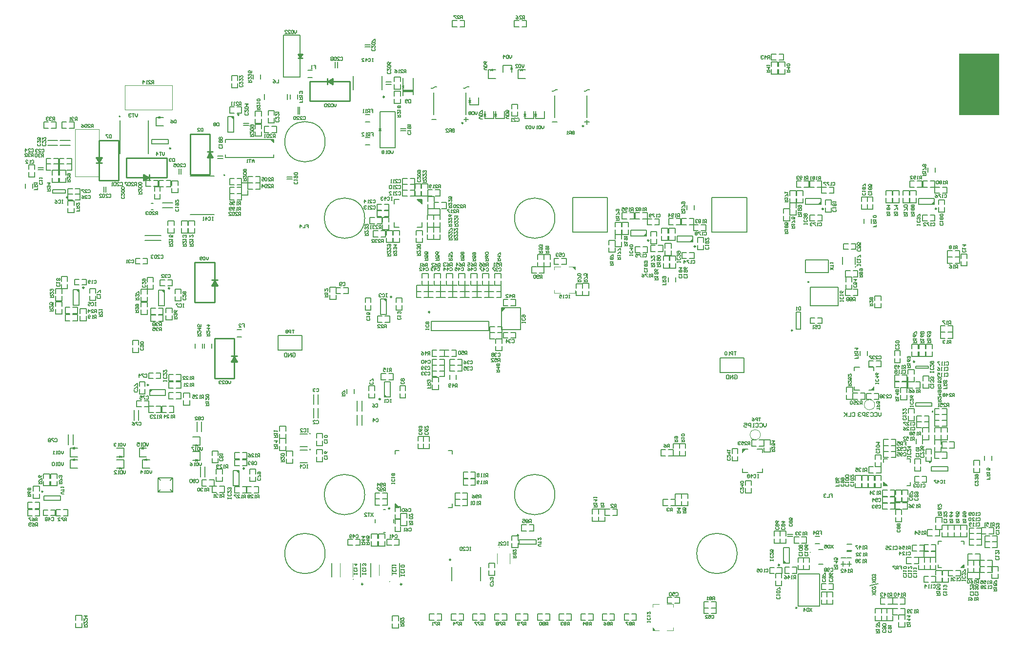
<source format=gbo>
G04*
G04 #@! TF.GenerationSoftware,Altium Limited,Altium Designer,19.1.6 (110)*
G04*
G04 Layer_Color=32896*
%FSLAX44Y44*%
%MOMM*%
G71*
G01*
G75*
%ADD10C,0.2500*%
%ADD11C,0.2000*%
%ADD12C,0.3000*%
%ADD14C,0.1000*%
%ADD17C,0.1270*%
%ADD18C,0.1500*%
%ADD19C,0.2540*%
%ADD388C,0.1524*%
G36*
X369080Y895670D02*
X363470Y901280D01*
X369080D01*
Y895670D01*
D02*
G37*
G36*
X438000Y861000D02*
X438000Y855500D01*
X432500Y861000D01*
X438000Y861000D01*
D02*
G37*
G36*
X100080Y595170D02*
X94470Y600780D01*
X100080D01*
Y595170D01*
D02*
G37*
G36*
X248830Y599780D02*
Y594170D01*
X243220Y599780D01*
X248830Y599780D01*
D02*
G37*
G36*
X223050Y421770D02*
Y427380D01*
X228660Y427380D01*
X223050Y421770D01*
D02*
G37*
G36*
X378330Y281290D02*
X372720Y286900D01*
X378330D01*
Y281290D01*
D02*
G37*
G36*
X655750Y222500D02*
X649250D01*
Y229000D01*
X655750Y222500D01*
D02*
G37*
G36*
X630170Y413970D02*
X635780D01*
X630170Y419580D01*
X630170Y413970D01*
D02*
G37*
G36*
X634080Y584780D02*
X628470D01*
X634080Y579170D01*
Y584780D01*
D02*
G37*
G36*
X695500Y749250D02*
X687500Y757250D01*
X695500D01*
Y749250D01*
D02*
G37*
G36*
X839250Y569000D02*
X834000Y569000D01*
X834000Y563750D01*
X839250Y569000D01*
D02*
G37*
G36*
X1095750Y13840D02*
X1100750Y8840D01*
X1095750D01*
Y13840D01*
D02*
G37*
G36*
X1322670Y125720D02*
X1328280Y125720D01*
X1322670Y131330D01*
X1322670Y125720D01*
D02*
G37*
G36*
X1252250Y317750D02*
X1258000Y323500D01*
X1252250Y323500D01*
X1252250Y317750D01*
D02*
G37*
G36*
X1631250Y118000D02*
X1636250D01*
Y123000D01*
X1631250Y118000D01*
D02*
G37*
G36*
X1497000Y266500D02*
Y260500D01*
X1503000D01*
X1497000Y266500D01*
D02*
G37*
G36*
X1480000Y431750D02*
X1474250Y426000D01*
X1480000Y426000D01*
X1480000Y431750D01*
D02*
G37*
G36*
X961140Y635700D02*
X956140Y640700D01*
X961140D01*
Y635700D01*
D02*
G37*
G36*
X1085030Y693920D02*
X1085030Y699530D01*
X1079420Y693920D01*
X1085030Y693920D01*
D02*
G37*
G36*
X1165800Y683520D02*
X1165800Y689130D01*
X1160190Y683520D01*
X1165800D01*
D02*
G37*
G36*
X1387900Y748645D02*
X1387900Y754255D01*
X1382290Y748645D01*
X1387900D01*
D02*
G37*
G36*
X1584280Y748920D02*
X1584280Y754530D01*
X1578670Y748920D01*
X1584280D01*
D02*
G37*
G36*
X1627928Y903745D02*
X1697500Y903745D01*
X1697500Y1010255D01*
X1627928D01*
Y903745D01*
D02*
G37*
D10*
X745700Y131750D02*
G03*
X745700Y131750I-1250J0D01*
G01*
X593050Y89250D02*
G03*
X593050Y89250I-1250J0D01*
G01*
X660550D02*
G03*
X660550Y89250I-1250J0D01*
G01*
X1550737Y475494D02*
G03*
X1550737Y475494I-1250J0D01*
G01*
X1346250Y48250D02*
G03*
X1346250Y48250I-1000J0D01*
G01*
X709379Y561771D02*
G03*
X709379Y561771I-1250J0D01*
G01*
X630300Y935250D02*
G03*
X630300Y935250I-1250J0D01*
G01*
D11*
X830059Y153500D02*
G03*
X830059Y153500I-559J0D01*
G01*
X527500Y857500D02*
G03*
X527500Y857500I-35000J0D01*
G01*
Y142500D02*
G03*
X527500Y142500I-35000J0D01*
G01*
X1242500D02*
G03*
X1242500Y142500I-35000J0D01*
G01*
X576604Y97750D02*
G03*
X576604Y97750I-353J0D01*
G01*
X639809Y93750D02*
G03*
X639809Y93750I-559J0D01*
G01*
X930521Y947720D02*
G03*
X925750Y946500I-1357J-4634D01*
G01*
X920979Y945281D02*
G03*
X925750Y946500I1357J4634D01*
G01*
X977100Y945573D02*
G03*
X981871Y946793I1357J4634D01*
G01*
X986643Y948012D02*
G03*
X981871Y946793I-1357J-4634D01*
G01*
X353500Y799500D02*
G03*
X353500Y799500I-1000J0D01*
G01*
X1448707Y640152D02*
G03*
X1448707Y640152I-707J0D01*
G01*
X172000Y901500D02*
G03*
X172000Y901500I-1000J0D01*
G01*
X777143Y953012D02*
G03*
X772371Y951793I-1357J-4634D01*
G01*
X767600Y950573D02*
G03*
X772371Y951793I1357J4634D01*
G01*
X711479Y950280D02*
G03*
X716250Y951500I1357J4634D01*
G01*
X721021Y952720D02*
G03*
X716250Y951500I-1357J-4634D01*
G01*
X501955Y322750D02*
G03*
X501955Y322750I-707J0D01*
G01*
X501955Y350653D02*
G03*
X501955Y350653I-707J0D01*
G01*
X926250Y724750D02*
G03*
X926250Y724750I-35000J0D01*
G01*
X926250Y244750D02*
G03*
X926250Y244750I-35000J0D01*
G01*
X596250Y244750D02*
G03*
X596250Y244750I-35000J0D01*
G01*
X596250Y724750D02*
G03*
X596250Y724750I-35000J0D01*
G01*
X747000Y95250D02*
Y119250D01*
X797000Y95250D02*
Y119250D01*
X649250Y229000D02*
X655750Y222500D01*
X649250D02*
Y229000D01*
Y222500D02*
X655750D01*
X741750Y222500D02*
X748250D01*
Y229000D01*
Y315000D02*
Y321500D01*
X741750D02*
X748250D01*
X649250Y315000D02*
Y321500D01*
X655750D01*
X539250Y101750D02*
Y125750D01*
X589250Y101750D02*
Y125750D01*
X606750Y101750D02*
Y125750D01*
X656750Y101750D02*
Y125750D01*
X1497000Y300500D02*
Y306500D01*
X1503000D01*
X1543000Y300500D02*
Y306500D01*
X1537000D02*
X1543000D01*
Y260500D02*
Y266500D01*
X1537000Y260500D02*
X1543000D01*
X1497000Y266500D02*
X1503000Y260500D01*
X1497000D02*
X1503000D01*
X1497000D02*
Y266500D01*
X1580737Y404494D02*
X1580737Y398494D01*
X1552737Y398494D02*
Y404494D01*
Y398494D02*
X1580737Y398494D01*
X1552737Y404494D02*
X1580737D01*
X1631000Y118000D02*
X1636250D01*
Y123250D01*
X1631000Y164000D02*
X1636250D01*
Y158750D02*
Y164000D01*
X1591750D02*
X1597000D01*
X1591750Y158750D02*
Y164000D01*
Y118000D02*
X1597000D01*
X1591750D02*
Y123250D01*
X1631125Y118125D02*
X1636250Y123250D01*
X1552487Y467494D02*
X1552487Y464494D01*
X1574487D02*
Y467494D01*
X1552487Y467494D02*
X1574487Y467494D01*
X1552487Y464494D02*
X1574487D01*
X455250Y969750D02*
X484250Y969750D01*
X455250Y969750D02*
Y1042750D01*
X484250Y969750D02*
Y1042750D01*
X455250Y1042750D02*
X484250Y1042750D01*
X921750Y891500D02*
X929828D01*
X981750Y895500D02*
X981750Y887422D01*
X981750Y937500D02*
X981750Y918500D01*
X977750Y891500D02*
X985828D01*
X981750Y899500D02*
X981750Y918500D01*
X925750D02*
X925750Y899500D01*
X925750Y918500D02*
X925750Y937500D01*
X811579Y529271D02*
Y545271D01*
X711579Y529271D02*
Y545271D01*
Y529271D02*
X811579D01*
X711579Y545271D02*
X811579D01*
X1369250Y605000D02*
X1418250D01*
Y573000D02*
Y605000D01*
X1369250Y573000D02*
X1418250D01*
X1369250D02*
Y605000D01*
X1212750Y457000D02*
X1254250D01*
X1212750D02*
Y482500D01*
X1254250D01*
Y457000D02*
Y482500D01*
X220501Y894249D02*
X220501Y836749D01*
X171501Y836749D02*
Y894249D01*
X576500Y971750D02*
X576500Y947750D01*
X626500D02*
Y971750D01*
X487000Y495500D02*
Y521000D01*
X445500D02*
X487000D01*
X445500Y495500D02*
Y521000D01*
Y495500D02*
X487000D01*
X716250Y923500D02*
X716250Y942500D01*
X716250Y923500D02*
X716250Y904500D01*
X772250D02*
X772250Y923500D01*
X768250Y896500D02*
X776329D01*
X772250Y942500D02*
X772250Y923500D01*
X772250Y900500D02*
X772250Y892421D01*
X712250Y896500D02*
X720329D01*
X470835Y489832D02*
X472001Y490998D01*
X474334D01*
X475500Y489832D01*
Y485166D01*
X474334Y484000D01*
X472001D01*
X470835Y485166D01*
Y487499D01*
X473167D01*
X468502Y484000D02*
Y490998D01*
X463837Y484000D01*
Y490998D01*
X461505D02*
Y484000D01*
X458006D01*
X456839Y485166D01*
Y489832D01*
X458006Y490998D01*
X461505D01*
X1237585Y451581D02*
X1238751Y452748D01*
X1241084D01*
X1242250Y451581D01*
Y446916D01*
X1241084Y445750D01*
X1238751D01*
X1237585Y446916D01*
Y449249D01*
X1239917D01*
X1235252Y445750D02*
Y452748D01*
X1230587Y445750D01*
Y452748D01*
X1228254D02*
Y445750D01*
X1224756D01*
X1223589Y446916D01*
Y451581D01*
X1224756Y452748D01*
X1228254D01*
X1293250Y368748D02*
Y364082D01*
X1290917Y361750D01*
X1288585Y364082D01*
Y368748D01*
X1281587Y367581D02*
X1282753Y368748D01*
X1285086D01*
X1286252Y367581D01*
Y362916D01*
X1285086Y361750D01*
X1282753D01*
X1281587Y362916D01*
X1274589Y367581D02*
X1275756Y368748D01*
X1278088D01*
X1279255Y367581D01*
Y362916D01*
X1278088Y361750D01*
X1275756D01*
X1274589Y362916D01*
X1272257Y361750D02*
X1269924D01*
X1271090D01*
Y368748D01*
X1272257Y367581D01*
X1266425Y361750D02*
Y368748D01*
X1262926D01*
X1261760Y367581D01*
Y365249D01*
X1262926Y364082D01*
X1266425D01*
X1254762Y368748D02*
X1259427D01*
Y365249D01*
X1257095Y366415D01*
X1255929D01*
X1254762Y365249D01*
Y362916D01*
X1255929Y361750D01*
X1258261D01*
X1259427Y362916D01*
X1492500Y387248D02*
Y382583D01*
X1490168Y380250D01*
X1487835Y382583D01*
Y387248D01*
X1480837Y386081D02*
X1482003Y387248D01*
X1484336D01*
X1485502Y386081D01*
Y381416D01*
X1484336Y380250D01*
X1482003D01*
X1480837Y381416D01*
X1473839Y386081D02*
X1475006Y387248D01*
X1477338D01*
X1478504Y386081D01*
Y381416D01*
X1477338Y380250D01*
X1475006D01*
X1473839Y381416D01*
X1471507Y386081D02*
X1470341Y387248D01*
X1468008D01*
X1466842Y386081D01*
Y384915D01*
X1468008Y383749D01*
X1469174D01*
X1468008D01*
X1466842Y382583D01*
Y381416D01*
X1468008Y380250D01*
X1470341D01*
X1471507Y381416D01*
X1464509Y380250D02*
Y387248D01*
X1461010D01*
X1459844Y386081D01*
Y383749D01*
X1461010Y382583D01*
X1464509D01*
X1457511Y386081D02*
X1456345Y387248D01*
X1454012D01*
X1452846Y386081D01*
Y384915D01*
X1454012Y383749D01*
X1455179D01*
X1454012D01*
X1452846Y382583D01*
Y381416D01*
X1454012Y380250D01*
X1456345D01*
X1457511Y381416D01*
X1442335Y386081D02*
X1443501Y387248D01*
X1445834D01*
X1447000Y386081D01*
Y381416D01*
X1445834Y380250D01*
X1443501D01*
X1442335Y381416D01*
X1440002Y387248D02*
Y380250D01*
X1435337D01*
X1433004Y387248D02*
Y380250D01*
Y382583D01*
X1428339Y387248D01*
X1431838Y383749D01*
X1428339Y380250D01*
D12*
X1581841Y388994D02*
G03*
X1581841Y388994I-354J0D01*
G01*
D14*
X1481264Y400750D02*
G03*
X1481264Y400750I-9014J0D01*
G01*
X1283014Y348750D02*
G03*
X1283014Y348750I-9014J0D01*
G01*
X826000Y124500D02*
Y142500D01*
X848000Y124500D02*
Y142500D01*
X575250Y125750D02*
X575250Y101750D01*
X553250D02*
Y125750D01*
X642750Y104750D02*
Y122750D01*
X620750Y104750D02*
Y122750D01*
X93500Y797000D02*
X135500D01*
X93500D02*
Y879000D01*
X135500D01*
Y797000D02*
Y879000D01*
X262000Y913250D02*
Y955250D01*
X180000Y913250D02*
X262000D01*
X180000D02*
Y955250D01*
X262000D01*
X950140Y640700D02*
X961140Y640700D01*
X961140Y635700D02*
X961140Y640700D01*
X925140Y635700D02*
Y640700D01*
X936140D01*
X925140Y594700D02*
X936140D01*
X925140Y599700D02*
X925140Y594700D01*
X961140D02*
Y599700D01*
X950140Y594700D02*
X961140Y594700D01*
X956140Y640700D02*
X961140Y635700D01*
X953140Y640700D02*
X956140Y640700D01*
X1100750Y8840D02*
X1103750Y8840D01*
X1095750Y13840D02*
X1100750Y8840D01*
X1095750Y54840D02*
X1106750Y54840D01*
X1095750Y54840D02*
X1095750Y49840D01*
X1131750Y54840D02*
X1131750Y49840D01*
X1120750Y54840D02*
X1131750D01*
X1120750Y8840D02*
X1131750Y8840D01*
Y13840D01*
X1095750Y8840D02*
Y13840D01*
Y8840D02*
X1106750Y8840D01*
D17*
X193500Y491750D02*
X203500D01*
Y499750D01*
Y504750D02*
Y512750D01*
X193500D02*
X203500D01*
X193500Y504750D02*
Y512750D01*
Y491750D02*
Y499750D01*
X219250Y645250D02*
Y655250D01*
X211250D02*
X219250D01*
X198250D02*
X206250D01*
X198250Y645250D02*
Y655250D01*
Y645250D02*
X206250D01*
X211250D02*
X219250D01*
X647750Y970000D02*
X658750D01*
X647750Y962000D02*
Y970000D01*
Y949000D02*
Y957000D01*
Y949000D02*
X658750D01*
Y957000D01*
Y962000D02*
Y970000D01*
X310186Y304436D02*
Y319436D01*
X297586D02*
X310186D01*
X297586Y304436D02*
X310186D01*
X305936Y302936D02*
Y305936D01*
X302936Y302936D02*
Y305936D01*
Y302936D02*
X305936Y304436D01*
X302936Y305936D02*
X305936Y304436D01*
X302936D02*
X305936D01*
X210750Y290500D02*
Y305500D01*
Y290500D02*
X223350D01*
X210750Y305500D02*
X223350D01*
X215000Y304000D02*
Y307000D01*
X218000Y304000D02*
Y307000D01*
X215000Y305500D02*
X218000Y307000D01*
X215000Y305500D02*
X218000Y304000D01*
X215000Y305500D02*
X218000D01*
X370750Y247785D02*
Y258785D01*
Y247785D02*
X378750D01*
X383750D02*
X391750D01*
Y258785D01*
X383750D02*
X391750D01*
X370750D02*
X378750D01*
X391750Y307250D02*
Y318250D01*
X383750D02*
X391750D01*
X370750D02*
X378750D01*
X370750Y307250D02*
Y318250D01*
Y307250D02*
X378750D01*
X383750D02*
X391750D01*
X1500750Y772500D02*
X1511750D01*
X1500750Y764500D02*
Y772500D01*
Y751500D02*
Y759500D01*
Y751500D02*
X1511750D01*
Y759500D01*
Y764500D02*
Y772500D01*
X1513000Y751500D02*
X1524000D01*
Y759500D01*
Y764500D02*
Y772500D01*
X1513000D02*
X1524000D01*
X1513000Y764500D02*
Y772500D01*
Y751500D02*
Y759500D01*
X1267750Y328500D02*
Y339500D01*
Y328500D02*
X1275750D01*
X1280750D02*
X1288750D01*
Y339500D01*
X1280750D02*
X1288750D01*
X1267750D02*
X1275750D01*
X1288750Y318500D02*
X1299750D01*
Y326500D01*
Y331500D02*
Y339500D01*
X1288750D02*
X1299750D01*
X1288750Y331500D02*
Y339500D01*
Y318500D02*
Y326500D01*
X713260Y484600D02*
Y495600D01*
Y484600D02*
X721260D01*
X726260D02*
X734260D01*
Y495600D01*
X726260D02*
X734260D01*
X713260D02*
X721260D01*
X694661Y784451D02*
X705661D01*
X694661Y776451D02*
Y784451D01*
Y763451D02*
Y771451D01*
Y763451D02*
X705661D01*
Y771451D01*
Y776451D02*
Y784451D01*
Y763451D02*
Y774451D01*
Y763451D02*
X713661D01*
X718661D02*
X726661D01*
Y774451D01*
X718661D02*
X726661D01*
X705661D02*
X713661D01*
X896250Y661250D02*
X907250D01*
X896250Y653250D02*
Y661250D01*
Y640250D02*
Y648250D01*
Y640250D02*
X907250D01*
Y648250D01*
Y653250D02*
Y661250D01*
X918250D01*
X907250Y653250D02*
Y661250D01*
Y640250D02*
Y648250D01*
Y640250D02*
X918250D01*
Y648250D01*
Y653250D02*
Y661250D01*
X907250Y629250D02*
Y640250D01*
X899250D02*
X907250D01*
X886250D02*
X894250D01*
X886250Y629250D02*
Y640250D01*
Y629250D02*
X894250D01*
X899250D02*
X907250D01*
X974000Y590250D02*
X985000D01*
Y598250D01*
Y603250D02*
Y611250D01*
X974000D02*
X985000D01*
X974000Y603250D02*
Y611250D01*
Y590250D02*
Y598250D01*
X1113750Y666500D02*
Y677500D01*
X1105750D02*
X1113750D01*
X1092750D02*
X1100750D01*
X1092750Y666500D02*
Y677500D01*
Y666500D02*
X1100750D01*
X1105750D02*
X1113750D01*
X1117000Y660000D02*
X1128000D01*
Y668000D01*
Y673000D02*
Y681000D01*
X1117000D02*
X1128000D01*
X1117000Y673000D02*
Y681000D01*
Y660000D02*
Y668000D01*
X1020000Y665500D02*
X1031000D01*
Y673500D01*
Y678500D02*
Y686500D01*
X1020000D02*
X1031000D01*
X1020000Y678500D02*
Y686500D01*
Y665500D02*
Y673500D01*
X1031000Y675500D02*
X1042000D01*
Y683500D01*
Y688500D02*
Y696500D01*
X1031000D02*
X1042000D01*
X1031000Y688500D02*
Y696500D01*
Y675500D02*
Y683500D01*
X1322750Y720250D02*
X1333750D01*
Y728250D01*
Y733250D02*
Y741250D01*
X1322750D02*
X1333750D01*
X1322750Y733250D02*
Y741250D01*
Y720250D02*
Y728250D01*
X1333750Y730250D02*
X1344750D01*
Y738250D01*
Y743250D02*
Y751250D01*
X1333750D02*
X1344750D01*
X1333750Y743250D02*
Y751250D01*
Y730250D02*
Y738250D01*
X1585500Y308000D02*
Y319000D01*
Y308000D02*
X1593500D01*
X1598500D02*
X1606500D01*
Y319000D01*
X1598500D02*
X1606500D01*
X1585500D02*
X1593500D01*
X1619250Y325750D02*
Y336750D01*
X1611250D02*
X1619250D01*
X1598250D02*
X1606250D01*
X1598250Y325750D02*
Y336750D01*
Y325750D02*
X1606250D01*
X1611250D02*
X1619250D01*
X1585500Y319000D02*
X1596500D01*
Y327000D01*
Y332000D02*
Y340000D01*
X1585500D02*
X1596500D01*
X1585500Y332000D02*
Y340000D01*
Y319000D02*
Y327000D01*
X1606481Y383644D02*
Y393644D01*
X1598481D02*
X1606481D01*
X1585481D02*
X1593481D01*
X1585481Y383644D02*
Y393644D01*
Y383644D02*
X1593481D01*
X1598481D02*
X1606481D01*
X1579750Y285940D02*
Y293560D01*
Y285940D02*
X1608750D01*
Y293560D01*
X1579750D02*
X1608750D01*
X755260Y444600D02*
Y452600D01*
X744260Y444600D02*
Y452600D01*
X460250Y320000D02*
X471250D01*
X460250Y312000D02*
Y320000D01*
Y299000D02*
Y307000D01*
Y299000D02*
X471250D01*
Y307000D01*
Y312000D02*
Y320000D01*
X448500Y342250D02*
X459500D01*
X448500Y334250D02*
Y342250D01*
Y321250D02*
Y329250D01*
Y321250D02*
X459500D01*
Y329250D01*
Y334250D02*
Y342250D01*
X448500Y342250D02*
X459500D01*
Y350250D01*
Y355250D02*
Y363250D01*
X448500D02*
X459500D01*
X448500Y355250D02*
Y363250D01*
Y342250D02*
Y350250D01*
X374940Y518400D02*
X382560D01*
X374940Y531100D02*
X382560D01*
X38750Y260000D02*
X49750D01*
Y268000D01*
Y273000D02*
Y281000D01*
X38750D02*
X49750D01*
X38750Y273000D02*
Y281000D01*
Y260000D02*
Y268000D01*
X51000Y260000D02*
X62000D01*
Y268000D01*
Y273000D02*
Y281000D01*
X51000D02*
X62000D01*
X51000Y273000D02*
Y281000D01*
Y260000D02*
Y268000D01*
X178000Y310500D02*
Y325500D01*
X165400D02*
X178000D01*
X165400Y310500D02*
X178000D01*
X173750Y312000D02*
X173750Y309000D01*
X170750D02*
X170750Y312000D01*
X170750Y309000D02*
X173750Y310500D01*
X170750Y312000D02*
X173750Y310500D01*
X170750D02*
X173750D01*
X205000D02*
Y325500D01*
Y310500D02*
X217600D01*
X205000Y325500D02*
X217600D01*
X209250Y327000D02*
X209250Y324000D01*
X212250D02*
X212250Y327000D01*
X209250Y325500D02*
X212250Y327000D01*
X209250Y325500D02*
X212250Y324000D01*
X209250Y325500D02*
X212250D01*
X313250Y353988D02*
Y371512D01*
X305250Y353988D02*
Y371512D01*
X310186Y330304D02*
Y345304D01*
X297586D02*
X310186D01*
X297586Y330304D02*
X310186D01*
X305936Y331804D02*
X305936Y328804D01*
X302936D02*
X302936Y331804D01*
X302936Y328804D02*
X305936Y330304D01*
X302936Y331804D02*
X305936Y330304D01*
X302936D02*
X305936D01*
X311000Y275488D02*
Y293012D01*
X319000Y275488D02*
Y293012D01*
X331500Y320750D02*
X341500D01*
X331500Y312750D02*
Y320750D01*
Y299750D02*
Y307750D01*
Y299750D02*
X341500D01*
Y307750D01*
Y312750D02*
Y320750D01*
X368170Y286900D02*
X378330D01*
X368170Y259900D02*
X368170Y286900D01*
X368170Y259900D02*
X378330D01*
X378330Y286900D02*
X378330Y259900D01*
X391750Y294850D02*
Y304850D01*
X383750D02*
X391750D01*
X370750D02*
X378750D01*
X370750Y294850D02*
Y304850D01*
Y294850D02*
X378750D01*
X383750D02*
X391750D01*
X397100Y267870D02*
X407100D01*
Y275870D01*
Y280870D02*
Y288870D01*
X397100D02*
X407100D01*
X397100Y280870D02*
Y288870D01*
Y267870D02*
Y275870D01*
X338370Y288870D02*
X349370D01*
X338370Y280870D02*
Y288870D01*
Y267870D02*
Y275870D01*
Y267870D02*
X349370D01*
Y275870D01*
Y280870D02*
Y288870D01*
X334750Y259250D02*
Y270250D01*
X326750D02*
X334750D01*
X313750D02*
X321750D01*
X313750Y259250D02*
Y270250D01*
Y259250D02*
X321750D01*
X326750D02*
X334750D01*
X331500Y248250D02*
Y259250D01*
Y248250D02*
X339500D01*
X344500D02*
X352500D01*
Y259250D01*
X344500D02*
X352500D01*
X331500D02*
X339500D01*
X412165Y247785D02*
Y258785D01*
X404165D02*
X412165D01*
X391165D02*
X399165D01*
X391165Y247785D02*
Y258785D01*
Y247785D02*
X399165D01*
X404165D02*
X412165D01*
X648750Y202000D02*
X658750D01*
X648750Y194000D02*
Y202000D01*
Y181000D02*
Y189000D01*
Y181000D02*
X658750D01*
Y189000D01*
Y194000D02*
Y202000D01*
X753250Y236250D02*
Y247250D01*
Y236250D02*
X761250D01*
X766250D02*
X774250D01*
Y247250D01*
X766250D02*
X774250D01*
X753250D02*
X761250D01*
X811500Y104750D02*
X821500D01*
Y112750D01*
Y117750D02*
Y125750D01*
X811500D02*
X821500D01*
X811500Y117750D02*
Y125750D01*
Y104750D02*
Y112750D01*
X635250Y226000D02*
Y237000D01*
X627250D02*
X635250D01*
X614250D02*
X622250D01*
X614250Y226000D02*
Y237000D01*
Y226000D02*
X622250D01*
X627250D02*
X635250D01*
X635250Y248000D02*
X635250Y237000D01*
X627250Y248000D02*
X635250D01*
X614250D02*
X622250D01*
X614250D02*
X614250Y237000D01*
X622250D01*
X627250D02*
X635250D01*
X788250Y260750D02*
Y271750D01*
X780250D02*
X788250D01*
X767250D02*
X775250D01*
X767250Y260750D02*
Y271750D01*
Y260750D02*
X775250D01*
X780250D02*
X788250D01*
X774250Y236250D02*
X774250Y225250D01*
X766250Y236250D02*
X774250D01*
X753250D02*
X761250D01*
X753250Y225250D02*
X753250Y236250D01*
X753250Y225250D02*
X761250Y225250D01*
X766250D02*
X774250Y225250D01*
X658750Y191000D02*
X669750Y191000D01*
Y199000D01*
Y204000D02*
Y212000D01*
X658750D02*
X669750D01*
X658750Y204000D02*
Y212000D01*
Y191000D02*
Y199000D01*
X788250Y272750D02*
Y283750D01*
X780250D02*
X788250D01*
X767250D02*
X775250D01*
X767250Y272750D02*
Y283750D01*
Y272750D02*
X775250D01*
X780250D02*
X788250D01*
X688515Y345775D02*
X698515D01*
X688515Y337775D02*
Y345775D01*
Y324775D02*
Y332775D01*
Y324775D02*
X698515D01*
Y332775D01*
Y337775D02*
Y345775D01*
X698500Y324750D02*
X708500Y324750D01*
X708500Y332750D01*
X708500Y337750D02*
X708500Y345750D01*
X698500D02*
X708500D01*
X698500D02*
X698500Y337750D01*
Y324750D02*
Y332750D01*
X648750Y202750D02*
X658750D01*
Y210750D01*
Y215750D02*
Y223750D01*
X648750D02*
X658750D01*
X648750Y215750D02*
Y223750D01*
Y202750D02*
Y210750D01*
X851349Y152397D02*
Y160397D01*
Y165397D02*
Y173397D01*
X862349D01*
Y165397D02*
Y173397D01*
Y152397D02*
Y160397D01*
X851349Y152397D02*
X862349D01*
X630900Y168650D02*
Y176650D01*
Y155650D02*
Y163650D01*
X619900Y155650D02*
X630900D01*
X619900D02*
Y163650D01*
Y168650D02*
Y176650D01*
X630900D01*
X618200Y168650D02*
Y176650D01*
Y155650D02*
Y163650D01*
X607200Y155650D02*
X618200D01*
X607200D02*
Y163650D01*
Y168650D02*
Y176650D01*
X618200Y176650D01*
X567250Y166750D02*
X575250D01*
X580250D02*
X588250D01*
Y156750D02*
Y166750D01*
X580250Y156750D02*
X588250D01*
X567250D02*
X575250D01*
X567250D02*
Y166750D01*
X634750D02*
X642750D01*
X647750D02*
X655750D01*
Y156750D02*
Y166750D01*
X647750Y156750D02*
X655750D01*
X634750D02*
X642750D01*
X634750D02*
Y166750D01*
X864500Y166510D02*
X893500D01*
Y158890D02*
Y166510D01*
X864500Y158890D02*
X893500D01*
X864500D02*
Y166510D01*
X143222Y769738D02*
Y779262D01*
X146778Y769738D02*
Y779262D01*
X215000Y686500D02*
X243000D01*
X215000Y694500D02*
X243000D01*
X76500Y768250D02*
Y774250D01*
X54500D02*
X76500D01*
X54500Y768250D02*
Y774250D01*
Y768250D02*
X76500D01*
X1322670Y125720D02*
X1332830Y125720D01*
Y152720D01*
X1322670D02*
X1332830D01*
X1322670D02*
X1322670Y125720D01*
X622750Y877000D02*
Y880000D01*
X621250Y877000D02*
X622750Y880000D01*
X624250Y877000D01*
X621250D02*
X624250D01*
X621250Y880000D02*
X624250D01*
X39250Y234690D02*
X39250Y242310D01*
X39250Y234690D02*
X68250Y234690D01*
Y242310D01*
X39250Y242310D02*
X68250Y242310D01*
X548778Y986238D02*
Y995762D01*
X545222Y986238D02*
Y995762D01*
X661500Y951250D02*
X664500D01*
X661500Y954250D02*
X664500D01*
X661500D02*
X663000Y951250D01*
X664500Y954250D01*
X663000Y951250D02*
Y954250D01*
Y945750D02*
X680000D01*
X663000Y938000D02*
Y968228D01*
X680000Y939250D02*
Y968250D01*
X663000Y946750D02*
X680000D01*
X663000Y944750D02*
X680000D01*
X1345275Y532380D02*
Y561380D01*
X1352894Y561380D01*
X1352894Y532380D02*
X1352894Y561380D01*
X1345275Y532380D02*
X1352894D01*
X226750Y853690D02*
X255750Y853690D01*
X226750Y861310D02*
X226750Y853690D01*
X226750Y861310D02*
X255750Y861310D01*
Y853690D02*
Y861310D01*
X238250Y899750D02*
X241250D01*
X238250D02*
X241250Y898250D01*
X238250Y899750D02*
X241250Y901250D01*
Y898250D02*
Y901250D01*
X238250Y898250D02*
Y901250D01*
X234000Y899750D02*
X246600D01*
X234000Y884750D02*
X246600D01*
X234000D02*
Y899750D01*
X630170Y440970D02*
X630170Y413970D01*
X630170Y440970D02*
X640330D01*
X640330Y413970D02*
X640330Y440970D01*
X630170Y413970D02*
X640330D01*
X728010Y586850D02*
Y596850D01*
Y586850D02*
X736010D01*
X741010D02*
X749010D01*
Y596850D01*
X741010D02*
X749010D01*
X728010D02*
X736010D01*
X314600Y499440D02*
Y507060D01*
X301900Y499440D02*
Y507060D01*
X94700Y34800D02*
X105700D01*
X94700Y26800D02*
Y34800D01*
Y13800D02*
Y21800D01*
Y13800D02*
X105700D01*
Y21800D01*
Y26800D02*
Y34800D01*
X1323000Y999000D02*
Y1010000D01*
X1315000D02*
X1323000D01*
X1302000D02*
X1310000D01*
X1302000Y999000D02*
Y1010000D01*
Y999000D02*
X1310000D01*
X1315000D02*
X1323000D01*
X1302000Y975250D02*
X1313000D01*
Y983250D01*
Y988250D02*
Y996250D01*
X1302000D02*
X1313000D01*
X1302000Y988250D02*
Y996250D01*
Y975250D02*
Y983250D01*
X1314250Y975250D02*
X1325250D01*
Y983250D01*
Y988250D02*
Y996250D01*
X1314250D02*
X1325250D01*
X1314250Y988250D02*
Y996250D01*
Y975250D02*
Y983250D01*
X662161Y783451D02*
Y793451D01*
Y783451D02*
X670161D01*
X675161D02*
X683161D01*
Y793451D01*
X675161D02*
X683161D01*
X662161D02*
X670161D01*
X683161Y773451D02*
Y783451D01*
X675161D02*
X683161D01*
X662161D02*
X670161D01*
X662161Y773451D02*
Y783451D01*
Y773451D02*
X670161D01*
X675161D02*
X683161D01*
X662161Y763451D02*
Y773451D01*
Y763451D02*
X670161D01*
X675161D02*
X683161D01*
Y773451D01*
X675161D02*
X683161D01*
X662161D02*
X670161D01*
X1516250Y242000D02*
Y253000D01*
X1508250D02*
X1516250D01*
X1495250D02*
X1503250D01*
X1495250Y242000D02*
Y253000D01*
Y242000D02*
X1503250D01*
X1508250D02*
X1516250D01*
Y230750D02*
Y240750D01*
X1508250D02*
X1516250D01*
X1495250D02*
X1503250D01*
X1495250Y230750D02*
Y240750D01*
Y230750D02*
X1503250D01*
X1508250D02*
X1516250D01*
X1516250Y219500D02*
Y229500D01*
X1508250D02*
X1516250D01*
X1495250D02*
X1503250D01*
X1495250Y219500D02*
Y229500D01*
Y219500D02*
X1503250D01*
X1508250D02*
X1516250D01*
X1620821Y657321D02*
X1628821D01*
X1607821D02*
X1615821D01*
X1607821D02*
Y668321D01*
X1615821D01*
X1620821D02*
X1628821D01*
Y657321D02*
Y668321D01*
X1620821Y646321D02*
X1628821D01*
X1607821Y646321D02*
X1615821Y646321D01*
X1607821Y646321D02*
Y657321D01*
X1615821D01*
X1620821D02*
X1628821D01*
X1628821Y646321D01*
X480504Y905238D02*
Y918262D01*
X483496Y905238D02*
Y918262D01*
X385488Y889528D02*
X395012D01*
X385488Y885972D02*
X395012D01*
X1433250Y147500D02*
X1441250Y147500D01*
X1433250Y158500D02*
X1441250Y158500D01*
X699010Y596850D02*
X707010D01*
X686010D02*
X694010D01*
X686010D02*
Y607850D01*
X694010D01*
X699010D02*
X707010D01*
Y596850D02*
Y607850D01*
Y596850D02*
X715010D01*
X720010D02*
X728010D01*
Y586850D02*
Y596850D01*
X720010Y586850D02*
X728010D01*
X707010D02*
X715010D01*
X707010D02*
Y596850D01*
X720010Y596850D02*
X728010D01*
X707010D02*
X715010D01*
X707010D02*
Y607850D01*
X715010D01*
X720010D02*
X728010D01*
Y596850D02*
Y607850D01*
X741010Y596850D02*
X749010D01*
X728010D02*
X736010D01*
X728010D02*
Y607850D01*
X736010D01*
X741010D02*
X749010D01*
Y596850D02*
Y607850D01*
X696010D02*
Y615850D01*
Y620850D02*
Y628850D01*
X707010D01*
Y620850D02*
Y628850D01*
Y607850D02*
Y615850D01*
X696010Y607850D02*
X707010D01*
X717010Y607850D02*
Y615850D01*
Y620850D02*
Y628850D01*
X728010D01*
Y620850D02*
Y628850D01*
Y607850D02*
Y615850D01*
X717010Y607850D02*
X728010D01*
X738010D02*
Y615850D01*
Y620850D02*
Y628850D01*
X749010D01*
Y620850D02*
Y628850D01*
Y607850D02*
Y615850D01*
X738010Y607850D02*
X749010D01*
X834500Y507500D02*
Y515500D01*
Y494500D02*
Y502500D01*
X823500Y494500D02*
X834500D01*
X823500D02*
Y502500D01*
Y507500D02*
Y515500D01*
X834500D01*
X813500Y526500D02*
X821500D01*
X826500D02*
X834500D01*
Y515500D02*
Y526500D01*
X826500Y515500D02*
X834500D01*
X813500D02*
X821500D01*
X813500D02*
Y526500D01*
X1002500Y198500D02*
Y206500D01*
Y211500D02*
Y219500D01*
X1013500D01*
Y211500D02*
Y219500D01*
Y198500D02*
Y206500D01*
X1002500Y198500D02*
X1013500D01*
X1002500Y211500D02*
Y219500D01*
Y198500D02*
Y206500D01*
X991500Y198500D02*
X1002500D01*
X991500D02*
Y206500D01*
Y211500D02*
Y219500D01*
X1002500D01*
X1570237Y505994D02*
X1581237D01*
X1570237Y497994D02*
Y505994D01*
Y484994D02*
Y492994D01*
Y484994D02*
X1581237Y484994D01*
X1581237Y492994D01*
X1581237Y497994D02*
X1581237Y505994D01*
X1557987D02*
X1568987Y505994D01*
X1557987Y497994D02*
Y505994D01*
Y484994D02*
Y492994D01*
Y484994D02*
X1568987D01*
X1568987Y492994D01*
X1568987Y497994D02*
X1568987Y505994D01*
X813500Y536500D02*
X821500D01*
X826500D02*
X834500D01*
Y526500D02*
Y536500D01*
X826500Y526500D02*
X834500D01*
X813500D02*
X821500D01*
X813500D02*
Y536500D01*
X686010Y596850D02*
X694010D01*
X699010D02*
X707010D01*
Y586850D02*
Y596850D01*
X699010Y586850D02*
X707010D01*
X686010D02*
X694010D01*
X686010D02*
Y596850D01*
X596238Y1022222D02*
X605762D01*
X596238Y1025778D02*
X605762D01*
X946000Y645000D02*
Y655000D01*
X938000D02*
X946000D01*
X925000D02*
X933000D01*
X925000Y645000D02*
Y655000D01*
Y645000D02*
X933000D01*
X938000D02*
X946000D01*
X535500Y604500D02*
X546500D01*
X535500Y596500D02*
Y604500D01*
Y583500D02*
Y591500D01*
Y583500D02*
X546500D01*
Y591500D01*
Y596500D02*
Y604500D01*
X567500Y594000D02*
Y604000D01*
X559500D02*
X567500D01*
X546500D02*
X554500D01*
X546500Y594000D02*
Y604000D01*
Y594000D02*
X554500D01*
X559500D02*
X567500D01*
X428750Y890500D02*
X438750D01*
Y898500D01*
Y903500D02*
Y911500D01*
X428750D02*
X438750D01*
X428750Y903500D02*
Y911500D01*
Y890500D02*
Y898500D01*
X330550Y499330D02*
Y506950D01*
X317850Y499330D02*
Y506950D01*
X565400Y420190D02*
Y427810D01*
X578100Y420190D02*
Y427810D01*
X507500Y401288D02*
Y418812D01*
X515500Y401288D02*
Y418812D01*
X507250Y377738D02*
Y395262D01*
X515250Y377738D02*
Y395262D01*
X591250Y365238D02*
Y382762D01*
X583250Y365238D02*
Y382762D01*
X591250Y390215D02*
Y407739D01*
X583250Y390215D02*
Y407739D01*
X889599Y181397D02*
Y192397D01*
X881599D02*
X889599D01*
X868599D02*
X876599D01*
X868599Y181397D02*
Y192397D01*
Y181397D02*
X876599D01*
X881599D02*
X889599D01*
X1110250Y323250D02*
X1118250D01*
X1123250D02*
X1131250D01*
Y312250D02*
Y323250D01*
X1123250Y312250D02*
X1131250D01*
X1110250D02*
X1118250D01*
X1110250D02*
Y323250D01*
X1142250Y325250D02*
Y333250D01*
Y312250D02*
Y320250D01*
X1131250Y312250D02*
X1142250D01*
X1131250D02*
Y320250D01*
Y325250D02*
Y333250D01*
X1142250D01*
X1153250Y325250D02*
Y333250D01*
Y312250D02*
Y320250D01*
X1142250Y312250D02*
X1153250Y312250D01*
X1142250Y320250D02*
X1142250Y312250D01*
X1142250Y325250D02*
Y333250D01*
X1153250D01*
X1114250Y236500D02*
X1122250D01*
X1127250D02*
X1135250D01*
Y225500D02*
Y236500D01*
X1127250Y225500D02*
X1135250D01*
X1114250D02*
X1122250D01*
X1114250D02*
Y236500D01*
X1146250Y238250D02*
Y246250D01*
Y225250D02*
Y233250D01*
X1135250Y225250D02*
X1146250D01*
X1135250D02*
Y233250D01*
Y238250D02*
Y246250D01*
X1146250D01*
X1157250Y238250D02*
Y246250D01*
Y225250D02*
Y233250D01*
X1146250Y225250D02*
X1157250D01*
X1146250D02*
Y233250D01*
Y238250D02*
Y246250D01*
X1157250D01*
X1026500Y208500D02*
X1034500D01*
X1013500D02*
X1021500D01*
X1013500D02*
Y219500D01*
X1021500D01*
X1026500D02*
X1034500D01*
Y208500D02*
Y219500D01*
X1184750Y48050D02*
Y59050D01*
Y48050D02*
X1192750D01*
X1197750D02*
X1205750D01*
Y59050D01*
X1197750D02*
X1205750D01*
X1184750D02*
X1192750D01*
X1205750Y38050D02*
Y48050D01*
X1197750D02*
X1205750D01*
X1184750D02*
X1192750D01*
X1184750Y38050D02*
Y48050D01*
Y38050D02*
X1192750D01*
X1197750D02*
X1205750D01*
X1121250Y56250D02*
Y66250D01*
Y56250D02*
X1129250D01*
X1134250D02*
X1142250D01*
Y66250D01*
X1134250D02*
X1142250D01*
X1121250D02*
X1129250D01*
X643601Y34025D02*
X654601D01*
X643601Y26025D02*
Y34025D01*
Y13025D02*
Y21025D01*
Y13025D02*
X654601D01*
Y21025D01*
Y26025D02*
Y34025D01*
X32250Y207750D02*
Y218750D01*
X24250D02*
X32250D01*
X11250D02*
X19250D01*
X11250Y207750D02*
Y218750D01*
Y207750D02*
X19250D01*
X24250D02*
X32250D01*
Y220280D02*
Y231280D01*
X24250Y231280D02*
X32250Y231280D01*
X11250Y231280D02*
X19250Y231280D01*
X11250Y231280D02*
X11250Y220280D01*
X19250D01*
X24250D02*
X32250D01*
X21250Y238250D02*
X32250D01*
Y246250D01*
Y251250D02*
Y259250D01*
X21250D02*
X32250D01*
X21250Y251250D02*
Y259250D01*
Y238250D02*
Y246250D01*
X82000Y331488D02*
Y349012D01*
X90000Y331488D02*
Y349012D01*
X85600Y310500D02*
Y325500D01*
Y310500D02*
X98200D01*
X85600Y325500D02*
X98200D01*
X89850Y324000D02*
Y327000D01*
X92850Y324000D02*
Y327000D01*
X89850Y325500D02*
X92850Y327000D01*
X89850Y325500D02*
X92850Y324000D01*
X89850Y325500D02*
X92850D01*
X85600Y290500D02*
Y305500D01*
Y290500D02*
X98200D01*
X85600Y305500D02*
X98200D01*
X89850Y304000D02*
Y307000D01*
X92850Y304000D02*
Y307000D01*
X89850Y305500D02*
X92850Y307000D01*
X89850Y305500D02*
X92850Y304000D01*
X89850Y305500D02*
X92850D01*
X178000Y290500D02*
Y305500D01*
X165400D02*
X178000D01*
X165400Y290500D02*
X178000D01*
X173750Y289000D02*
Y292000D01*
X170750Y289000D02*
Y292000D01*
Y289000D02*
X173750Y290500D01*
X170750Y292000D02*
X173750Y290500D01*
X170750D02*
X173750D01*
X100080Y573780D02*
Y600780D01*
X89920Y573780D02*
X100080D01*
X89920D02*
X89920Y600780D01*
X100080D01*
X13000Y817500D02*
X23000D01*
X13000Y809500D02*
Y817500D01*
Y796500D02*
Y804500D01*
Y796500D02*
X23000D01*
Y804500D01*
Y809500D02*
Y817500D01*
X20100Y776690D02*
Y784310D01*
X7400Y776690D02*
Y784310D01*
X28988Y812278D02*
X38512D01*
X28988Y808722D02*
X38512D01*
X402400Y966690D02*
Y974310D01*
X415100Y966690D02*
Y974310D01*
X365250Y951000D02*
X375250D01*
Y959000D01*
Y964000D02*
Y972000D01*
X365250D02*
X375250D01*
X365250Y964000D02*
Y972000D01*
Y951000D02*
Y959000D01*
X479850Y931440D02*
Y939060D01*
X467150Y931440D02*
Y939060D01*
X657988Y880028D02*
X667512Y880028D01*
X657988Y876472D02*
X667512Y876472D01*
X597690Y851900D02*
X605310D01*
X597690Y864600D02*
X605310D01*
X597690Y891900D02*
X605310D01*
X597690Y904600D02*
X605310D01*
X748500Y1056750D02*
Y1067750D01*
Y1056750D02*
X756500D01*
X761500D02*
X769500D01*
Y1067750D01*
X761500D02*
X769500D01*
X748500D02*
X756500D01*
X856000Y1056750D02*
Y1067750D01*
Y1056750D02*
X864000D01*
X869000D02*
X877000D01*
Y1067750D01*
X869000D02*
X877000D01*
X856000D02*
X864000D01*
X836000Y990500D02*
X851000D01*
X836000Y977900D02*
Y990500D01*
X851000Y977900D02*
Y990500D01*
X849500Y986250D02*
X852500D01*
X849500Y983250D02*
X852500D01*
X851000Y986250D02*
X852500Y983250D01*
X849500D02*
X851000Y986250D01*
Y983250D02*
Y986250D01*
X811000Y982250D02*
X811000Y967250D01*
X823600D01*
X811000Y982250D02*
X823600Y982250D01*
X815250Y980750D02*
X815250Y983750D01*
X818250Y980750D02*
X818250Y983750D01*
X815250Y982250D02*
X818250Y983750D01*
X815250Y982250D02*
X818250Y980750D01*
X815250Y982250D02*
X818250D01*
X862750Y967250D02*
Y982250D01*
Y967250D02*
X875350D01*
X862750Y982250D02*
X875350D01*
X867000Y980750D02*
Y983750D01*
X870000Y980750D02*
Y983750D01*
X867000Y982250D02*
X870000Y983750D01*
X867000Y982250D02*
X870000Y980750D01*
X867000Y982250D02*
X870000D01*
X778500Y921500D02*
X793500Y921500D01*
Y934100D01*
X778500D02*
X778500Y921500D01*
X777000Y925750D02*
X780000Y925750D01*
X777000Y928750D02*
X780000Y928750D01*
X777000Y928750D02*
X778500Y925750D01*
X780000Y928750D01*
X778500Y925750D02*
Y928750D01*
X804750Y898000D02*
X819750Y898000D01*
Y910600D01*
X804750D02*
X804750Y898000D01*
X803250Y902250D02*
X806250Y902250D01*
X803250Y905250D02*
X806250Y905250D01*
X803250Y905250D02*
X804750Y902250D01*
X806250Y905250D01*
X804750Y902250D02*
Y905250D01*
X823500Y898000D02*
X838500Y898000D01*
Y910600D01*
X823500D02*
X823500Y898000D01*
X822000Y902250D02*
X825000Y902250D01*
X822000Y905250D02*
X825000Y905250D01*
X822000Y905250D02*
X823500Y902250D01*
X825000Y905250D01*
X823500Y902250D02*
Y905250D01*
X851250Y901750D02*
X861250D01*
Y909750D01*
Y914750D02*
Y922750D01*
X851250D02*
X861250D01*
X851250Y914750D02*
Y922750D01*
Y901750D02*
Y909750D01*
X1125750Y659250D02*
X1135750D01*
X1125750Y651250D02*
Y659250D01*
Y638250D02*
Y646250D01*
Y638250D02*
X1135750D01*
Y646250D01*
Y651250D02*
Y659250D01*
X1114500Y638250D02*
X1124500D01*
Y646250D01*
Y651250D02*
Y659250D01*
X1114500D02*
X1124500D01*
X1114500Y651250D02*
Y659250D01*
Y638250D02*
Y646250D01*
X1458250Y761500D02*
X1468250D01*
X1458250Y753500D02*
Y761500D01*
Y740500D02*
Y748500D01*
Y740500D02*
X1468250D01*
Y748500D01*
Y753500D02*
Y761500D01*
X1468250Y740500D02*
X1478250D01*
Y748500D01*
Y753500D02*
Y761500D01*
X1468250D02*
X1478250D01*
X1468250Y753500D02*
Y761500D01*
Y740500D02*
Y748500D01*
X1462400Y715690D02*
Y723310D01*
X1475100Y715690D02*
Y723310D01*
X1631321Y641821D02*
X1641321D01*
Y649821D01*
Y654821D02*
Y662821D01*
X1631321D02*
X1641321D01*
X1631321Y654821D02*
Y662821D01*
Y641821D02*
Y649821D01*
X1481000Y590000D02*
X1492000D01*
X1481000Y582000D02*
Y590000D01*
Y569000D02*
Y577000D01*
Y569000D02*
X1492000D01*
Y577000D01*
Y582000D02*
Y590000D01*
X1595500Y527000D02*
Y538000D01*
Y527000D02*
X1603500D01*
X1608500D02*
X1616500D01*
Y538000D01*
X1608500D02*
X1616500D01*
X1595500D02*
X1603500D01*
X1595500Y516000D02*
Y527000D01*
Y516000D02*
X1603500D01*
X1608500Y516000D02*
X1616500Y516000D01*
Y527000D01*
X1608500Y527000D02*
X1616500Y527000D01*
X1595500D02*
X1603500D01*
X1545737Y505994D02*
X1556737Y505994D01*
X1545737Y505994D02*
X1545737Y497994D01*
X1545737Y492994D02*
X1545737Y484994D01*
X1556737D01*
Y492994D01*
Y497994D02*
Y505994D01*
X1684850Y304690D02*
Y312310D01*
X1672150Y304690D02*
Y312310D01*
X1663500Y296000D02*
Y304000D01*
Y283000D02*
Y291000D01*
X1653500Y283000D02*
X1663500D01*
X1653500D02*
Y291000D01*
Y296000D02*
Y304000D01*
X1663500D01*
X1645500Y157000D02*
Y167000D01*
Y157000D02*
X1653500D01*
X1658500D02*
X1666500D01*
Y167000D01*
X1658500D02*
X1666500D01*
X1645500D02*
X1653500D01*
X1518000Y329500D02*
Y340500D01*
X1510000D02*
X1518000D01*
X1497000Y340500D02*
X1505000Y340500D01*
X1497000Y340500D02*
X1497000Y329500D01*
X1505000D01*
X1510000D02*
X1518000D01*
X1518000Y319500D02*
Y329500D01*
X1510000D02*
X1518000D01*
X1497000D02*
X1505000D01*
X1497000Y319500D02*
Y329500D01*
Y319500D02*
X1505000D01*
X1510000D02*
X1518000D01*
Y309500D02*
Y319500D01*
X1510000D02*
X1518000D01*
X1497000D02*
X1505000D01*
X1497000Y309500D02*
Y319500D01*
Y309500D02*
X1505000D01*
X1510000D02*
X1518000D01*
X1467250Y410500D02*
Y420500D01*
Y410500D02*
X1475250D01*
X1480250D02*
X1488250D01*
Y420500D01*
X1480250D02*
X1488250D01*
X1467250D02*
X1475250D01*
X1122900Y614190D02*
Y621810D01*
X1135600Y614190D02*
Y621810D01*
X613380Y425500D02*
Y433500D01*
Y412500D02*
Y420500D01*
X603380Y412500D02*
X613380D01*
X603380D02*
Y420500D01*
Y425500D02*
Y433500D01*
X613380D01*
X667120Y425500D02*
Y433500D01*
Y412500D02*
Y420500D01*
X657120Y412500D02*
X667120D01*
X657120D02*
Y420500D01*
Y425500D02*
Y433500D01*
X667120D01*
X624750Y444220D02*
Y455220D01*
Y444220D02*
X632750D01*
X637750D02*
X645750D01*
Y455220D01*
X637750D02*
X645750D01*
X624750D02*
X632750D01*
X650870Y565250D02*
Y573250D01*
Y578250D02*
Y586250D01*
X660870D01*
Y578250D02*
Y586250D01*
Y565250D02*
Y573250D01*
X650870Y565250D02*
X660870D01*
X597130D02*
Y573250D01*
Y578250D02*
Y586250D01*
X607130D01*
Y578250D02*
Y586250D01*
Y565250D02*
Y573250D01*
X597130Y565250D02*
X607130D01*
X623920Y584780D02*
X634080D01*
X623920Y557780D02*
X623920Y584780D01*
X623920Y557780D02*
X634080D01*
X634080Y584780D02*
X634080Y557780D01*
X618500Y543530D02*
Y554530D01*
Y543530D02*
X626500D01*
X631500D02*
X639500D01*
Y554530D01*
X631500D02*
X639500D01*
X618500D02*
X626500D01*
X513000Y330000D02*
Y338000D01*
Y343000D02*
Y351000D01*
X523000D01*
Y343000D02*
Y351000D01*
Y330000D02*
Y338000D01*
X513000Y330000D02*
X523000D01*
X513000Y302097D02*
Y310097D01*
Y315097D02*
Y323097D01*
X523000D01*
Y315097D02*
Y323097D01*
Y302097D02*
Y310097D01*
X513000Y302097D02*
X523000D01*
X1441250Y614500D02*
Y622500D01*
Y601500D02*
Y609500D01*
X1431250Y601500D02*
X1441250Y601500D01*
X1431250Y609500D02*
X1431250Y601500D01*
X1431250Y614500D02*
Y622500D01*
X1441250D01*
X1427354Y680500D02*
X1435354D01*
X1440354D02*
X1448354D01*
Y670500D02*
Y680500D01*
X1440354Y670500D02*
X1448354D01*
X1427354D02*
X1435354D01*
X1427354D02*
Y680500D01*
X1443750Y590500D02*
X1451750Y590500D01*
X1430750D02*
X1438750Y590500D01*
X1430750Y590500D02*
X1430750Y601500D01*
X1438750D01*
X1443750D02*
X1451750D01*
X1451750Y590500D01*
X1443750Y622500D02*
X1451750D01*
X1430750D02*
X1438750D01*
X1430750D02*
Y633500D01*
X1438750D01*
X1443750D02*
X1451750D01*
Y622500D02*
Y633500D01*
X1515715Y494500D02*
X1525715D01*
X1515715Y486500D02*
Y494500D01*
Y473500D02*
Y481500D01*
Y473500D02*
X1525715D01*
Y481500D01*
Y486500D02*
Y494500D01*
X102500Y546500D02*
X113500D01*
Y554500D01*
Y559500D02*
Y567500D01*
X102500D02*
X113500D01*
X102500Y559500D02*
Y567500D01*
Y546500D02*
Y554500D01*
X97500Y546630D02*
Y557630D01*
X89500D02*
X97500D01*
X76500D02*
X84500D01*
X76500Y546630D02*
Y557630D01*
Y546630D02*
X84500D01*
X89500D02*
X97500D01*
X76500Y558880D02*
Y569880D01*
Y558880D02*
X84500D01*
X89500D02*
X97500D01*
Y569880D01*
X89500D02*
X97500D01*
X76500D02*
X84500D01*
X59600Y579730D02*
X70600D01*
X59600Y571730D02*
Y579730D01*
Y558730D02*
Y566730D01*
Y558730D02*
X70600D01*
Y566730D01*
Y571730D02*
Y579730D01*
X59600Y602230D02*
X70600D01*
X59600Y594230D02*
Y602230D01*
Y581230D02*
Y589230D01*
Y581230D02*
X70600D01*
Y589230D01*
Y594230D02*
Y602230D01*
X80350Y615230D02*
Y623230D01*
Y602230D02*
Y610230D01*
X70350Y602230D02*
X80350Y602230D01*
X70350Y610230D02*
X70350Y602230D01*
X70350Y615230D02*
Y623230D01*
X80350D01*
X105500Y608730D02*
X113500D01*
X92500D02*
X100500D01*
X92500D02*
Y618730D01*
X100500D01*
X105500D02*
X113500D01*
Y608730D02*
Y618730D01*
X118850Y581750D02*
Y589750D01*
Y594750D02*
Y602750D01*
X128850D01*
Y594750D02*
Y602750D01*
Y581750D02*
Y589750D01*
X118850Y581750D02*
X128850D01*
X81000Y734020D02*
Y742020D01*
Y747020D02*
Y755020D01*
X92000D01*
Y747020D02*
Y755020D01*
Y734020D02*
Y742020D01*
X81000Y734020D02*
X92000D01*
X858000Y516490D02*
Y526490D01*
X850000D02*
X858000D01*
X837000D02*
X845000D01*
X837000Y516490D02*
Y526490D01*
Y516490D02*
X845000D01*
X850000D02*
X858000D01*
X837000Y573010D02*
Y584010D01*
Y573010D02*
X845000D01*
X850000D02*
X858000D01*
Y584010D01*
X850000D02*
X858000D01*
X837000D02*
X845000D01*
X1390200Y541880D02*
Y551880D01*
X1382200D02*
X1390200D01*
X1369200D02*
X1377200D01*
X1369200Y541880D02*
Y551880D01*
Y541880D02*
X1377200D01*
X1382200D02*
X1390200D01*
X1256750Y268750D02*
X1266750D01*
X1256750Y260750D02*
X1256750Y268750D01*
X1256750Y247750D02*
X1256750Y255750D01*
X1256750Y247750D02*
X1266750D01*
X1266750Y255750D02*
X1266750Y247750D01*
X1266750Y268750D02*
X1266750Y260750D01*
X1233750Y324500D02*
X1243750D01*
X1233750Y316500D02*
Y324500D01*
Y303500D02*
Y311500D01*
Y303500D02*
X1243750D01*
Y311500D01*
Y316500D02*
Y324500D01*
X1471000Y467250D02*
Y477250D01*
Y467250D02*
X1479000Y467250D01*
X1484000Y467250D02*
X1492000Y467250D01*
Y477250D01*
X1484000Y477250D02*
X1492000Y477250D01*
X1471000Y477250D02*
X1479000D01*
X1468600Y486690D02*
Y494310D01*
X1455900Y486690D02*
Y494310D01*
X1464500Y410000D02*
Y421000D01*
X1456500D02*
X1464500D01*
X1443500D02*
X1451500D01*
X1443500Y410000D02*
Y421000D01*
Y410000D02*
X1451500D01*
X1456500D02*
X1464500D01*
X1432500Y431000D02*
X1443500D01*
X1432500Y423000D02*
Y431000D01*
Y410000D02*
Y418000D01*
Y410000D02*
X1443500Y410000D01*
X1443500Y418000D02*
X1443500Y410000D01*
X1443500Y431000D02*
X1443500Y423000D01*
X1569832Y302450D02*
X1579832D01*
Y310450D01*
Y315450D02*
Y323450D01*
X1569832D02*
X1579832D01*
X1569832Y315450D02*
Y323450D01*
Y302450D02*
Y310450D01*
X497190Y969150D02*
X504810D01*
X497190Y981850D02*
X504810D01*
X361625Y918125D02*
X369625D01*
X374625D02*
X382625D01*
Y907125D02*
Y918125D01*
X374625Y907125D02*
X382625D01*
X361625D02*
X369625D01*
X361625D02*
Y918125D01*
X277778Y801238D02*
Y810762D01*
X274222Y801238D02*
Y810762D01*
X239000Y790500D02*
X247000D01*
X252000D02*
X260000D01*
X260000Y779500D01*
X252000D02*
X260000D01*
X239000D02*
X247000D01*
X239000D02*
Y790500D01*
X229750Y780000D02*
X237750D01*
X216750D02*
X224750D01*
X216750D02*
Y790000D01*
X224750D01*
X229750D02*
X237750D01*
Y780000D02*
Y790000D01*
X261250Y768750D02*
Y776750D01*
Y781750D02*
Y789750D01*
X272250D01*
Y781750D02*
Y789750D01*
Y768750D02*
Y776750D01*
X261250Y768750D02*
X272250D01*
X241250Y771500D02*
Y779500D01*
Y758500D02*
Y766500D01*
X231250Y758500D02*
X241250D01*
X231250D02*
Y766500D01*
Y771500D02*
Y779500D01*
X241250D01*
X245488Y743000D02*
X263012D01*
X245488Y751000D02*
X263012D01*
X225726Y739686D02*
X228774D01*
X225726Y750814D02*
X228774D01*
X265500Y712000D02*
Y720000D01*
Y699000D02*
Y707000D01*
X254500Y699000D02*
X265500D01*
X254500D02*
Y707000D01*
Y712000D02*
Y720000D01*
X265500D01*
X301250Y712000D02*
Y720000D01*
Y699000D02*
Y707000D01*
X290250Y699000D02*
X301250D01*
X290250D02*
Y707000D01*
Y712000D02*
Y720000D01*
X301250D01*
X288964Y712036D02*
Y720035D01*
Y699035D02*
Y707036D01*
X277964Y699035D02*
X288964D01*
X277964D02*
Y707036D01*
Y712036D02*
Y720035D01*
X288964D01*
X361750Y794000D02*
X369750D01*
X374750D02*
X382750D01*
Y783000D02*
Y794000D01*
X374750Y783000D02*
X382750D01*
X361750D02*
X369750D01*
X361750D02*
Y794000D01*
Y778500D02*
X369750D01*
X374750D02*
X382750D01*
Y767500D02*
Y778500D01*
X374750Y767500D02*
X382750D01*
X361750D02*
X369750D01*
X361750D02*
Y778500D01*
X382750Y765250D02*
Y773250D01*
Y778250D02*
Y786250D01*
X393750D01*
Y778250D02*
Y786250D01*
Y765250D02*
Y773250D01*
X382750Y765250D02*
X393750D01*
X406750Y786250D02*
X414750D01*
X393750D02*
X401750D01*
X393750D02*
Y797250D01*
X401750D01*
X406750D02*
X414750D01*
Y786250D02*
Y797250D01*
X406750Y775250D02*
X414750D01*
X393750D02*
X401750D01*
X393750D02*
Y786250D01*
X401750D01*
X406750D02*
X414750D01*
Y775250D02*
Y786250D01*
X460738Y796028D02*
X470262D01*
X460738Y792472D02*
X470262D01*
X406045Y866975D02*
Y874975D01*
Y879975D02*
Y887975D01*
X417045D01*
Y879975D02*
Y887975D01*
Y866975D02*
Y874975D01*
X406045Y866975D02*
X417045D01*
X422000Y884000D02*
X430000D01*
X435000D02*
X443000D01*
Y873000D02*
Y884000D01*
X435000Y873000D02*
X443000D01*
X422000D02*
X430000D01*
X422000D02*
Y884000D01*
X417000Y902250D02*
Y910250D01*
Y889250D02*
Y897250D01*
X406000Y889250D02*
X417000D01*
X406000D02*
Y897250D01*
Y902250D02*
Y910250D01*
X417000D01*
X340988Y828722D02*
X350512D01*
X340988Y832278D02*
X350512D01*
X358920Y901280D02*
X369080D01*
X358920Y874280D02*
X358920Y901280D01*
X358920Y874280D02*
X369080D01*
X369080Y901280D02*
X369080Y874280D01*
X374750Y756500D02*
X382750D01*
X361750D02*
X369750D01*
X361750D02*
Y767500D01*
X369750D01*
X374750D02*
X382750D01*
Y756500D02*
Y767500D01*
X267600Y580750D02*
X277600D01*
X277600Y588750D02*
X277600Y580750D01*
X277600Y593750D02*
Y601750D01*
X267600D02*
X277600D01*
X267600D02*
X267600Y593750D01*
Y580750D02*
Y588750D01*
X219100Y622230D02*
X229100D01*
X219100Y614230D02*
Y622230D01*
Y601230D02*
Y609230D01*
Y601230D02*
X229100D01*
Y609230D01*
Y614230D02*
Y622230D01*
X262250Y607730D02*
Y617730D01*
X254250D02*
X262250D01*
X241250D02*
X249250D01*
X241250Y607730D02*
Y617730D01*
Y607730D02*
X249250D01*
X254250D02*
X262250D01*
X248830Y599780D02*
X248830Y572780D01*
X238670D02*
X248830D01*
X238670D02*
Y599780D01*
X248830Y599780D01*
X246250Y545630D02*
Y556630D01*
X238250D02*
X246250D01*
X225250D02*
X233250D01*
X225250Y545630D02*
Y556630D01*
Y545630D02*
X233250D01*
X238250D02*
X246250D01*
X208350Y601230D02*
X219350D01*
X208350Y593230D02*
Y601230D01*
Y580230D02*
Y588230D01*
Y580230D02*
X219350Y580230D01*
Y588230D01*
Y593230D02*
Y601230D01*
X225250Y557880D02*
Y568880D01*
Y557880D02*
X233250D01*
X238250D02*
X246250Y557880D01*
X246250Y568880D02*
X246250Y557880D01*
X238250Y568880D02*
X246250D01*
X225250D02*
X233250D01*
X251250Y547880D02*
X262250Y547880D01*
Y555880D01*
Y560880D02*
X262250Y568880D01*
X251250D02*
X262250D01*
X251250Y560880D02*
Y568880D01*
Y547880D02*
Y555880D01*
X208350Y578730D02*
X219350D01*
X208350Y570730D02*
Y578730D01*
X208350Y557730D02*
X208350Y565730D01*
X208350Y557730D02*
X219350Y557730D01*
Y565730D01*
Y570730D02*
Y578730D01*
X647750Y945000D02*
X658750D01*
X647750Y937000D02*
Y945000D01*
Y924000D02*
Y932000D01*
Y924000D02*
X658750D01*
Y932000D01*
Y937000D02*
Y945000D01*
X617411Y748701D02*
X625411D01*
X630411D02*
X638411D01*
Y738701D02*
Y748701D01*
X630411Y738701D02*
X638411D01*
X617411D02*
X625411D01*
X617411D02*
Y748701D01*
Y737451D02*
X625411D01*
X630411D02*
X638411D01*
Y727451D02*
Y737451D01*
X630411Y727451D02*
X638411D01*
X617411D02*
X625411D01*
X617411D02*
Y737451D01*
X683911Y763451D02*
X693911D01*
Y771451D01*
Y776451D02*
Y784451D01*
X683911D02*
X693911D01*
X683911Y776451D02*
Y784451D01*
Y763451D02*
Y771451D01*
X605161Y715201D02*
Y726201D01*
Y715201D02*
X613161D01*
X618161D02*
X626161D01*
Y726201D01*
X618161D02*
X626161D01*
X605161D02*
X613161D01*
X611161Y692451D02*
Y703451D01*
Y692451D02*
X619161D01*
X624161D02*
X632161D01*
Y703451D01*
X624161D02*
X632161D01*
X611161D02*
X619161D01*
X716161Y687951D02*
X727161D01*
Y695951D01*
Y700951D02*
Y708951D01*
X716161D02*
X727161D01*
X716161Y700951D02*
Y708951D01*
Y687951D02*
Y695951D01*
X705161Y730201D02*
X716161D01*
X705161Y722201D02*
Y730201D01*
Y709201D02*
Y717201D01*
Y709201D02*
X716161D01*
Y717201D01*
Y722201D02*
Y730201D01*
X727161D01*
X716161Y722201D02*
Y730201D01*
Y709201D02*
Y717201D01*
Y709201D02*
X727161D01*
Y717201D01*
Y722201D02*
Y730201D01*
X705661Y741201D02*
X716661D01*
Y749201D01*
Y754201D02*
Y762201D01*
X705661D02*
X716661D01*
X705661Y754201D02*
Y762201D01*
Y741201D02*
Y749201D01*
X705161Y687951D02*
X716161D01*
Y695951D01*
Y700951D02*
Y708951D01*
X705161D02*
X716161D01*
X705161Y700951D02*
Y708951D01*
Y687951D02*
Y695951D01*
X645661Y703451D02*
X656661D01*
X645661Y695451D02*
Y703451D01*
Y682451D02*
Y690451D01*
Y682451D02*
X656661D01*
Y690451D01*
Y695451D02*
Y703451D01*
X627411Y705201D02*
X638411D01*
Y713201D01*
Y718201D02*
Y726201D01*
X627411D02*
X638411D01*
X627411Y718201D02*
Y726201D01*
Y705201D02*
Y713201D01*
X685661Y682451D02*
X696661D01*
Y690451D01*
Y695451D02*
Y703451D01*
X685661D02*
X696661D01*
X685661Y695451D02*
Y703451D01*
Y682451D02*
Y690451D01*
X633411Y682451D02*
X644411D01*
Y690451D01*
Y695451D02*
Y703451D01*
X633411D02*
X644411D01*
X633411Y695451D02*
Y703451D01*
Y682451D02*
Y690451D01*
X716661Y741201D02*
Y752200D01*
Y741201D02*
X724661D01*
X729661D02*
X737661D01*
Y752200D01*
X729661D02*
X737661D01*
X716661D02*
X724661D01*
X632988Y957472D02*
X642512D01*
X632988Y961028D02*
X642512D01*
X705861Y730250D02*
Y741250D01*
Y730250D02*
X713861D01*
X718861D02*
X726861D01*
Y741250D01*
X718861D02*
X726861D01*
X705861D02*
X713861D01*
X204080Y373788D02*
Y391312D01*
X196080Y373788D02*
Y391312D01*
X234080Y446150D02*
X242080D01*
X221080D02*
X229080D01*
X221080D02*
Y456150D01*
X229080D01*
X234080D02*
X242080D01*
Y446150D02*
Y456150D01*
X200600Y407650D02*
X208600D01*
X213600D02*
X221600D01*
Y397650D02*
Y407650D01*
X213600Y397650D02*
X221600D01*
X200600D02*
X208600D01*
X200600D02*
Y407650D01*
X215100Y432800D02*
Y440800D01*
Y419800D02*
Y427800D01*
X205100Y419800D02*
X215100D01*
X205100D02*
Y427800D01*
Y432800D02*
Y440800D01*
X215100D01*
X223050Y417220D02*
Y427380D01*
Y417220D02*
X250050Y417220D01*
Y427380D01*
X223050Y427380D02*
X250050Y427380D01*
X292330Y413300D02*
Y421300D01*
Y400300D02*
Y408300D01*
X281330Y400300D02*
X292330D01*
X281330D02*
Y408300D01*
Y413300D02*
Y421300D01*
X292330D01*
X221600Y397900D02*
X229600D01*
X234600D02*
X242600D01*
Y386900D02*
Y397900D01*
X234600Y386900D02*
X242600D01*
X221600D02*
X229600D01*
X221600D02*
Y397900D01*
X244100Y397900D02*
X252100D01*
X257100D02*
X265100D01*
Y386900D02*
Y397900D01*
X257100Y386900D02*
X265100D01*
X244100D02*
X252100D01*
X244100D02*
Y397900D01*
X269080Y429800D02*
X277080D01*
X256080D02*
X264080D01*
X256080D02*
Y440800D01*
X264080D01*
X269080D02*
X277080D01*
Y429800D02*
Y440800D01*
X269080Y442050D02*
X277080D01*
X256080D02*
X264080D01*
X256080D02*
Y453050D01*
X264080D01*
X269080D02*
X277080D01*
X277080Y442050D01*
X269080Y411300D02*
X277080D01*
X256080D02*
X264080D01*
X256080Y422300D02*
X256080Y411300D01*
X256080Y422300D02*
X264080Y422300D01*
X269080D02*
X277080D01*
Y411300D02*
Y422300D01*
X1585481Y373644D02*
X1593481D01*
X1598481D02*
X1606481D01*
Y363644D02*
Y373644D01*
X1598481Y363644D02*
X1606481D01*
X1585481D02*
X1593481D01*
X1585481D02*
Y373644D01*
X1598481Y373644D02*
X1606481D01*
X1585481D02*
X1593481D01*
X1585481D02*
Y383644D01*
X1593481D01*
X1598481D02*
X1606481D01*
Y373644D02*
Y383644D01*
X1536897Y430494D02*
Y440494D01*
X1528897D02*
X1536897D01*
X1515897D02*
X1523897D01*
X1515897Y430494D02*
Y440494D01*
Y430494D02*
X1523897D01*
X1528897D02*
X1536897D01*
X1539737Y373244D02*
X1549737D01*
Y381244D01*
Y386244D02*
Y394244D01*
X1539737D02*
X1549737D01*
X1539737Y386244D02*
Y394244D01*
Y373244D02*
Y381244D01*
X1575487Y361244D02*
Y371244D01*
X1567487D02*
X1575487D01*
X1554487D02*
X1562487D01*
X1554487Y361244D02*
Y371244D01*
Y361244D02*
X1562487D01*
X1567487D02*
X1575487D01*
X1554494Y371297D02*
Y381297D01*
Y371297D02*
X1562494D01*
X1567494D02*
X1575494D01*
Y381297D01*
X1567494D02*
X1575494D01*
X1554494D02*
X1562494D01*
X1565012Y429379D02*
X1575012D01*
Y437379D01*
Y442379D02*
Y450379D01*
X1565012D02*
X1575012D01*
X1565012Y442379D02*
Y450379D01*
Y429379D02*
Y437379D01*
X1596487Y340244D02*
X1607487D01*
Y348244D01*
Y353244D02*
Y361244D01*
X1596487D02*
X1607487D01*
X1596487Y353244D02*
Y361244D01*
Y340244D02*
Y348244D01*
X1525897Y409394D02*
X1536897Y409394D01*
X1536897Y417394D01*
Y422394D02*
X1536897Y430394D01*
X1525897Y430394D02*
X1536897Y430394D01*
X1525897Y422394D02*
Y430394D01*
Y409394D02*
Y417394D01*
X1536897Y441094D02*
Y452094D01*
X1528897Y452094D02*
X1536897Y452094D01*
X1515897Y452094D02*
X1523897D01*
X1515897Y441094D02*
Y452094D01*
Y441094D02*
X1523897D01*
X1528897D02*
X1536897D01*
X1585487Y361244D02*
X1596487D01*
X1585487Y353244D02*
Y361244D01*
Y340244D02*
Y348244D01*
Y340244D02*
X1596487D01*
Y348244D01*
Y353244D02*
Y361244D01*
X1552987Y333394D02*
Y341394D01*
X1563987Y333394D02*
Y341394D01*
X1564494Y340250D02*
X1575494Y340250D01*
X1575493Y348250D02*
X1575494Y340250D01*
Y353250D02*
Y361250D01*
X1564494Y361250D02*
X1575494Y361250D01*
X1564494Y353250D02*
Y361250D01*
Y340250D02*
Y348250D01*
X1539147Y461994D02*
X1550147Y461994D01*
X1539147Y453994D02*
Y461994D01*
Y440994D02*
Y448994D01*
Y440994D02*
X1550147Y440994D01*
Y448994D01*
Y453994D02*
Y461994D01*
X1560147Y440994D02*
X1560147Y429994D01*
X1552147Y440994D02*
X1560147Y440994D01*
X1539147Y440994D02*
X1547147Y440994D01*
X1539147Y440994D02*
X1539147Y429994D01*
X1547147D01*
X1552147D02*
X1560147D01*
X67488Y859500D02*
X85012D01*
X67488Y851500D02*
X85012D01*
X87500Y818750D02*
Y828750D01*
X79500D02*
X87500D01*
X66500D02*
X74500D01*
X66500Y818750D02*
Y828750D01*
Y818750D02*
X74500D01*
X79500D02*
X87500D01*
X64500D02*
Y828750D01*
X56500D02*
X64500D01*
X43500D02*
X51500D01*
X43500Y818750D02*
Y828750D01*
Y818750D02*
X51500D01*
X56500D02*
X64500D01*
X45988Y859500D02*
X63512D01*
X45988Y851500D02*
X63512D01*
X81025Y756245D02*
Y766245D01*
Y756245D02*
X89025D01*
X94025D02*
X102025D01*
Y766245D01*
X94025D02*
X102025D01*
X81025D02*
X89025D01*
X102000Y766250D02*
Y776250D01*
X94000D02*
X102000D01*
X81000D02*
X89000D01*
X81000Y766250D02*
Y776250D01*
Y766250D02*
X89000D01*
X94000D02*
X102000D01*
X66500Y807750D02*
X77500D01*
X66500Y799750D02*
Y807750D01*
Y786750D02*
Y794750D01*
Y786750D02*
X77500D01*
Y794750D01*
Y799750D02*
Y807750D01*
X66500Y807750D02*
Y818750D01*
Y807750D02*
X74500D01*
X79500D02*
X87500D01*
Y818750D01*
X79500Y818750D02*
X87500Y818750D01*
X66500Y818750D02*
X74500Y818750D01*
X91750Y880500D02*
Y891500D01*
X83750D02*
X91750D01*
X70750D02*
X78750D01*
X70750Y880500D02*
Y891500D01*
Y880500D02*
X78750D01*
X83750D02*
X91750D01*
X43500Y807750D02*
Y818750D01*
Y807750D02*
X51500D01*
X56500D02*
X64500D01*
Y818750D01*
X56500D02*
X64500D01*
X43500Y818750D02*
X51500Y818750D01*
X60250Y880750D02*
Y891750D01*
X52250D02*
X60250D01*
X39250D02*
X47250D01*
X39250Y880750D02*
X39250Y891750D01*
X39250Y880750D02*
X47250Y880750D01*
X52250Y880750D02*
X60250Y880750D01*
X53500Y807750D02*
X64500D01*
X53500Y799750D02*
Y807750D01*
Y786750D02*
Y794750D01*
Y786750D02*
X64500D01*
Y794750D01*
Y799750D02*
Y807750D01*
X744260Y459350D02*
X744260Y469350D01*
X744260Y459350D02*
X752260Y459350D01*
X757260Y459350D02*
X765260Y459350D01*
Y469350D01*
X757260D02*
X765260D01*
X744260D02*
X752260D01*
X749010Y586850D02*
Y596850D01*
Y586850D02*
X757010D01*
X762010D02*
X770010D01*
Y596850D01*
X762010D02*
X770010D01*
X749010D02*
X757010D01*
X770010Y586850D02*
Y596850D01*
Y586850D02*
X778010D01*
X783010D02*
X791010D01*
Y596850D01*
X783010D02*
X791010D01*
X770010D02*
X778010D01*
X791010Y586850D02*
Y596850D01*
Y586850D02*
X799010D01*
X804010D02*
X812010D01*
Y596850D01*
X804010D02*
X812010D01*
X791010D02*
X799010D01*
X812010Y586850D02*
Y596850D01*
Y586850D02*
X820010D01*
X825010D02*
X833010D01*
Y596850D01*
X825010D02*
X833010D01*
X812010D02*
X820010D01*
X765260Y469350D02*
Y479350D01*
X757260D02*
X765260D01*
X744260D02*
X752260D01*
X744260Y469350D02*
Y479350D01*
Y469350D02*
X752260D01*
X757260D02*
X765260D01*
X713260Y449600D02*
Y459600D01*
Y449600D02*
X721260D01*
X726260D02*
X734260D01*
Y459600D01*
X726260D02*
X734260D01*
X713260D02*
X721260D01*
X713260Y459600D02*
Y469600D01*
Y459600D02*
X721260D01*
X726260D02*
X734260D01*
Y469600D01*
X726260D02*
X734260D01*
X713260D02*
X721260D01*
X713260Y469600D02*
Y479600D01*
Y469600D02*
X721260D01*
X726260D02*
X734260D01*
Y479600D01*
X726260D02*
X734260D01*
X713260D02*
X721260D01*
X713260Y448350D02*
X724260D01*
X713260Y440350D02*
Y448350D01*
Y427350D02*
Y435350D01*
Y427350D02*
X724260D01*
Y435350D01*
Y440350D02*
Y448350D01*
X755235Y484605D02*
Y495605D01*
X747235D02*
X755235D01*
X734235D02*
X742235D01*
X734235Y484605D02*
Y495605D01*
Y484605D02*
X742235D01*
X747235D02*
X755235D01*
X770010Y596850D02*
Y607850D01*
X762010D02*
X770010D01*
X749010D02*
X757010D01*
X749010Y596850D02*
Y607850D01*
Y596850D02*
X757010D01*
X762010D02*
X770010D01*
X759010Y607850D02*
X770010D01*
Y615850D01*
Y620850D02*
Y628850D01*
X759010Y628850D02*
X770010Y628850D01*
X759010Y620850D02*
Y628850D01*
Y607850D02*
Y615850D01*
X791010Y596850D02*
Y607850D01*
X783010D02*
X791010D01*
X770010D02*
X778010D01*
X770010Y596850D02*
Y607850D01*
Y596850D02*
X778010D01*
X783010D02*
X791010D01*
X780010Y607850D02*
X791010D01*
Y615850D01*
Y620850D02*
X791010Y628850D01*
X780010D02*
X791010D01*
X780010Y620850D02*
Y628850D01*
Y607850D02*
Y615850D01*
X812010Y607850D02*
X812010Y596850D01*
X804010Y607850D02*
X812010D01*
X791010D02*
X799010D01*
X791010Y596850D02*
Y607850D01*
Y596850D02*
X799010D01*
X804010D02*
X812010D01*
X801010Y607850D02*
X812010D01*
Y615850D01*
Y620850D02*
Y628850D01*
X801010D02*
X812010D01*
X801010Y620850D02*
Y628850D01*
Y607850D02*
Y615850D01*
X812010Y596850D02*
Y607850D01*
Y596850D02*
X820010D01*
X825010D02*
X833010D01*
Y607850D01*
X825010D02*
X833010D01*
X812010D02*
X820010D01*
X822010Y607850D02*
X833010D01*
Y615850D01*
Y620850D02*
Y628850D01*
X822010Y628850D02*
X833010Y628850D01*
X822010Y620850D02*
Y628850D01*
Y607850D02*
Y615850D01*
X1666500Y177000D02*
Y187000D01*
X1658500D02*
X1666500D01*
X1645500D02*
X1653500D01*
X1645500Y177000D02*
Y187000D01*
Y177000D02*
X1653500D01*
X1658500D02*
X1666500D01*
X1557500Y135500D02*
X1567500D01*
X1557500Y127500D02*
Y135500D01*
Y114500D02*
Y122500D01*
Y114500D02*
X1567500D01*
Y122500D01*
Y127500D02*
Y135500D01*
X1577500Y114500D02*
X1587500D01*
Y122500D01*
Y127500D02*
Y135500D01*
X1577500D02*
X1587500D01*
X1577500Y127500D02*
Y135500D01*
Y114500D02*
Y122500D01*
X1567500Y114500D02*
X1577500D01*
Y122500D01*
Y127500D02*
Y135500D01*
X1567500D02*
X1577500D01*
X1567500Y127500D02*
Y135500D01*
Y114500D02*
Y122500D01*
X1599000Y92250D02*
X1609000D01*
Y100250D01*
Y105250D02*
Y113250D01*
X1599000D02*
X1609000D01*
X1599000Y105250D02*
Y113250D01*
Y92250D02*
Y100250D01*
X1566500Y92750D02*
Y102750D01*
Y92750D02*
X1574500D01*
X1579500D02*
X1587500D01*
Y102750D01*
X1579500D02*
X1587500D01*
X1566500D02*
X1574500D01*
X1645500Y167000D02*
Y177000D01*
Y167000D02*
X1653500D01*
X1658500D02*
X1666500D01*
Y177000D01*
X1658500D02*
X1666500D01*
X1645500D02*
X1653500D01*
X1672750Y153000D02*
Y163000D01*
Y153000D02*
X1680750D01*
X1685750D02*
X1693750D01*
Y163000D01*
X1685750D02*
X1693750D01*
X1672750D02*
X1680750D01*
X1693750D02*
Y173000D01*
X1685750D02*
X1693750D01*
X1672750D02*
X1680750D01*
X1672750Y163000D02*
Y173000D01*
Y163000D02*
X1680750D01*
X1685750D02*
X1693750D01*
X1566500Y136000D02*
Y146000D01*
Y136000D02*
X1574500D01*
X1579500D02*
X1587500D01*
Y146000D01*
X1579500D02*
X1587500D01*
X1566500D02*
X1574500D01*
X1546500Y147000D02*
Y157000D01*
Y147000D02*
X1554500D01*
X1559500D02*
X1567500D01*
Y157000D01*
X1559500D02*
X1567500D01*
X1546500D02*
X1554500D01*
X1684990Y109500D02*
Y119500D01*
X1676990D02*
X1684990D01*
X1663990D02*
X1671990D01*
X1663990Y109500D02*
Y119500D01*
Y109500D02*
X1671990D01*
X1676990D02*
X1684990D01*
X1642990Y130500D02*
X1652990D01*
X1642990Y122500D02*
Y130500D01*
Y109500D02*
Y117500D01*
Y109500D02*
X1652990D01*
Y117500D01*
Y122500D02*
Y130500D01*
X1662990D01*
X1652990Y122500D02*
Y130500D01*
Y109500D02*
Y117500D01*
Y109500D02*
X1662990D01*
Y117500D01*
Y122500D02*
Y130500D01*
X1630000Y103250D02*
Y113250D01*
X1622000D02*
X1630000D01*
X1609000D02*
X1617000D01*
X1609000Y103250D02*
Y113250D01*
Y103250D02*
X1617000D01*
X1622000D02*
X1630000D01*
X1598500Y192000D02*
X1608500D01*
X1598500Y184000D02*
Y192000D01*
Y171000D02*
Y179000D01*
Y171000D02*
X1608500D01*
Y179000D01*
Y184000D02*
Y192000D01*
X1557500Y124500D02*
Y135500D01*
X1549500D02*
X1557500D01*
X1536500D02*
X1544500D01*
X1536500Y124500D02*
Y135500D01*
Y124500D02*
X1544500D01*
X1549500D02*
X1557500D01*
X1587500Y92250D02*
X1598500D01*
Y100250D01*
Y105250D02*
Y113250D01*
X1587500D02*
X1598500D01*
X1587500Y105250D02*
Y113250D01*
Y92250D02*
Y100250D01*
X1666750Y176500D02*
Y187500D01*
Y176500D02*
X1674750D01*
X1679750D02*
X1687750D01*
Y187500D01*
X1679750D02*
X1687750D01*
X1666750D02*
X1674750D01*
X1573140Y172900D02*
Y183900D01*
Y172900D02*
X1581140D01*
X1586140D02*
X1594140D01*
Y183900D01*
X1586140D02*
X1594140D01*
X1573140D02*
X1581140D01*
X1684990Y119500D02*
Y130500D01*
X1676990D02*
X1684990D01*
X1663990D02*
X1671990D01*
X1663990Y119500D02*
Y130500D01*
Y119500D02*
X1671990D01*
X1676990D02*
X1684990D01*
X1566500Y146500D02*
Y157500D01*
Y146500D02*
X1574500D01*
X1579500D02*
X1587500D01*
Y157500D01*
X1579500D02*
X1587500D01*
X1566500D02*
X1574500D01*
X1684490Y99000D02*
X1695490D01*
Y107000D01*
Y112000D02*
Y120000D01*
X1684490D02*
X1695490D01*
X1684490Y112000D02*
Y120000D01*
Y99000D02*
Y107000D01*
X1630500Y192000D02*
X1641500D01*
X1630500Y184000D02*
Y192000D01*
Y171000D02*
Y179000D01*
Y171000D02*
X1641500D01*
Y179000D01*
Y184000D02*
Y192000D01*
X1663990Y130500D02*
Y141500D01*
X1655990D02*
X1663990D01*
X1642990D02*
X1650990D01*
X1642990Y130500D02*
Y141500D01*
Y130500D02*
X1650990D01*
X1655990D02*
X1663990D01*
X1642490Y98500D02*
Y109500D01*
Y98500D02*
X1650490D01*
X1655490D02*
X1663490D01*
Y109500D01*
X1655490D02*
X1663490D01*
X1642490D02*
X1650490D01*
X1587500Y184000D02*
X1598500D01*
Y192000D01*
Y197000D02*
Y205000D01*
X1587500D02*
X1598500D01*
X1587500Y197000D02*
Y205000D01*
Y184000D02*
Y192000D01*
X1608500Y171000D02*
X1619500D01*
Y179000D01*
Y184000D02*
Y192000D01*
X1608500D02*
X1619500D01*
X1608500Y184000D02*
Y192000D01*
Y171000D02*
Y179000D01*
X1619500Y171000D02*
X1630500D01*
Y179000D01*
Y184000D02*
Y192000D01*
X1619500D02*
X1630500D01*
X1619500Y184000D02*
Y192000D01*
Y171000D02*
Y179000D01*
X1517500Y232000D02*
X1527500D01*
Y240000D01*
Y245000D02*
Y253000D01*
X1517500D02*
X1527500D01*
X1517500Y245000D02*
Y253000D01*
Y232000D02*
Y240000D01*
Y197500D02*
X1527500D01*
Y205500D01*
Y210500D02*
Y218500D01*
X1517500D02*
X1527500D01*
X1517500Y210500D02*
Y218500D01*
Y197500D02*
Y205500D01*
X1528500Y253000D02*
X1538500Y253000D01*
X1528500Y245000D02*
Y253000D01*
Y232000D02*
Y240000D01*
Y232000D02*
X1538500D01*
Y240000D01*
Y245000D02*
Y253000D01*
X1482000Y293000D02*
X1492000D01*
Y301000D01*
Y306000D02*
Y314000D01*
X1482000D02*
X1492000D01*
X1482000Y306000D02*
Y314000D01*
Y293000D02*
Y301000D01*
X1459500Y277750D02*
X1469500D01*
X1459500Y269750D02*
Y277750D01*
Y256750D02*
Y264750D01*
Y256750D02*
X1469500D01*
Y264750D01*
Y269750D02*
Y277750D01*
X1470750D02*
X1480750D01*
X1470750Y269750D02*
Y277750D01*
Y256750D02*
Y264750D01*
Y256750D02*
X1480750D01*
Y264750D01*
Y269750D02*
Y277750D01*
X1550750Y285500D02*
X1560750D01*
Y293500D01*
Y298500D02*
Y306500D01*
X1550750D02*
X1560750D01*
X1550750Y298500D02*
Y306500D01*
Y285500D02*
Y293500D01*
X1482000Y277750D02*
X1492000D01*
X1482000Y269750D02*
Y277750D01*
Y256750D02*
Y264750D01*
Y256750D02*
X1492000D01*
Y264750D01*
Y269750D02*
Y277750D01*
X1447250D02*
X1458250D01*
X1447250Y269750D02*
Y277750D01*
Y256750D02*
Y264750D01*
Y256750D02*
X1458250D01*
Y264750D01*
Y269750D02*
Y277750D01*
X1517000Y219750D02*
Y230750D01*
Y219750D02*
X1525000D01*
X1530000D02*
X1538000D01*
Y230750D01*
X1530000D02*
X1538000D01*
X1517000D02*
X1525000D01*
X1550500Y266000D02*
Y276000D01*
Y266000D02*
X1558500D01*
X1563500D02*
X1571500D01*
Y276000D01*
X1563500D02*
X1571500D01*
X1550500D02*
X1558500D01*
X1492000Y282000D02*
Y293000D01*
X1484000D02*
X1492000D01*
X1471000D02*
X1479000D01*
X1471000Y282000D02*
Y293000D01*
Y282000D02*
X1479000D01*
X1484000D02*
X1492000D01*
X1492900Y47150D02*
X1502900D01*
X1492900Y39150D02*
Y47150D01*
Y26150D02*
Y34150D01*
Y26150D02*
X1502900D01*
Y34150D01*
Y39150D02*
Y47150D01*
X1512900D01*
X1502900Y39150D02*
Y47150D01*
Y26150D02*
Y34150D01*
Y26150D02*
X1512900D01*
Y34150D01*
Y39150D02*
Y47150D01*
X1398750Y54500D02*
X1408750D01*
Y62500D01*
Y67500D02*
Y75500D01*
X1398750D02*
X1408750D01*
X1398750Y67500D02*
Y75500D01*
Y54500D02*
Y62500D01*
X1388750Y54500D02*
X1398750D01*
X1398750Y62500D01*
Y67500D02*
Y75500D01*
X1388750Y75500D02*
X1398750Y75500D01*
X1388750Y67500D02*
X1388750Y75500D01*
X1388750Y54500D02*
X1388750Y62500D01*
X1388750Y80250D02*
Y90250D01*
Y80250D02*
X1396750D01*
X1401750D02*
X1409750D01*
Y90250D01*
X1401750D02*
X1409750D01*
X1388750D02*
X1396750D01*
X1320250Y108000D02*
Y118000D01*
X1312250D02*
X1320250D01*
X1299250D02*
X1307250D01*
X1299250Y108000D02*
Y118000D01*
Y108000D02*
X1307250D01*
X1312250D02*
X1320250D01*
X1358000Y135250D02*
X1368000D01*
X1358000D02*
X1358000Y127250D01*
Y114250D02*
Y122250D01*
Y114250D02*
X1368000Y114250D01*
Y122250D01*
Y127250D02*
Y135250D01*
X1309750Y108000D02*
X1319750D01*
X1309750Y100000D02*
Y108000D01*
Y87000D02*
Y95000D01*
Y87000D02*
X1319750D01*
Y95000D01*
Y100000D02*
Y108000D01*
X1348000Y135250D02*
X1358000D01*
X1348000Y127250D02*
Y135250D01*
Y114250D02*
Y122250D01*
Y114250D02*
X1358000D01*
Y122250D01*
Y127250D02*
Y135250D01*
X1433000Y135250D02*
X1441000Y135250D01*
X1433000Y146250D02*
X1441000Y146250D01*
X1481900Y47150D02*
X1492900D01*
X1481900Y39150D02*
Y47150D01*
Y26150D02*
Y34150D01*
Y26150D02*
X1492900D01*
Y34150D01*
Y39150D02*
Y47150D01*
X1433000Y124250D02*
X1441000Y124250D01*
X1433000Y135250D02*
X1441000Y135250D01*
X1533900Y36150D02*
Y47150D01*
X1525900D02*
X1533900D01*
X1512900Y47150D02*
X1520900Y47150D01*
X1512900Y36150D02*
Y47150D01*
Y36150D02*
X1520900D01*
X1525900D02*
X1533900D01*
X1512750Y54500D02*
X1512750Y65500D01*
X1512750Y54500D02*
X1520750Y54500D01*
X1525750Y54500D02*
X1533750Y54500D01*
X1533750Y65500D02*
X1533750Y54500D01*
X1525750Y65500D02*
X1533750D01*
X1512750D02*
X1520750D01*
X1437500Y120750D02*
X1437500Y128750D01*
X1426500Y128750D02*
X1426500Y120750D01*
X1491500Y54500D02*
Y65500D01*
Y54500D02*
X1499500D01*
X1504500D02*
X1512500D01*
Y65500D01*
X1504500D02*
X1512500D01*
X1491500D02*
X1499500D01*
X1522900Y15150D02*
X1533900D01*
Y23150D01*
X1533900Y36150D02*
X1533900Y28150D01*
X1522900Y36150D02*
X1533900D01*
X1522900Y28150D02*
Y36150D01*
Y15150D02*
Y23150D01*
X1423000Y135250D02*
X1431000Y135250D01*
X1423000Y124250D02*
X1431000Y124250D01*
X1325250Y107500D02*
Y118500D01*
Y107500D02*
X1333250D01*
X1338250D02*
X1346250D01*
Y118500D01*
X1338250D02*
X1346250D01*
X1325250D02*
X1333250D01*
X1317000Y160250D02*
X1327000D01*
Y168250D01*
Y173250D02*
Y181250D01*
X1317000D02*
X1327000D01*
X1317000Y173250D02*
Y181250D01*
Y160250D02*
Y168250D01*
X1329988Y176028D02*
X1339512Y176028D01*
X1329988Y172472D02*
X1339512Y172472D01*
X1307000Y181250D02*
X1317000D01*
X1307000Y173250D02*
Y181250D01*
Y160250D02*
Y168250D01*
Y160250D02*
X1317000D01*
Y168250D01*
Y173250D02*
Y181250D01*
X1377690Y159400D02*
X1385310D01*
X1377690Y172100D02*
X1385310D01*
X1341750Y160250D02*
Y171250D01*
Y160250D02*
X1349750D01*
X1354750D02*
X1362750D01*
Y171250D01*
X1354750Y171250D02*
X1362750Y171250D01*
X1341750Y171250D02*
X1349750Y171250D01*
X874250Y902250D02*
Y905250D01*
Y902250D02*
X875750Y905250D01*
X872750D02*
X874250Y902250D01*
X872750Y905250D02*
X875750D01*
X872750Y902250D02*
X875750D01*
X874250Y898000D02*
Y910600D01*
X889250Y898000D02*
Y910600D01*
X874250Y898000D02*
X889250D01*
X892950Y902250D02*
Y905250D01*
Y902250D02*
X894450Y905250D01*
X891450D02*
X892950Y902250D01*
X891450Y905250D02*
X894450D01*
X891450Y902250D02*
X894450D01*
X892950Y898000D02*
Y910600D01*
X907950Y898000D02*
Y910600D01*
X892950Y898000D02*
X907950D01*
X1564730Y720150D02*
Y730150D01*
Y720150D02*
X1572730D01*
X1577730D02*
X1585730D01*
Y730150D01*
X1577730D02*
X1585730D01*
X1564730Y730150D02*
X1572730Y730150D01*
X1606730Y778650D02*
X1606730Y768650D01*
X1598730Y778650D02*
X1606730D01*
X1585730D02*
X1593730D01*
X1585730Y768650D02*
X1585730Y778650D01*
X1585730Y768650D02*
X1593730D01*
X1598730D02*
X1606730D01*
X1592230Y735500D02*
X1602230D01*
Y743500D01*
Y748500D02*
Y756500D01*
X1592230D02*
X1602230D01*
X1592230Y748500D02*
Y756500D01*
Y735500D02*
Y743500D01*
X1557280Y748920D02*
X1584280Y748920D01*
X1557280Y748920D02*
Y759080D01*
X1584280Y759080D01*
X1584280Y748920D02*
X1584280Y759080D01*
X1530130Y751500D02*
X1541130Y751500D01*
X1541130Y759500D02*
X1541130Y751500D01*
X1541130Y764500D02*
Y772500D01*
X1530130D02*
X1541130D01*
X1530130Y764500D02*
Y772500D01*
Y751500D02*
Y759500D01*
X1586600Y805070D02*
Y812690D01*
X1573900Y805070D02*
Y812690D01*
X1585750Y778380D02*
Y789380D01*
X1577750D02*
X1585750D01*
X1564750D02*
X1572750D01*
X1564750Y778380D02*
Y789380D01*
Y778380D02*
X1572750D01*
X1577750D02*
X1585750D01*
X1542380Y772500D02*
X1553380D01*
X1542380Y764500D02*
Y772500D01*
Y751500D02*
Y759500D01*
Y751500D02*
X1553380D01*
Y759500D01*
Y764500D02*
Y772500D01*
X1563230Y789400D02*
X1563230Y778400D01*
X1555230Y789400D02*
X1563230D01*
X1542230D02*
X1550230D01*
X1542230Y778400D02*
Y789400D01*
Y778400D02*
X1550230D01*
X1555230D02*
X1563230D01*
X1368870Y719875D02*
Y729875D01*
Y719875D02*
X1376870D01*
X1381870D02*
X1389870D01*
Y729875D01*
X1381870D02*
X1389870D01*
X1368870D02*
X1376870D01*
X1410350Y768375D02*
Y778375D01*
X1402350D02*
X1410350D01*
X1389350D02*
X1397350D01*
X1389350Y768375D02*
Y778375D01*
Y768375D02*
X1397350D01*
X1402350D02*
X1410350D01*
X1395850Y735225D02*
X1405850D01*
Y743225D01*
Y748225D02*
Y756225D01*
X1395850D02*
X1405850D01*
X1395850Y748225D02*
Y756225D01*
Y735225D02*
Y743225D01*
X1360900Y748645D02*
X1387900Y748645D01*
X1360900Y748645D02*
Y758805D01*
X1387900Y758805D01*
X1387900Y748645D01*
X1333750Y751225D02*
X1344750D01*
Y759225D01*
Y764225D02*
Y772225D01*
X1333750D02*
X1344750D01*
X1333750Y764225D02*
Y772225D01*
Y751225D02*
Y759225D01*
X1389350Y778125D02*
Y789125D01*
X1381350D02*
X1389350D01*
X1368350Y789125D02*
X1376350Y789125D01*
X1368350Y778125D02*
Y789125D01*
Y778125D02*
X1376350D01*
X1381350D02*
X1389350D01*
X1346000Y772225D02*
X1357000D01*
X1346000Y764225D02*
Y772225D01*
Y751225D02*
Y759225D01*
Y751225D02*
X1357000D01*
Y759225D01*
Y764225D02*
Y772225D01*
X1366850Y778125D02*
Y789125D01*
X1358850D02*
X1366850D01*
X1345850D02*
X1353850D01*
X1345850Y778125D02*
Y789125D01*
Y778125D02*
X1353850D01*
X1358850D02*
X1366850D01*
X1146770Y654750D02*
Y664750D01*
Y654750D02*
X1154770Y654750D01*
X1159770Y654750D02*
X1167770Y654750D01*
X1167770Y664750D02*
X1167770Y654750D01*
X1159770Y664750D02*
X1167770D01*
X1146770D02*
X1154770D01*
X1188250Y703250D02*
Y713250D01*
X1180250D02*
X1188250D01*
X1167250Y713250D02*
X1175250Y713250D01*
X1167250Y703250D02*
Y713250D01*
Y703250D02*
X1175250D01*
X1180250D02*
X1188250Y703250D01*
X1173750Y670100D02*
X1183750D01*
Y678100D01*
Y683100D02*
Y691100D01*
X1173750D02*
X1183750D01*
X1173750Y683100D02*
Y691100D01*
Y670100D02*
Y678100D01*
X1111650Y686100D02*
X1122650D01*
Y694100D01*
Y699100D02*
Y707100D01*
X1111650D02*
X1122650D01*
X1111650Y699100D02*
Y707100D01*
Y686100D02*
Y694100D01*
X1168120Y739670D02*
Y747290D01*
X1155420Y739670D02*
Y747290D01*
X1123900Y707100D02*
X1134900D01*
X1123900Y699100D02*
Y707100D01*
Y686100D02*
Y694100D01*
Y686100D02*
X1134900D01*
Y694100D01*
Y699100D02*
Y707100D01*
X1138800Y683520D02*
X1165800Y683520D01*
X1138800Y683520D02*
Y693680D01*
X1165800Y693680D01*
X1165800Y683520D01*
X1167250Y713000D02*
Y724000D01*
X1159250Y724000D02*
X1167250Y724000D01*
X1146250Y724000D02*
X1154250D01*
X1146250Y713000D02*
Y724000D01*
Y713000D02*
X1154250D01*
X1159250D02*
X1167250D01*
X1144750Y713000D02*
Y724000D01*
X1136750D02*
X1144750D01*
X1123750D02*
X1131750D01*
X1123750Y713000D02*
Y724000D01*
Y713000D02*
X1131750D01*
X1136750D02*
X1144750D01*
X1066000Y665150D02*
Y675150D01*
Y665150D02*
X1074000D01*
X1079000D02*
X1087000D01*
Y675150D01*
X1079000D02*
X1087000D01*
X1066000D02*
X1074000D01*
X1107480Y713650D02*
Y723650D01*
X1099480D02*
X1107480D01*
X1086480D02*
X1094480D01*
X1086480Y713650D02*
Y723650D01*
Y713650D02*
X1094480D01*
X1099480D02*
X1107480D01*
X1092980Y680500D02*
X1102980D01*
Y688500D01*
Y693500D02*
Y701500D01*
X1092980Y701500D02*
X1102980Y701500D01*
X1092980Y693500D02*
X1092980Y701500D01*
X1092980Y680500D02*
X1092980Y688500D01*
X1058030Y693920D02*
X1085030Y693920D01*
X1058030Y693920D02*
Y704080D01*
X1085030Y704080D01*
X1085030Y693920D01*
X1030880Y696500D02*
X1041880D01*
Y704500D01*
Y709500D02*
Y717500D01*
X1030880D02*
X1041880D01*
X1030880Y709500D02*
Y717500D01*
Y696500D02*
Y704500D01*
X1086480Y723400D02*
Y734400D01*
X1078480D02*
X1086480D01*
X1065480D02*
X1073480D01*
X1065480Y723400D02*
Y734400D01*
Y723400D02*
X1073480D01*
X1078480D02*
X1086480D01*
X1043130Y717500D02*
X1054130D01*
X1043130Y709500D02*
Y717500D01*
Y696500D02*
Y704500D01*
Y696500D02*
X1054130D01*
Y704500D01*
Y709500D02*
Y717500D01*
X1063980Y734400D02*
X1063980Y723400D01*
X1055980Y734400D02*
X1063980D01*
X1042980D02*
X1050980D01*
X1042980Y723400D02*
Y734400D01*
Y723400D02*
X1050980D01*
X1055980D02*
X1063980Y723400D01*
X896601Y38025D02*
X904601D01*
X909601D02*
X917601D01*
Y27025D02*
Y38025D01*
X909601Y27025D02*
X917601D01*
X896601D02*
X904601D01*
X896601D02*
Y38025D01*
X871601Y27025D02*
X879601D01*
X858601D02*
X866601D01*
X858601D02*
Y38025D01*
X866601D01*
X871601D02*
X879601D01*
Y27025D02*
Y38025D01*
X821601Y38025D02*
X829601D01*
X834601D02*
X842601D01*
Y27025D02*
Y38025D01*
X834601Y27025D02*
X842601D01*
X821601D02*
X829601D01*
X821601D02*
Y38025D01*
X796601Y27025D02*
X804601D01*
X783601D02*
X791601D01*
X783601D02*
Y38025D01*
X791601D01*
X796601D02*
X804601D01*
Y27025D02*
Y38025D01*
X721601Y27025D02*
X729601D01*
X708601D02*
X716601D01*
X708601D02*
Y38025D01*
X716601D01*
X721601D02*
X729601D01*
Y27025D02*
Y38025D01*
X746601Y38025D02*
X754601D01*
X759601D02*
X767601D01*
Y27025D02*
Y38025D01*
X759601Y27025D02*
X767601D01*
X746601D02*
X754601D01*
X746601D02*
Y38025D01*
X1021601Y27000D02*
X1029601D01*
X1008601D02*
X1016601D01*
X1008601D02*
Y38000D01*
X1016601D01*
X1021601D02*
X1029601D01*
Y27000D02*
Y38000D01*
X1046601Y38000D02*
X1054601D01*
X1059601D02*
X1067601D01*
Y27000D02*
Y38000D01*
X1059601Y27000D02*
X1067601D01*
X1046601D02*
X1054601D01*
X1046601D02*
Y38000D01*
X946601Y27000D02*
X954601D01*
X933601D02*
X941601D01*
X933601D02*
Y38000D01*
X941601D01*
X946601D02*
X954601D01*
Y27000D02*
Y38000D01*
X971601Y38000D02*
X979601D01*
X984601D02*
X992601D01*
Y27000D02*
Y38000D01*
X984601Y27000D02*
X992601D01*
X971601D02*
X979601D01*
X971601D02*
Y38000D01*
X59250Y208250D02*
Y218250D01*
X51250D02*
X59250D01*
X38250D02*
X46250D01*
X38250Y208250D02*
Y218250D01*
Y208250D02*
X46250D01*
X51250D02*
X59250D01*
X60250Y207750D02*
X60250Y218750D01*
X60250Y207750D02*
X68250D01*
X73250D02*
X81250D01*
X81250Y218750D01*
X73250D02*
X81250D01*
X60250D02*
X68250D01*
X963000Y611200D02*
X974000D01*
X963000Y603200D02*
Y611200D01*
Y590200D02*
Y598200D01*
Y590200D02*
X974000D01*
Y598200D01*
Y603200D02*
Y611200D01*
D18*
X1369500Y144500D02*
G03*
X1369500Y144500I-500J0D01*
G01*
X237500Y273750D02*
X263000D01*
X237500D02*
X241750Y269500D01*
X258750D02*
X263000Y273750D01*
X237500Y249000D02*
X263000D01*
X258750Y253250D02*
X263000Y249000D01*
X237500D02*
X241750Y253250D01*
X263000Y249000D02*
Y273750D01*
X237500Y249000D02*
Y273750D01*
X646500Y195865D02*
Y201865D01*
X628500Y218865D02*
X632500D01*
X614500Y195865D02*
Y201865D01*
X628500Y178865D02*
X632500D01*
X354500Y830000D02*
X438000D01*
X354500D02*
Y835000D01*
X438000Y830000D02*
X438000Y835000D01*
X438000Y861000D02*
X438000Y856000D01*
X354500Y856000D02*
Y861000D01*
X438000D01*
X1277250Y283500D02*
X1286250Y283500D01*
Y289500D01*
X1252250Y289500D02*
X1252250Y283500D01*
X1261250D01*
X1252250Y323500D02*
X1261250D01*
X1252250Y317500D02*
X1252250Y323500D01*
X1286250Y323500D02*
X1286250Y317500D01*
X1277250Y323500D02*
X1286250D01*
X622750Y847250D02*
Y909500D01*
X648750D01*
Y847250D02*
Y909500D01*
X622750Y847250D02*
X648750D01*
X1385250Y107250D02*
X1385250Y51250D01*
X1348250Y107250D02*
X1385250D01*
X1348250Y51250D02*
X1348250Y107250D01*
X1348250Y51250D02*
X1385250D01*
X1384000Y124250D02*
X1391500D01*
X1384000Y149750D02*
X1391500D01*
X834000Y569000D02*
X866250D01*
X834000Y531000D02*
Y569000D01*
Y531000D02*
X866250D01*
Y569000D01*
X834250Y563250D02*
X839750Y568750D01*
X1425250Y644902D02*
Y657402D01*
X1447250Y644902D02*
Y657402D01*
X1360799Y630345D02*
X1360800Y652345D01*
X1400800D01*
Y630345D02*
Y652345D01*
X1360799Y630345D02*
X1400800Y630345D01*
X695500Y709250D02*
Y717250D01*
X687500Y709250D02*
X695500D01*
X647500D02*
X655500D01*
X647500D02*
Y717250D01*
Y749250D02*
Y757250D01*
X655500D01*
X687500D02*
X695500D01*
Y749250D02*
Y757250D01*
X687500D02*
X695500Y749250D01*
X1198875Y760625D02*
X1259625D01*
X1198875Y700375D02*
Y760625D01*
Y700375D02*
X1259625D01*
Y760625D01*
X956875D02*
X1017625D01*
X956875Y700375D02*
Y760625D01*
Y700375D02*
X1017625D01*
Y760625D01*
X422250Y930500D02*
Y940500D01*
X462250Y930500D02*
Y940500D01*
X483998Y322000D02*
X496498D01*
X483998Y300000D02*
X496498D01*
X483998Y349903D02*
X496498D01*
X483998Y327903D02*
X496498D01*
X1446000Y426000D02*
X1455000D01*
X1446000D02*
Y432000D01*
X1480000Y426000D02*
Y432000D01*
X1471000Y426000D02*
X1480000D01*
X1471000Y466000D02*
X1480000D01*
Y460000D02*
Y466000D01*
X1446000Y460000D02*
Y466000D01*
X1455000Y466000D01*
X1473125Y86375D02*
X1486875Y90125D01*
X667860Y977288D02*
Y982786D01*
X665111D01*
X664195Y981870D01*
Y980037D01*
X665111Y979121D01*
X667860D01*
X666027D02*
X664195Y977288D01*
X658696D02*
X662362D01*
X658696Y980954D01*
Y981870D01*
X659613Y982786D01*
X661445D01*
X662362Y981870D01*
X656864Y977288D02*
X655031D01*
X655947D01*
Y982786D01*
X656864Y981870D01*
X648616Y982786D02*
X650449Y981870D01*
X652282Y980037D01*
Y978204D01*
X651365Y977288D01*
X649533D01*
X648616Y978204D01*
Y979121D01*
X649533Y980037D01*
X652282D01*
X191584Y651582D02*
X192501Y652498D01*
X194334D01*
X195250Y651582D01*
Y647916D01*
X194334Y647000D01*
X192501D01*
X191584Y647916D01*
X189752Y651582D02*
X188835Y652498D01*
X187003D01*
X186086Y651582D01*
Y650666D01*
X187003Y649749D01*
X187919D01*
X187003D01*
X186086Y648833D01*
Y647916D01*
X187003Y647000D01*
X188835D01*
X189752Y647916D01*
X184254Y647000D02*
X182421D01*
X183337D01*
Y652498D01*
X184254Y651582D01*
X211582Y499165D02*
X212498Y498249D01*
Y496416D01*
X211582Y495500D01*
X207916D01*
X207000Y496416D01*
Y498249D01*
X207916Y499165D01*
X211582Y500998D02*
X212498Y501915D01*
Y503747D01*
X211582Y504664D01*
X210665D01*
X209749Y503747D01*
Y502831D01*
Y503747D01*
X208833Y504664D01*
X207916D01*
X207000Y503747D01*
Y501915D01*
X207916Y500998D01*
X211582Y506496D02*
X212498Y507413D01*
Y509245D01*
X211582Y510162D01*
X207916D01*
X207000Y509245D01*
Y507413D01*
X207916Y506496D01*
X211582D01*
X312750Y300498D02*
Y296833D01*
X310917Y295000D01*
X309084Y296833D01*
Y300498D01*
X307252D02*
Y295000D01*
X304503D01*
X303586Y295916D01*
Y299582D01*
X304503Y300498D01*
X307252D01*
X301754Y295000D02*
X299921D01*
X300837D01*
Y300498D01*
X301754Y299582D01*
X293506Y300498D02*
X295339Y299582D01*
X297172Y297749D01*
Y295916D01*
X296255Y295000D01*
X294423D01*
X293506Y295916D01*
Y296833D01*
X294423Y297749D01*
X297172D01*
X226500Y286748D02*
Y283083D01*
X224667Y281250D01*
X222834Y283083D01*
Y286748D01*
X221002D02*
Y281250D01*
X218253D01*
X217336Y282166D01*
Y285832D01*
X218253Y286748D01*
X221002D01*
X215504Y281250D02*
X213671D01*
X214587D01*
Y286748D01*
X215504Y285832D01*
X208173Y281250D02*
Y286748D01*
X210922Y283999D01*
X207256D01*
X389250Y239000D02*
Y244498D01*
X386501D01*
X385584Y243582D01*
Y241749D01*
X386501Y240833D01*
X389250D01*
X387417D02*
X385584Y239000D01*
X383752D02*
X381919D01*
X382835D01*
Y244498D01*
X383752Y243582D01*
X375504Y239000D02*
X379170D01*
X375504Y242666D01*
Y243582D01*
X376421Y244498D01*
X378254D01*
X379170Y243582D01*
X373672Y244498D02*
X370006D01*
Y243582D01*
X373672Y239916D01*
Y239000D01*
X413750Y310250D02*
Y315748D01*
X411001D01*
X410084Y314832D01*
Y312999D01*
X411001Y312083D01*
X413750D01*
X411917D02*
X410084Y310250D01*
X408252D02*
X406419D01*
X407335D01*
Y315748D01*
X408252Y314832D01*
X400005Y310250D02*
X403670D01*
X400005Y313916D01*
Y314832D01*
X400921Y315748D01*
X402754D01*
X403670Y314832D01*
X394506Y315748D02*
X396339Y314832D01*
X398172Y312999D01*
Y311166D01*
X397255Y310250D01*
X395423D01*
X394506Y311166D01*
Y312083D01*
X395423Y312999D01*
X398172D01*
X632250Y251000D02*
Y256498D01*
X629501D01*
X628585Y255582D01*
Y253749D01*
X629501Y252833D01*
X632250D01*
X630417D02*
X628585Y251000D01*
X626752Y251916D02*
X625835Y251000D01*
X624003D01*
X623086Y251916D01*
Y255582D01*
X624003Y256498D01*
X625835D01*
X626752Y255582D01*
Y254666D01*
X625835Y253749D01*
X623086D01*
X621254Y256498D02*
X617588D01*
Y255582D01*
X621254Y251916D01*
Y251000D01*
X632250Y259250D02*
Y264748D01*
X629501D01*
X628585Y263832D01*
Y261999D01*
X629501Y261083D01*
X632250D01*
X630417D02*
X628585Y259250D01*
X626752Y260166D02*
X625835Y259250D01*
X624003D01*
X623086Y260166D01*
Y263832D01*
X624003Y264748D01*
X625835D01*
X626752Y263832D01*
Y262915D01*
X625835Y261999D01*
X623086D01*
X618504Y259250D02*
Y264748D01*
X621254Y261999D01*
X617588D01*
X809500Y263250D02*
Y268748D01*
X806751D01*
X805835Y267832D01*
Y265999D01*
X806751Y265083D01*
X809500D01*
X807667D02*
X805835Y263250D01*
X804002D02*
X802169D01*
X803085D01*
Y268748D01*
X804002Y267832D01*
X799420Y263250D02*
X797587D01*
X798504D01*
Y268748D01*
X799420Y267832D01*
X794838Y264166D02*
X793922Y263250D01*
X792089D01*
X791173Y264166D01*
Y267832D01*
X792089Y268748D01*
X793922D01*
X794838Y267832D01*
Y266915D01*
X793922Y265999D01*
X791173D01*
X797500Y227500D02*
Y232998D01*
X794751D01*
X793835Y232082D01*
Y230249D01*
X794751Y229333D01*
X797500D01*
X795667D02*
X793835Y227500D01*
X792002D02*
X790169D01*
X791085D01*
Y232998D01*
X792002Y232082D01*
X787420D02*
X786504Y232998D01*
X784671D01*
X783755Y232082D01*
Y228416D01*
X784671Y227500D01*
X786504D01*
X787420Y228416D01*
Y232082D01*
X781922Y227500D02*
X780089D01*
X781005D01*
Y232998D01*
X781922Y232082D01*
X674000Y192250D02*
X679498D01*
Y194999D01*
X678582Y195916D01*
X676749D01*
X675833Y194999D01*
Y192250D01*
Y194083D02*
X674000Y195916D01*
Y197748D02*
Y199581D01*
Y198665D01*
X679498D01*
X678582Y197748D01*
Y202330D02*
X679498Y203246D01*
Y205079D01*
X678582Y205996D01*
X674916D01*
X674000Y205079D01*
Y203246D01*
X674916Y202330D01*
X678582D01*
X674000Y211494D02*
Y207828D01*
X677665Y211494D01*
X678582D01*
X679498Y210577D01*
Y208745D01*
X678582Y207828D01*
X809750Y275750D02*
Y281248D01*
X807001D01*
X806085Y280332D01*
Y278499D01*
X807001Y277583D01*
X809750D01*
X807917D02*
X806085Y275750D01*
X804252D02*
X802419D01*
X803335D01*
Y281248D01*
X804252Y280332D01*
X799670Y275750D02*
X797837D01*
X798754D01*
Y281248D01*
X799670Y280332D01*
X795088D02*
X794172Y281248D01*
X792339D01*
X791423Y280332D01*
Y279415D01*
X792339Y278499D01*
X791423Y277583D01*
Y276666D01*
X792339Y275750D01*
X794172D01*
X795088Y276666D01*
Y277583D01*
X794172Y278499D01*
X795088Y279415D01*
Y280332D01*
X794172Y278499D02*
X792339D01*
X695082Y352665D02*
X695998Y351749D01*
Y349916D01*
X695082Y349000D01*
X691416D01*
X690500Y349916D01*
Y351749D01*
X691416Y352665D01*
X695998Y358164D02*
X695082Y356331D01*
X693249Y354498D01*
X691416D01*
X690500Y355415D01*
Y357247D01*
X691416Y358164D01*
X692333D01*
X693249Y357247D01*
Y354498D01*
X695082Y359996D02*
X695998Y360913D01*
Y362746D01*
X695082Y363662D01*
X694165D01*
X693249Y362746D01*
Y361829D01*
Y362746D01*
X692333Y363662D01*
X691416D01*
X690500Y362746D01*
Y360913D01*
X691416Y359996D01*
X705582Y352665D02*
X706498Y351749D01*
Y349916D01*
X705582Y349000D01*
X701916D01*
X701000Y349916D01*
Y351749D01*
X701916Y352665D01*
X706498Y358164D02*
X705582Y356331D01*
X703749Y354498D01*
X701916D01*
X701000Y355415D01*
Y357247D01*
X701916Y358164D01*
X702833D01*
X703749Y357247D01*
Y354498D01*
X701000Y363662D02*
Y359996D01*
X704666Y363662D01*
X705582D01*
X706498Y362746D01*
Y360913D01*
X705582Y359996D01*
X648498Y263500D02*
Y265333D01*
Y264416D01*
X643000D01*
Y263500D01*
Y265333D01*
X647582Y271747D02*
X648498Y270831D01*
Y268998D01*
X647582Y268082D01*
X643916D01*
X643000Y268998D01*
Y270831D01*
X643916Y271747D01*
X643000Y273580D02*
Y275413D01*
Y274496D01*
X648498D01*
X647582Y273580D01*
Y278162D02*
X648498Y279078D01*
Y280911D01*
X647582Y281827D01*
X646665D01*
X645749Y280911D01*
X644833Y281827D01*
X643916D01*
X643000Y280911D01*
Y279078D01*
X643916Y278162D01*
X644833D01*
X645749Y279078D01*
X646665Y278162D01*
X647582D01*
X645749Y279078D02*
Y280911D01*
X672335Y219832D02*
X673251Y220748D01*
X675084D01*
X676000Y219832D01*
Y216166D01*
X675084Y215250D01*
X673251D01*
X672335Y216166D01*
X666836Y220748D02*
X668669Y219832D01*
X670502Y217999D01*
Y216166D01*
X669585Y215250D01*
X667753D01*
X666836Y216166D01*
Y217083D01*
X667753Y217999D01*
X670502D01*
X665004Y219832D02*
X664087Y220748D01*
X662254D01*
X661338Y219832D01*
Y216166D01*
X662254Y215250D01*
X664087D01*
X665004Y216166D01*
Y219832D01*
X853750Y135000D02*
X859248D01*
Y137749D01*
X858332Y138666D01*
X856499D01*
X855583Y137749D01*
Y135000D01*
Y136833D02*
X853750Y138666D01*
X858332Y140498D02*
X859248Y141415D01*
Y143247D01*
X858332Y144164D01*
X857415D01*
X856499Y143247D01*
X855583Y144164D01*
X854666D01*
X853750Y143247D01*
Y141415D01*
X854666Y140498D01*
X855583D01*
X856499Y141415D01*
X857415Y140498D01*
X858332D01*
X856499Y141415D02*
Y143247D01*
X853750Y149662D02*
Y145996D01*
X857415Y149662D01*
X858332D01*
X859248Y148745D01*
Y146913D01*
X858332Y145996D01*
X599000Y158250D02*
X604498D01*
Y160999D01*
X603582Y161915D01*
X601749D01*
X600833Y160999D01*
Y158250D01*
Y160083D02*
X599000Y161915D01*
Y166497D02*
X604498D01*
X601749Y163748D01*
Y167414D01*
X604498Y172912D02*
Y169246D01*
X601749D01*
X602665Y171079D01*
Y171996D01*
X601749Y172912D01*
X599916D01*
X599000Y171996D01*
Y170163D01*
X599916Y169246D01*
X590750Y158250D02*
X596248D01*
Y160999D01*
X595332Y161915D01*
X593499D01*
X592583Y160999D01*
Y158250D01*
Y160083D02*
X590750Y161915D01*
Y166497D02*
X596248D01*
X593499Y163748D01*
Y167414D01*
X590750Y171996D02*
X596248D01*
X593499Y169246D01*
Y172912D01*
X598248Y106500D02*
Y108333D01*
Y107416D01*
X592750D01*
Y106500D01*
Y108333D01*
X597332Y114747D02*
X598248Y113831D01*
Y111998D01*
X597332Y111082D01*
X593666D01*
X592750Y111998D01*
Y113831D01*
X593666Y114747D01*
X592750Y116580D02*
Y118413D01*
Y117496D01*
X598248D01*
X597332Y116580D01*
Y121162D02*
X598248Y122078D01*
Y123911D01*
X597332Y124827D01*
X596415D01*
X595499Y123911D01*
Y122995D01*
Y123911D01*
X594583Y124827D01*
X593666D01*
X592750Y123911D01*
Y122078D01*
X593666Y121162D01*
X583248Y106500D02*
Y108333D01*
Y107416D01*
X577750D01*
Y106500D01*
Y108333D01*
X582332Y114747D02*
X583248Y113831D01*
Y111998D01*
X582332Y111082D01*
X578666D01*
X577750Y111998D01*
Y113831D01*
X578666Y114747D01*
X577750Y116580D02*
Y118413D01*
Y117496D01*
X583248D01*
X582332Y116580D01*
X577750Y123911D02*
X583248D01*
X580499Y121162D01*
Y124827D01*
X664998Y104000D02*
Y105833D01*
Y104916D01*
X659500D01*
Y104000D01*
Y105833D01*
X664082Y112247D02*
X664998Y111331D01*
Y109498D01*
X664082Y108582D01*
X660416D01*
X659500Y109498D01*
Y111331D01*
X660416Y112247D01*
X659500Y114080D02*
Y115913D01*
Y114996D01*
X664998D01*
X664082Y114080D01*
Y118662D02*
X664998Y119578D01*
Y121411D01*
X664082Y122327D01*
X660416D01*
X659500Y121411D01*
Y119578D01*
X660416Y118662D01*
X664082D01*
X650498Y106750D02*
Y108583D01*
Y107666D01*
X645000D01*
Y106750D01*
Y108583D01*
X649582Y114997D02*
X650498Y114081D01*
Y112248D01*
X649582Y111332D01*
X645916D01*
X645000Y112248D01*
Y114081D01*
X645916Y114997D01*
X645000Y116830D02*
Y118663D01*
Y117746D01*
X650498D01*
X649582Y116830D01*
X645000Y121412D02*
Y123245D01*
Y122328D01*
X650498D01*
X649582Y121412D01*
X581085Y174332D02*
X582001Y175248D01*
X583834D01*
X584750Y174332D01*
Y170666D01*
X583834Y169750D01*
X582001D01*
X581085Y170666D01*
X576503Y169750D02*
Y175248D01*
X579252Y172499D01*
X575586D01*
X573754Y170666D02*
X572837Y169750D01*
X571004D01*
X570088Y170666D01*
Y174332D01*
X571004Y175248D01*
X572837D01*
X573754Y174332D01*
Y173416D01*
X572837Y172499D01*
X570088D01*
X648835Y174332D02*
X649751Y175248D01*
X651584D01*
X652500Y174332D01*
Y170666D01*
X651584Y169750D01*
X649751D01*
X648835Y170666D01*
X644253Y169750D02*
Y175248D01*
X647002Y172499D01*
X643336D01*
X641504Y169750D02*
X639671D01*
X640587D01*
Y175248D01*
X641504Y174332D01*
X610750Y212748D02*
X607085Y207250D01*
Y212748D02*
X610750Y207250D01*
X605252Y212748D02*
X601586D01*
X603419D01*
Y207250D01*
X596088D02*
X599754D01*
X596088Y210916D01*
Y211832D01*
X597005Y212748D01*
X598837D01*
X599754Y211832D01*
X315000Y326998D02*
Y323333D01*
X313167Y321500D01*
X311334Y323333D01*
Y326998D01*
X309502D02*
Y321500D01*
X306753D01*
X305836Y322416D01*
Y326082D01*
X306753Y326998D01*
X309502D01*
X304004Y321500D02*
X302171D01*
X303087D01*
Y326998D01*
X304004Y326082D01*
X299422Y326998D02*
X295756D01*
Y326082D01*
X299422Y322416D01*
Y321500D01*
X220750Y334748D02*
Y331083D01*
X218917Y329250D01*
X217085Y331083D01*
Y334748D01*
X215252D02*
Y329250D01*
X212503D01*
X211586Y330166D01*
Y333832D01*
X212503Y334748D01*
X215252D01*
X209754Y329250D02*
X207921D01*
X208837D01*
Y334748D01*
X209754Y333832D01*
X201506Y334748D02*
X205172D01*
Y331999D01*
X203339Y332915D01*
X202423D01*
X201506Y331999D01*
Y330166D01*
X202423Y329250D01*
X204255D01*
X205172Y330166D01*
X180750Y333998D02*
Y330333D01*
X178917Y328500D01*
X177085Y330333D01*
Y333998D01*
X175252D02*
Y328500D01*
X172503D01*
X171586Y329416D01*
Y333082D01*
X172503Y333998D01*
X175252D01*
X169754Y328500D02*
X167921D01*
X168837D01*
Y333998D01*
X169754Y333082D01*
X165172D02*
X164255Y333998D01*
X162423D01*
X161506Y333082D01*
Y332165D01*
X162423Y331249D01*
X163339D01*
X162423D01*
X161506Y330333D01*
Y329416D01*
X162423Y328500D01*
X164255D01*
X165172Y329416D01*
X324750Y657748D02*
Y654083D01*
X322917Y652250D01*
X321085Y654083D01*
Y657748D01*
X319252D02*
Y652250D01*
X316503D01*
X315586Y653166D01*
Y656832D01*
X316503Y657748D01*
X319252D01*
X313754Y653166D02*
X312837Y652250D01*
X311005D01*
X310088Y653166D01*
Y656832D01*
X311005Y657748D01*
X312837D01*
X313754Y656832D01*
Y655916D01*
X312837Y654999D01*
X310088D01*
X797750Y239000D02*
Y244498D01*
X795001D01*
X794084Y243582D01*
Y241749D01*
X795001Y240833D01*
X797750D01*
X795917D02*
X794084Y239000D01*
X792252Y239916D02*
X791335Y239000D01*
X789503D01*
X788586Y239916D01*
Y243582D01*
X789503Y244498D01*
X791335D01*
X792252Y243582D01*
Y242666D01*
X791335Y241749D01*
X788586D01*
X783088Y244498D02*
X784921Y243582D01*
X786754Y241749D01*
Y239916D01*
X785837Y239000D01*
X784005D01*
X783088Y239916D01*
Y240833D01*
X784005Y241749D01*
X786754D01*
X1302500Y319250D02*
X1307998D01*
Y321999D01*
X1307082Y322915D01*
X1305249D01*
X1304333Y321999D01*
Y319250D01*
Y321083D02*
X1302500Y322915D01*
Y328414D02*
Y324748D01*
X1306165Y328414D01*
X1307082D01*
X1307998Y327497D01*
Y325665D01*
X1307082Y324748D01*
X1307998Y333912D02*
Y330246D01*
X1305249D01*
X1306165Y332079D01*
Y332995D01*
X1305249Y333912D01*
X1303416D01*
X1302500Y332995D01*
Y331163D01*
X1303416Y330246D01*
X1302500Y338494D02*
X1307998D01*
X1305249Y335745D01*
Y339410D01*
X1264750Y331000D02*
Y336498D01*
X1262001D01*
X1261085Y335582D01*
Y333749D01*
X1262001Y332833D01*
X1264750D01*
X1262917D02*
X1261085Y331000D01*
X1255586D02*
X1259252D01*
X1255586Y334665D01*
Y335582D01*
X1256503Y336498D01*
X1258335D01*
X1259252Y335582D01*
X1250088Y336498D02*
X1253754D01*
Y333749D01*
X1251921Y334665D01*
X1251004D01*
X1250088Y333749D01*
Y331916D01*
X1251004Y331000D01*
X1252837D01*
X1253754Y331916D01*
X1248255Y335582D02*
X1247339Y336498D01*
X1245506D01*
X1244590Y335582D01*
Y334665D01*
X1245506Y333749D01*
X1246423D01*
X1245506D01*
X1244590Y332833D01*
Y331916D01*
X1245506Y331000D01*
X1247339D01*
X1248255Y331916D01*
X383585Y540998D02*
X387250D01*
Y538249D01*
X385417D01*
X387250D01*
Y535500D01*
X378086D02*
X381752D01*
X378086Y539165D01*
Y540082D01*
X379003Y540998D01*
X380835D01*
X381752Y540082D01*
X1609750Y397750D02*
Y403248D01*
X1607001D01*
X1606084Y402332D01*
Y400499D01*
X1607001Y399583D01*
X1609750D01*
X1607917D02*
X1606084Y397750D01*
X1600586D02*
X1604252D01*
X1600586Y401415D01*
Y402332D01*
X1601503Y403248D01*
X1603335D01*
X1604252Y402332D01*
X1595088Y403248D02*
X1598754D01*
Y400499D01*
X1596921Y401415D01*
X1596004D01*
X1595088Y400499D01*
Y398666D01*
X1596004Y397750D01*
X1597837D01*
X1598754Y398666D01*
X1593255Y397750D02*
X1591423D01*
X1592339D01*
Y403248D01*
X1593255Y402332D01*
X1591000Y405750D02*
X1596498D01*
Y408499D01*
X1595582Y409416D01*
X1593749D01*
X1592833Y408499D01*
Y405750D01*
Y407583D02*
X1591000Y409416D01*
Y414914D02*
Y411248D01*
X1594666Y414914D01*
X1595582D01*
X1596498Y413997D01*
Y412165D01*
X1595582Y411248D01*
X1591000Y419496D02*
X1596498D01*
X1593749Y416746D01*
Y420412D01*
X1591916Y422245D02*
X1591000Y423161D01*
Y424994D01*
X1591916Y425910D01*
X1595582D01*
X1596498Y424994D01*
Y423161D01*
X1595582Y422245D01*
X1594666D01*
X1593749Y423161D01*
Y425910D01*
X1619750Y415000D02*
Y420498D01*
X1617001D01*
X1616084Y419582D01*
Y417749D01*
X1617001Y416833D01*
X1619750D01*
X1617917D02*
X1616084Y415000D01*
X1610586D02*
X1614252D01*
X1610586Y418666D01*
Y419582D01*
X1611503Y420498D01*
X1613335D01*
X1614252Y419582D01*
X1606004Y415000D02*
Y420498D01*
X1608754Y417749D01*
X1605088D01*
X1603255Y419582D02*
X1602339Y420498D01*
X1600506D01*
X1599590Y419582D01*
Y418666D01*
X1600506Y417749D01*
X1599590Y416833D01*
Y415916D01*
X1600506Y415000D01*
X1602339D01*
X1603255Y415916D01*
Y416833D01*
X1602339Y417749D01*
X1603255Y418666D01*
Y419582D01*
X1602339Y417749D02*
X1600506D01*
X697500Y787250D02*
X702998D01*
Y789999D01*
X702082Y790916D01*
X700249D01*
X699333Y789999D01*
Y787250D01*
Y789083D02*
X697500Y790916D01*
Y796414D02*
Y792748D01*
X701165Y796414D01*
X702082D01*
X702998Y795497D01*
Y793665D01*
X702082Y792748D01*
X697500Y801912D02*
Y798246D01*
X701165Y801912D01*
X702082D01*
X702998Y800995D01*
Y799163D01*
X702082Y798246D01*
Y803745D02*
X702998Y804661D01*
Y806494D01*
X702082Y807410D01*
X701165D01*
X700249Y806494D01*
Y805577D01*
Y806494D01*
X699333Y807410D01*
X698416D01*
X697500Y806494D01*
Y804661D01*
X698416Y803745D01*
X727500Y777250D02*
Y782748D01*
X724751D01*
X723835Y781832D01*
Y779999D01*
X724751Y779083D01*
X727500D01*
X725667D02*
X723835Y777250D01*
X718336D02*
X722002D01*
X718336Y780916D01*
Y781832D01*
X719253Y782748D01*
X721085D01*
X722002Y781832D01*
X716504Y777250D02*
X714671D01*
X715587D01*
Y782748D01*
X716504Y781832D01*
X711922Y778166D02*
X711005Y777250D01*
X709173D01*
X708256Y778166D01*
Y781832D01*
X709173Y782748D01*
X711005D01*
X711922Y781832D01*
Y780916D01*
X711005Y779999D01*
X708256D01*
X1022250Y642750D02*
X1027748D01*
Y645499D01*
X1026832Y646415D01*
X1024999D01*
X1024083Y645499D01*
Y642750D01*
Y644583D02*
X1022250Y646415D01*
Y648248D02*
Y650081D01*
Y649165D01*
X1027748D01*
X1026832Y648248D01*
Y652830D02*
X1027748Y653746D01*
Y655579D01*
X1026832Y656496D01*
X1025916D01*
X1024999Y655579D01*
X1024083Y656496D01*
X1023166D01*
X1022250Y655579D01*
Y653746D01*
X1023166Y652830D01*
X1024083D01*
X1024999Y653746D01*
X1025916Y652830D01*
X1026832D01*
X1024999Y653746D02*
Y655579D01*
X1027748Y658328D02*
Y661994D01*
X1026832D01*
X1023166Y658328D01*
X1022250D01*
X1099750Y617250D02*
X1105248D01*
Y619999D01*
X1104332Y620915D01*
X1102499D01*
X1101583Y619999D01*
Y617250D01*
Y619083D02*
X1099750Y620915D01*
Y622748D02*
Y624581D01*
Y623665D01*
X1105248D01*
X1104332Y622748D01*
Y627330D02*
X1105248Y628246D01*
Y630079D01*
X1104332Y630995D01*
X1103416D01*
X1102499Y630079D01*
X1101583Y630995D01*
X1100666D01*
X1099750Y630079D01*
Y628246D01*
X1100666Y627330D01*
X1101583D01*
X1102499Y628246D01*
X1103416Y627330D01*
X1104332D01*
X1102499Y628246D02*
Y630079D01*
X1105248Y636494D02*
X1104332Y634661D01*
X1102499Y632828D01*
X1100666D01*
X1099750Y633745D01*
Y635577D01*
X1100666Y636494D01*
X1101583D01*
X1102499Y635577D01*
Y632828D01*
X1325500Y698000D02*
X1330998D01*
Y700749D01*
X1330082Y701665D01*
X1328249D01*
X1327333Y700749D01*
Y698000D01*
Y699833D02*
X1325500Y701665D01*
Y703498D02*
Y705331D01*
Y704415D01*
X1330998D01*
X1330082Y703498D01*
Y708080D02*
X1330998Y708996D01*
Y710829D01*
X1330082Y711746D01*
X1329165D01*
X1328249Y710829D01*
X1327333Y711746D01*
X1326416D01*
X1325500Y710829D01*
Y708996D01*
X1326416Y708080D01*
X1327333D01*
X1328249Y708996D01*
X1329165Y708080D01*
X1330082D01*
X1328249Y708996D02*
Y710829D01*
X1330998Y717244D02*
Y713578D01*
X1328249D01*
X1329165Y715411D01*
Y716327D01*
X1328249Y717244D01*
X1326416D01*
X1325500Y716327D01*
Y714495D01*
X1326416Y713578D01*
X1502250Y729000D02*
X1507748D01*
Y731749D01*
X1506832Y732665D01*
X1504999D01*
X1504083Y731749D01*
Y729000D01*
Y730833D02*
X1502250Y732665D01*
Y734498D02*
Y736331D01*
Y735415D01*
X1507748D01*
X1506832Y734498D01*
Y739080D02*
X1507748Y739996D01*
Y741829D01*
X1506832Y742746D01*
X1505916D01*
X1504999Y741829D01*
X1504083Y742746D01*
X1503166D01*
X1502250Y741829D01*
Y739996D01*
X1503166Y739080D01*
X1504083D01*
X1504999Y739996D01*
X1505916Y739080D01*
X1506832D01*
X1504999Y739996D02*
Y741829D01*
X1502250Y747327D02*
X1507748D01*
X1504999Y744578D01*
Y748244D01*
X1034750Y653250D02*
X1040248D01*
Y655999D01*
X1039332Y656916D01*
X1037499D01*
X1036583Y655999D01*
Y653250D01*
Y655083D02*
X1034750Y656916D01*
Y658748D02*
Y660581D01*
Y659665D01*
X1040248D01*
X1039332Y658748D01*
X1040248Y663330D02*
Y666995D01*
X1039332D01*
X1035666Y663330D01*
X1034750D01*
X1040248Y668828D02*
Y672494D01*
X1039332D01*
X1035666Y668828D01*
X1034750D01*
X1096500Y622500D02*
Y627998D01*
X1093751D01*
X1092834Y627082D01*
Y625249D01*
X1093751Y624333D01*
X1096500D01*
X1094667D02*
X1092834Y622500D01*
X1091002D02*
X1089169D01*
X1090085D01*
Y627998D01*
X1091002Y627082D01*
X1086420Y627998D02*
X1082755D01*
Y627082D01*
X1086420Y623416D01*
Y622500D01*
X1077256Y627998D02*
X1079089Y627082D01*
X1080922Y625249D01*
Y623416D01*
X1080005Y622500D01*
X1078173D01*
X1077256Y623416D01*
Y624333D01*
X1078173Y625249D01*
X1080922D01*
X1337250Y707500D02*
X1342748D01*
Y710249D01*
X1341832Y711165D01*
X1339999D01*
X1339083Y710249D01*
Y707500D01*
Y709333D02*
X1337250Y711165D01*
Y712998D02*
Y714831D01*
Y713915D01*
X1342748D01*
X1341832Y712998D01*
X1342748Y717580D02*
Y721245D01*
X1341832D01*
X1338166Y717580D01*
X1337250D01*
X1342748Y726744D02*
Y723078D01*
X1339999D01*
X1340916Y724911D01*
Y725827D01*
X1339999Y726744D01*
X1338166D01*
X1337250Y725827D01*
Y723995D01*
X1338166Y723078D01*
X1515500Y729000D02*
X1520998D01*
Y731749D01*
X1520082Y732665D01*
X1518249D01*
X1517333Y731749D01*
Y729000D01*
Y730833D02*
X1515500Y732665D01*
Y734498D02*
Y736331D01*
Y735415D01*
X1520998D01*
X1520082Y734498D01*
X1520998Y739080D02*
Y742746D01*
X1520082D01*
X1516416Y739080D01*
X1515500D01*
Y747327D02*
X1520998D01*
X1518249Y744578D01*
Y748244D01*
X351500Y240000D02*
Y245498D01*
X348751D01*
X347835Y244582D01*
Y242749D01*
X348751Y241833D01*
X351500D01*
X349667D02*
X347835Y240000D01*
X346002D02*
X344169D01*
X345085D01*
Y245498D01*
X346002Y244582D01*
X341420D02*
X340504Y245498D01*
X338671D01*
X337755Y244582D01*
Y243666D01*
X338671Y242749D01*
X339587D01*
X338671D01*
X337755Y241833D01*
Y240916D01*
X338671Y240000D01*
X340504D01*
X341420Y240916D01*
X335922Y240000D02*
X334089D01*
X335005D01*
Y245498D01*
X335922Y244582D01*
X325250Y250750D02*
Y256248D01*
X322501D01*
X321585Y255332D01*
Y253499D01*
X322501Y252583D01*
X325250D01*
X323417D02*
X321585Y250750D01*
X319752D02*
X317919D01*
X318835D01*
Y256248D01*
X319752Y255332D01*
X315170D02*
X314254Y256248D01*
X312421D01*
X311504Y255332D01*
Y254415D01*
X312421Y253499D01*
X313337D01*
X312421D01*
X311504Y252583D01*
Y251666D01*
X312421Y250750D01*
X314254D01*
X315170Y251666D01*
X309672Y255332D02*
X308755Y256248D01*
X306923D01*
X306006Y255332D01*
Y251666D01*
X306923Y250750D01*
X308755D01*
X309672Y251666D01*
Y255332D01*
X358500Y291000D02*
Y296498D01*
X355751D01*
X354835Y295582D01*
Y293749D01*
X355751Y292833D01*
X358500D01*
X356667D02*
X354835Y291000D01*
X353002D02*
X351169D01*
X352085D01*
Y296498D01*
X353002Y295582D01*
X344754Y291000D02*
X348420D01*
X344754Y294666D01*
Y295582D01*
X345671Y296498D01*
X347504D01*
X348420Y295582D01*
X342922Y291916D02*
X342005Y291000D01*
X340173D01*
X339256Y291916D01*
Y295582D01*
X340173Y296498D01*
X342005D01*
X342922Y295582D01*
Y294666D01*
X342005Y293749D01*
X339256D01*
X412500Y239000D02*
Y244498D01*
X409751D01*
X408834Y243582D01*
Y241749D01*
X409751Y240833D01*
X412500D01*
X410667D02*
X408834Y239000D01*
X407002D02*
X405169D01*
X406085D01*
Y244498D01*
X407002Y243582D01*
X398754Y239000D02*
X402420D01*
X398754Y242666D01*
Y243582D01*
X399671Y244498D01*
X401503D01*
X402420Y243582D01*
X396922D02*
X396005Y244498D01*
X394173D01*
X393256Y243582D01*
Y242666D01*
X394173Y241749D01*
X393256Y240833D01*
Y239916D01*
X394173Y239000D01*
X396005D01*
X396922Y239916D01*
Y240833D01*
X396005Y241749D01*
X396922Y242666D01*
Y243582D01*
X396005Y241749D02*
X394173D01*
X899250Y664250D02*
X904748D01*
Y666999D01*
X903832Y667915D01*
X901999D01*
X901083Y666999D01*
Y664250D01*
Y666083D02*
X899250Y667915D01*
X900166Y669748D02*
X899250Y670665D01*
Y672497D01*
X900166Y673414D01*
X903832D01*
X904748Y672497D01*
Y670665D01*
X903832Y669748D01*
X902915D01*
X901999Y670665D01*
Y673414D01*
X903832Y675246D02*
X904748Y676163D01*
Y677996D01*
X903832Y678912D01*
X902915D01*
X901999Y677996D01*
Y677079D01*
Y677996D01*
X901083Y678912D01*
X900166D01*
X899250Y677996D01*
Y676163D01*
X900166Y675246D01*
X910500Y664250D02*
X915998D01*
Y666999D01*
X915082Y667915D01*
X913249D01*
X912333Y666999D01*
Y664250D01*
Y666083D02*
X910500Y667915D01*
X911416Y669748D02*
X910500Y670665D01*
Y672497D01*
X911416Y673414D01*
X915082D01*
X915998Y672497D01*
Y670665D01*
X915082Y669748D01*
X914165D01*
X913249Y670665D01*
Y673414D01*
X910500Y675246D02*
Y677079D01*
Y676163D01*
X915998D01*
X915082Y675246D01*
X904000Y620500D02*
Y625998D01*
X901251D01*
X900334Y625082D01*
Y623249D01*
X901251Y622333D01*
X904000D01*
X902167D02*
X900334Y620500D01*
X898502Y621416D02*
X897585Y620500D01*
X895753D01*
X894836Y621416D01*
Y625082D01*
X895753Y625998D01*
X897585D01*
X898502Y625082D01*
Y624165D01*
X897585Y623249D01*
X894836D01*
X893004Y625082D02*
X892087Y625998D01*
X890255D01*
X889338Y625082D01*
Y621416D01*
X890255Y620500D01*
X892087D01*
X893004Y621416D01*
Y625082D01*
X30250Y263500D02*
X35748D01*
Y266249D01*
X34832Y267166D01*
X32999D01*
X32083Y266249D01*
Y263500D01*
Y265333D02*
X30250Y267166D01*
X35748Y268998D02*
Y272664D01*
X34832D01*
X31166Y268998D01*
X30250D01*
X35748Y278162D02*
X34832Y276329D01*
X32999Y274496D01*
X31166D01*
X30250Y275413D01*
Y277246D01*
X31166Y278162D01*
X32083D01*
X32999Y277246D01*
Y274496D01*
X977000Y614250D02*
X982498D01*
Y616999D01*
X981582Y617915D01*
X979749D01*
X978833Y616999D01*
Y614250D01*
Y616083D02*
X977000Y617915D01*
X982498Y619748D02*
Y623414D01*
X981582D01*
X977916Y619748D01*
X977000D01*
X982498Y628912D02*
Y625246D01*
X979749D01*
X980666Y627079D01*
Y627995D01*
X979749Y628912D01*
X977916D01*
X977000Y627995D01*
Y626163D01*
X977916Y625246D01*
X65500Y263250D02*
X70998D01*
Y265999D01*
X70082Y266915D01*
X68249D01*
X67333Y265999D01*
Y263250D01*
Y265083D02*
X65500Y266915D01*
X70998Y268748D02*
Y272414D01*
X70082D01*
X66416Y268748D01*
X65500D01*
X70082Y274246D02*
X70998Y275163D01*
Y276996D01*
X70082Y277912D01*
X69166D01*
X68249Y276996D01*
Y276079D01*
Y276996D01*
X67333Y277912D01*
X66416D01*
X65500Y276996D01*
Y275163D01*
X66416Y274246D01*
X757000Y431500D02*
Y436998D01*
X754251D01*
X753335Y436082D01*
Y434249D01*
X754251Y433333D01*
X757000D01*
X755167D02*
X753335Y431500D01*
X748753D02*
Y436998D01*
X751502Y434249D01*
X747836D01*
X746004Y432416D02*
X745087Y431500D01*
X743254D01*
X742338Y432416D01*
Y436082D01*
X743254Y436998D01*
X745087D01*
X746004Y436082D01*
Y435165D01*
X745087Y434249D01*
X742338D01*
X709500Y487500D02*
Y492998D01*
X706751D01*
X705835Y492082D01*
Y490249D01*
X706751Y489333D01*
X709500D01*
X707667D02*
X705835Y487500D01*
X701253D02*
Y492998D01*
X704002Y490249D01*
X700336D01*
X694838Y492998D02*
X696671Y492082D01*
X698504Y490249D01*
Y488416D01*
X697587Y487500D01*
X695754D01*
X694838Y488416D01*
Y489333D01*
X695754Y490249D01*
X698504D01*
X451250Y301500D02*
X456748D01*
Y304249D01*
X455832Y305166D01*
X453999D01*
X453083Y304249D01*
Y301500D01*
Y303333D02*
X451250Y305166D01*
Y310664D02*
Y306998D01*
X454916Y310664D01*
X455832D01*
X456748Y309747D01*
Y307915D01*
X455832Y306998D01*
Y312496D02*
X456748Y313413D01*
Y315245D01*
X455832Y316162D01*
X452166D01*
X451250Y315245D01*
Y313413D01*
X452166Y312496D01*
X455832D01*
X439500Y325000D02*
X444998D01*
Y327749D01*
X444082Y328666D01*
X442249D01*
X441333Y327749D01*
Y325000D01*
Y326833D02*
X439500Y328666D01*
Y330498D02*
Y332331D01*
Y331415D01*
X444998D01*
X444082Y330498D01*
X439500Y337829D02*
X444998D01*
X442249Y335080D01*
Y338746D01*
X439500Y344500D02*
X444998D01*
Y347249D01*
X444082Y348166D01*
X442249D01*
X441333Y347249D01*
Y344500D01*
Y346333D02*
X439500Y348166D01*
Y349998D02*
Y351831D01*
Y350915D01*
X444998D01*
X444082Y349998D01*
X439500Y354580D02*
Y356413D01*
Y355496D01*
X444998D01*
X444082Y354580D01*
X1603500Y269998D02*
X1601667D01*
X1602584D01*
Y264500D01*
X1603500D01*
X1601667D01*
X1595253Y269082D02*
X1596169Y269998D01*
X1598002D01*
X1598918Y269082D01*
Y265416D01*
X1598002Y264500D01*
X1596169D01*
X1595253Y265416D01*
X1590671Y264500D02*
Y269998D01*
X1593420Y267249D01*
X1589754D01*
X1587922Y269998D02*
X1584256D01*
Y269082D01*
X1587922Y265416D01*
Y264500D01*
X364498Y237750D02*
Y239583D01*
Y238666D01*
X359000D01*
Y237750D01*
Y239583D01*
X363582Y245997D02*
X364498Y245081D01*
Y243248D01*
X363582Y242332D01*
X359916D01*
X359000Y243248D01*
Y245081D01*
X359916Y245997D01*
X359000Y251495D02*
Y247830D01*
X362665Y251495D01*
X363582D01*
X364498Y250579D01*
Y248746D01*
X363582Y247830D01*
Y253328D02*
X364498Y254245D01*
Y256077D01*
X363582Y256994D01*
X362665D01*
X361749Y256077D01*
Y255161D01*
Y256077D01*
X360833Y256994D01*
X359916D01*
X359000Y256077D01*
Y254245D01*
X359916Y253328D01*
X845500Y162498D02*
X843667D01*
X844584D01*
Y157000D01*
X845500D01*
X843667D01*
X837253Y161582D02*
X838169Y162498D01*
X840002D01*
X840918Y161582D01*
Y157916D01*
X840002Y157000D01*
X838169D01*
X837253Y157916D01*
X831755Y157000D02*
X835420D01*
X831755Y160665D01*
Y161582D01*
X832671Y162498D01*
X834504D01*
X835420Y161582D01*
X829922Y157000D02*
X828089D01*
X829005D01*
Y162498D01*
X829922Y161582D01*
X780500Y153498D02*
X778667D01*
X779584D01*
Y148000D01*
X780500D01*
X778667D01*
X772253Y152582D02*
X773169Y153498D01*
X775002D01*
X775918Y152582D01*
Y148916D01*
X775002Y148000D01*
X773169D01*
X772253Y148916D01*
X766754Y148000D02*
X770420D01*
X766754Y151665D01*
Y152582D01*
X767671Y153498D01*
X769503D01*
X770420Y152582D01*
X764922D02*
X764005Y153498D01*
X762173D01*
X761256Y152582D01*
Y148916D01*
X762173Y148000D01*
X764005D01*
X764922Y148916D01*
Y152582D01*
X405335Y301332D02*
X406251Y302248D01*
X408084D01*
X409000Y301332D01*
Y297666D01*
X408084Y296750D01*
X406251D01*
X405335Y297666D01*
X403502Y301332D02*
X402585Y302248D01*
X400753D01*
X399836Y301332D01*
Y300415D01*
X400753Y299499D01*
X399836Y298583D01*
Y297666D01*
X400753Y296750D01*
X402585D01*
X403502Y297666D01*
Y298583D01*
X402585Y299499D01*
X403502Y300415D01*
Y301332D01*
X402585Y299499D02*
X400753D01*
X398004Y301332D02*
X397087Y302248D01*
X395255D01*
X394338Y301332D01*
Y300415D01*
X395255Y299499D01*
X396171D01*
X395255D01*
X394338Y298583D01*
Y297666D01*
X395255Y296750D01*
X397087D01*
X398004Y297666D01*
X312834Y379082D02*
X313751Y379998D01*
X315584D01*
X316500Y379082D01*
Y375416D01*
X315584Y374500D01*
X313751D01*
X312834Y375416D01*
X311002Y379082D02*
X310085Y379998D01*
X308253D01*
X307336Y379082D01*
Y378166D01*
X308253Y377249D01*
X307336Y376333D01*
Y375416D01*
X308253Y374500D01*
X310085D01*
X311002Y375416D01*
Y376333D01*
X310085Y377249D01*
X311002Y378166D01*
Y379082D01*
X310085Y377249D02*
X308253D01*
X301838Y374500D02*
X305504D01*
X301838Y378166D01*
Y379082D01*
X302754Y379998D01*
X304587D01*
X305504Y379082D01*
X349082Y306915D02*
X349998Y305999D01*
Y304166D01*
X349082Y303250D01*
X345416D01*
X344500Y304166D01*
Y305999D01*
X345416Y306915D01*
X349082Y308748D02*
X349998Y309665D01*
Y311497D01*
X349082Y312414D01*
X348166D01*
X347249Y311497D01*
X346333Y312414D01*
X345416D01*
X344500Y311497D01*
Y309665D01*
X345416Y308748D01*
X346333D01*
X347249Y309665D01*
X348166Y308748D01*
X349082D01*
X347249Y309665D02*
Y311497D01*
X344500Y314246D02*
Y316079D01*
Y315163D01*
X349998D01*
X349082Y314246D01*
X303834Y270332D02*
X304751Y271248D01*
X306584D01*
X307500Y270332D01*
Y266666D01*
X306584Y265750D01*
X304751D01*
X303834Y266666D01*
X302002Y270332D02*
X301085Y271248D01*
X299253D01*
X298336Y270332D01*
Y269415D01*
X299253Y268499D01*
X298336Y267583D01*
Y266666D01*
X299253Y265750D01*
X301085D01*
X302002Y266666D01*
Y267583D01*
X301085Y268499D01*
X302002Y269415D01*
Y270332D01*
X301085Y268499D02*
X299253D01*
X296504Y270332D02*
X295587Y271248D01*
X293755D01*
X292838Y270332D01*
Y266666D01*
X293755Y265750D01*
X295587D01*
X296504Y266666D01*
Y270332D01*
X414582Y273416D02*
X415498Y272499D01*
Y270666D01*
X414582Y269750D01*
X410916D01*
X410000Y270666D01*
Y272499D01*
X410916Y273416D01*
X415498Y275248D02*
Y278914D01*
X414582D01*
X410916Y275248D01*
X410000D01*
X410916Y280746D02*
X410000Y281663D01*
Y283496D01*
X410916Y284412D01*
X414582D01*
X415498Y283496D01*
Y281663D01*
X414582Y280746D01*
X413666D01*
X412749Y281663D01*
Y284412D01*
X818332Y89916D02*
X819248Y88999D01*
Y87166D01*
X818332Y86250D01*
X814666D01*
X813750Y87166D01*
Y88999D01*
X814666Y89916D01*
X819248Y91748D02*
Y95414D01*
X818332D01*
X814666Y91748D01*
X813750D01*
X818332Y97246D02*
X819248Y98163D01*
Y99995D01*
X818332Y100912D01*
X817415D01*
X816499Y99995D01*
Y99079D01*
Y99995D01*
X815583Y100912D01*
X814666D01*
X813750Y99995D01*
Y98163D01*
X814666Y97246D01*
X673084Y186082D02*
X674001Y186998D01*
X675834D01*
X676750Y186082D01*
Y182416D01*
X675834Y181500D01*
X674001D01*
X673084Y182416D01*
X667586Y186998D02*
X669419Y186082D01*
X671252Y184249D01*
Y182416D01*
X670335Y181500D01*
X668503D01*
X667586Y182416D01*
Y183333D01*
X668503Y184249D01*
X671252D01*
X665754Y181500D02*
X663921D01*
X664837D01*
Y186998D01*
X665754Y186082D01*
X109000Y15000D02*
X114498D01*
Y17749D01*
X113582Y18665D01*
X111749D01*
X110833Y17749D01*
Y15000D01*
Y16833D02*
X109000Y18665D01*
Y24164D02*
Y20498D01*
X112666Y24164D01*
X113582D01*
X114498Y23247D01*
Y21415D01*
X113582Y20498D01*
X109000Y29662D02*
Y25996D01*
X112666Y29662D01*
X113582D01*
X114498Y28746D01*
Y26913D01*
X113582Y25996D01*
X109000Y34244D02*
X114498D01*
X111749Y31495D01*
Y35160D01*
X1299000Y1001500D02*
Y1006998D01*
X1296251D01*
X1295334Y1006082D01*
Y1004249D01*
X1296251Y1003333D01*
X1299000D01*
X1297167D02*
X1295334Y1001500D01*
X1290753D02*
Y1006998D01*
X1293502Y1004249D01*
X1289836D01*
X1288004Y1006082D02*
X1287087Y1006998D01*
X1285255D01*
X1284338Y1006082D01*
Y1005165D01*
X1285255Y1004249D01*
X1286171D01*
X1285255D01*
X1284338Y1003333D01*
Y1002416D01*
X1285255Y1001500D01*
X1287087D01*
X1288004Y1002416D01*
X1294000Y978250D02*
X1299498D01*
Y980999D01*
X1298582Y981916D01*
X1296749D01*
X1295833Y980999D01*
Y978250D01*
Y980083D02*
X1294000Y981916D01*
Y986497D02*
X1299498D01*
X1296749Y983748D01*
Y987414D01*
X1294000Y989246D02*
Y991079D01*
Y990163D01*
X1299498D01*
X1298582Y989246D01*
X1328750Y978250D02*
X1334248D01*
Y980999D01*
X1333332Y981916D01*
X1331499D01*
X1330583Y980999D01*
Y978250D01*
Y980083D02*
X1328750Y981916D01*
Y986497D02*
X1334248D01*
X1331499Y983748D01*
Y987414D01*
X1333332Y989246D02*
X1334248Y990163D01*
Y991995D01*
X1333332Y992912D01*
X1329666D01*
X1328750Y991995D01*
Y990163D01*
X1329666Y989246D01*
X1333332D01*
X306250Y520000D02*
X311748D01*
Y522749D01*
X310832Y523666D01*
X308999D01*
X308083Y522749D01*
Y520000D01*
Y521833D02*
X306250Y523666D01*
Y529164D02*
Y525498D01*
X309916Y529164D01*
X310832D01*
X311748Y528247D01*
Y526415D01*
X310832Y525498D01*
X306250Y533745D02*
X311748D01*
X308999Y530996D01*
Y534662D01*
X311748Y540160D02*
Y536495D01*
X308999D01*
X309916Y538327D01*
Y539244D01*
X308999Y540160D01*
X307166D01*
X306250Y539244D01*
Y537411D01*
X307166Y536495D01*
X494334Y713498D02*
X498000D01*
Y710749D01*
X496167D01*
X498000D01*
Y708000D01*
X492502Y713498D02*
Y708000D01*
X488836D01*
X484254D02*
Y713498D01*
X487004Y710749D01*
X483338D01*
X1404084Y245748D02*
X1407750D01*
Y242999D01*
X1405917D01*
X1407750D01*
Y240250D01*
X1402252Y245748D02*
Y240250D01*
X1398586D01*
X1396754Y244832D02*
X1395837Y245748D01*
X1394005D01*
X1393088Y244832D01*
Y243916D01*
X1394005Y242999D01*
X1394921D01*
X1394005D01*
X1393088Y242083D01*
Y241166D01*
X1394005Y240250D01*
X1395837D01*
X1396754Y241166D01*
X546750Y923248D02*
Y919583D01*
X544917Y917750D01*
X543084Y919583D01*
Y923248D01*
X541252D02*
Y917750D01*
X538503D01*
X537586Y918666D01*
Y922332D01*
X538503Y923248D01*
X541252D01*
X532088Y917750D02*
X535754D01*
X532088Y921415D01*
Y922332D01*
X533004Y923248D01*
X534837D01*
X535754Y922332D01*
X530255D02*
X529339Y923248D01*
X527506D01*
X526590Y922332D01*
Y918666D01*
X527506Y917750D01*
X529339D01*
X530255Y918666D01*
Y922332D01*
X747770Y641450D02*
Y646948D01*
X745021D01*
X744105Y646032D01*
Y644199D01*
X745021Y643283D01*
X747770D01*
X745937D02*
X744105Y641450D01*
X738606Y646948D02*
X740439Y646032D01*
X742272Y644199D01*
Y642366D01*
X741356Y641450D01*
X739523D01*
X738606Y642366D01*
Y643283D01*
X739523Y644199D01*
X742272D01*
X736774Y646032D02*
X735857Y646948D01*
X734025D01*
X733108Y646032D01*
Y645115D01*
X734025Y644199D01*
X734941D01*
X734025D01*
X733108Y643283D01*
Y642366D01*
X734025Y641450D01*
X735857D01*
X736774Y642366D01*
X727020Y640700D02*
Y646198D01*
X724271D01*
X723355Y645282D01*
Y643449D01*
X724271Y642533D01*
X727020D01*
X725187D02*
X723355Y640700D01*
X717857Y646198D02*
X719689Y645282D01*
X721522Y643449D01*
Y641616D01*
X720605Y640700D01*
X718773D01*
X717857Y641616D01*
Y642533D01*
X718773Y643449D01*
X721522D01*
X712358Y640700D02*
X716024D01*
X712358Y644365D01*
Y645282D01*
X713275Y646198D01*
X715107D01*
X716024Y645282D01*
X705020Y640950D02*
Y646448D01*
X702271D01*
X701355Y645532D01*
Y643699D01*
X702271Y642783D01*
X705020D01*
X703187D02*
X701355Y640950D01*
X695856Y646448D02*
X697689Y645532D01*
X699522Y643699D01*
Y641866D01*
X698605Y640950D01*
X696773D01*
X695856Y641866D01*
Y642783D01*
X696773Y643699D01*
X699522D01*
X694024Y640950D02*
X692191D01*
X693107D01*
Y646448D01*
X694024Y645532D01*
X742500Y651500D02*
X747998D01*
Y654249D01*
X747082Y655165D01*
X745249D01*
X744333Y654249D01*
Y651500D01*
Y653333D02*
X742500Y655165D01*
X747998Y660664D02*
Y656998D01*
X745249D01*
X746165Y658831D01*
Y659747D01*
X745249Y660664D01*
X743416D01*
X742500Y659747D01*
Y657915D01*
X743416Y656998D01*
X747998Y662496D02*
Y666162D01*
X747082D01*
X743416Y662496D01*
X742500D01*
X719750Y651750D02*
X725248D01*
Y654499D01*
X724332Y655415D01*
X722499D01*
X721583Y654499D01*
Y651750D01*
Y653583D02*
X719750Y655415D01*
X725248Y660914D02*
Y657248D01*
X722499D01*
X723416Y659081D01*
Y659997D01*
X722499Y660914D01*
X720666D01*
X719750Y659997D01*
Y658165D01*
X720666Y657248D01*
X725248Y666412D02*
X724332Y664579D01*
X722499Y662746D01*
X720666D01*
X719750Y663663D01*
Y665496D01*
X720666Y666412D01*
X721583D01*
X722499Y665496D01*
Y662746D01*
X700500Y651750D02*
X705998D01*
Y654499D01*
X705082Y655415D01*
X703249D01*
X702333Y654499D01*
Y651750D01*
Y653583D02*
X700500Y655415D01*
X705998Y660914D02*
Y657248D01*
X703249D01*
X704165Y659081D01*
Y659997D01*
X703249Y660914D01*
X701416D01*
X700500Y659997D01*
Y658165D01*
X701416Y657248D01*
X705998Y666412D02*
Y662746D01*
X703249D01*
X704165Y664579D01*
Y665496D01*
X703249Y666412D01*
X701416D01*
X700500Y665496D01*
Y663663D01*
X701416Y662746D01*
X830750Y475750D02*
Y481248D01*
X828001D01*
X827085Y480332D01*
Y478499D01*
X828001Y477583D01*
X830750D01*
X828917D02*
X827085Y475750D01*
X821586Y481248D02*
X825252D01*
Y478499D01*
X823419Y479416D01*
X822503D01*
X821586Y478499D01*
Y476666D01*
X822503Y475750D01*
X824335D01*
X825252Y476666D01*
X816088Y475750D02*
X819754D01*
X816088Y479416D01*
Y480332D01*
X817004Y481248D01*
X818837D01*
X819754Y480332D01*
X825000Y457500D02*
X830498D01*
Y460249D01*
X829582Y461166D01*
X827749D01*
X826833Y460249D01*
Y457500D01*
Y459333D02*
X825000Y461166D01*
Y465747D02*
X830498D01*
X827749Y462998D01*
Y466664D01*
X829582Y468496D02*
X830498Y469413D01*
Y471245D01*
X829582Y472162D01*
X828665D01*
X827749Y471245D01*
X826833Y472162D01*
X825916D01*
X825000Y471245D01*
Y469413D01*
X825916Y468496D01*
X826833D01*
X827749Y469413D01*
X828665Y468496D01*
X829582D01*
X827749Y469413D02*
Y471245D01*
X744084Y637832D02*
X745001Y638748D01*
X746834D01*
X747750Y637832D01*
Y634166D01*
X746834Y633250D01*
X745001D01*
X744084Y634166D01*
X739503Y633250D02*
Y638748D01*
X742252Y635999D01*
X738586D01*
X734005Y633250D02*
Y638748D01*
X736754Y635999D01*
X733088D01*
X722585Y637832D02*
X723501Y638748D01*
X725334D01*
X726250Y637832D01*
Y634166D01*
X725334Y633250D01*
X723501D01*
X722585Y634166D01*
X718003Y633250D02*
Y638748D01*
X720752Y635999D01*
X717086D01*
X715254Y637832D02*
X714337Y638748D01*
X712505D01*
X711588Y637832D01*
Y636916D01*
X712505Y635999D01*
X713421D01*
X712505D01*
X711588Y635083D01*
Y634166D01*
X712505Y633250D01*
X714337D01*
X715254Y634166D01*
X1681498Y275166D02*
Y271500D01*
X1678749D01*
Y273333D01*
Y271500D01*
X1676000D01*
Y276998D02*
X1681498D01*
Y279747D01*
X1680582Y280664D01*
X1678749D01*
X1677833Y279747D01*
Y276998D01*
Y278831D02*
X1676000Y280664D01*
Y282496D02*
Y284329D01*
Y283413D01*
X1681498D01*
X1680582Y282496D01*
X1681498Y290744D02*
Y287078D01*
X1678749D01*
X1679665Y288911D01*
Y289827D01*
X1678749Y290744D01*
X1676916D01*
X1676000Y289827D01*
Y287995D01*
X1676916Y287078D01*
X1660332Y263666D02*
X1661248Y262749D01*
Y260916D01*
X1660332Y260000D01*
X1656666D01*
X1655750Y260916D01*
Y262749D01*
X1656666Y263666D01*
X1655750Y269164D02*
Y265498D01*
X1659415Y269164D01*
X1660332D01*
X1661248Y268247D01*
Y266415D01*
X1660332Y265498D01*
Y270996D02*
X1661248Y271913D01*
Y273745D01*
X1660332Y274662D01*
X1659415D01*
X1658499Y273745D01*
Y272829D01*
Y273745D01*
X1657583Y274662D01*
X1656666D01*
X1655750Y273745D01*
Y271913D01*
X1656666Y270996D01*
Y276495D02*
X1655750Y277411D01*
Y279244D01*
X1656666Y280160D01*
X1660332D01*
X1661248Y279244D01*
Y277411D01*
X1660332Y276495D01*
X1659415D01*
X1658499Y277411D01*
Y280160D01*
X642250Y458750D02*
Y464248D01*
X639501D01*
X638585Y463332D01*
Y461499D01*
X639501Y460583D01*
X642250D01*
X640417D02*
X638585Y458750D01*
X636752D02*
X634919D01*
X635835D01*
Y464248D01*
X636752Y463332D01*
X628504Y464248D02*
X632170D01*
Y461499D01*
X630337Y462416D01*
X629421D01*
X628504Y461499D01*
Y459666D01*
X629421Y458750D01*
X631254D01*
X632170Y459666D01*
X633500Y534500D02*
Y539998D01*
X630751D01*
X629835Y539082D01*
Y537249D01*
X630751Y536333D01*
X633500D01*
X631667D02*
X629835Y534500D01*
X624336D02*
X628002D01*
X624336Y538166D01*
Y539082D01*
X625253Y539998D01*
X627085D01*
X628002Y539082D01*
X618838Y534500D02*
X622504D01*
X618838Y538166D01*
Y539082D01*
X619754Y539998D01*
X621587D01*
X622504Y539082D01*
X642250Y410248D02*
X640417D01*
X641334D01*
Y404750D01*
X642250D01*
X640417D01*
X634003Y409332D02*
X634919Y410248D01*
X636752D01*
X637668Y409332D01*
Y405666D01*
X636752Y404750D01*
X634919D01*
X634003Y405666D01*
X632170Y404750D02*
X630337D01*
X631254D01*
Y410248D01*
X632170Y409332D01*
X635100Y593478D02*
X633267D01*
X634184D01*
Y587980D01*
X635100D01*
X633267D01*
X626853Y592562D02*
X627769Y593478D01*
X629602D01*
X630518Y592562D01*
Y588896D01*
X629602Y587980D01*
X627769D01*
X626853Y588896D01*
X625020Y592562D02*
X624104Y593478D01*
X622271D01*
X621354Y592562D01*
Y591646D01*
X622271Y590729D01*
X623187D01*
X622271D01*
X621354Y589813D01*
Y588896D01*
X622271Y587980D01*
X624104D01*
X625020Y588896D01*
X663832Y440666D02*
X664748Y439749D01*
Y437916D01*
X663832Y437000D01*
X660166D01*
X659250Y437916D01*
Y439749D01*
X660166Y440666D01*
X663832Y442498D02*
X664748Y443415D01*
Y445247D01*
X663832Y446164D01*
X662915D01*
X661999Y445247D01*
X661083Y446164D01*
X660166D01*
X659250Y445247D01*
Y443415D01*
X660166Y442498D01*
X661083D01*
X661999Y443415D01*
X662915Y442498D01*
X663832D01*
X661999Y443415D02*
Y445247D01*
X609832Y440165D02*
X610748Y439249D01*
Y437416D01*
X609832Y436500D01*
X606166D01*
X605250Y437416D01*
Y439249D01*
X606166Y440165D01*
X610748Y441998D02*
Y445664D01*
X609832D01*
X606166Y441998D01*
X605250D01*
X604332Y550915D02*
X605248Y549999D01*
Y548166D01*
X604332Y547250D01*
X600666D01*
X599750Y548166D01*
Y549999D01*
X600666Y550915D01*
X599750Y552748D02*
Y554581D01*
Y553665D01*
X605248D01*
X604332Y552748D01*
X605248Y560996D02*
Y557330D01*
X602499D01*
X603415Y559163D01*
Y560079D01*
X602499Y560996D01*
X600666D01*
X599750Y560079D01*
Y558246D01*
X600666Y557330D01*
X657952Y552416D02*
X658868Y551499D01*
Y549666D01*
X657952Y548750D01*
X654286D01*
X653370Y549666D01*
Y551499D01*
X654286Y552416D01*
X653370Y554248D02*
Y556081D01*
Y555165D01*
X658868D01*
X657952Y554248D01*
Y558830D02*
X658868Y559747D01*
Y561579D01*
X657952Y562495D01*
X657036D01*
X656119Y561579D01*
Y560663D01*
Y561579D01*
X655203Y562495D01*
X654286D01*
X653370Y561579D01*
Y559747D01*
X654286Y558830D01*
X181000Y286248D02*
Y282583D01*
X179167Y280750D01*
X177334Y282583D01*
Y286248D01*
X175502D02*
Y280750D01*
X172753D01*
X171836Y281666D01*
Y285332D01*
X172753Y286248D01*
X175502D01*
X170004Y280750D02*
X168171D01*
X169087D01*
Y286248D01*
X170004Y285332D01*
X161756Y280750D02*
X165422D01*
X161756Y284415D01*
Y285332D01*
X162673Y286248D01*
X164505D01*
X165422Y285332D01*
X73250Y320498D02*
Y316833D01*
X71417Y315000D01*
X69584Y316833D01*
Y320498D01*
X67752D02*
Y315000D01*
X65003D01*
X64086Y315916D01*
Y319582D01*
X65003Y320498D01*
X67752D01*
X62254Y315000D02*
X60421D01*
X61337D01*
Y320498D01*
X62254Y319582D01*
X57672Y315000D02*
X55839D01*
X56755D01*
Y320498D01*
X57672Y319582D01*
X73250Y300748D02*
Y297083D01*
X71417Y295250D01*
X69584Y297083D01*
Y300748D01*
X67752D02*
Y295250D01*
X65003D01*
X64086Y296166D01*
Y299832D01*
X65003Y300748D01*
X67752D01*
X62254Y295250D02*
X60421D01*
X61337D01*
Y300748D01*
X62254Y299832D01*
X57672D02*
X56755Y300748D01*
X54923D01*
X54006Y299832D01*
Y296166D01*
X54923Y295250D01*
X56755D01*
X57672Y296166D01*
Y299832D01*
X1624750Y671500D02*
Y676998D01*
X1622001D01*
X1621084Y676082D01*
Y674249D01*
X1622001Y673333D01*
X1624750D01*
X1622917D02*
X1621084Y671500D01*
X1619252D02*
X1617419D01*
X1618335D01*
Y676998D01*
X1619252Y676082D01*
X1614670D02*
X1613754Y676998D01*
X1611921D01*
X1611004Y676082D01*
Y675165D01*
X1611921Y674249D01*
X1611004Y673333D01*
Y672416D01*
X1611921Y671500D01*
X1613754D01*
X1614670Y672416D01*
Y673333D01*
X1613754Y674249D01*
X1614670Y675165D01*
Y676082D01*
X1613754Y674249D02*
X1611921D01*
X1625000Y638000D02*
Y643498D01*
X1622251D01*
X1621335Y642582D01*
Y640749D01*
X1622251Y639833D01*
X1625000D01*
X1623167D02*
X1621335Y638000D01*
X1619502D02*
X1617669D01*
X1618585D01*
Y643498D01*
X1619502Y642582D01*
X1611254Y643498D02*
X1613087Y642582D01*
X1614920Y640749D01*
Y638916D01*
X1614004Y638000D01*
X1612171D01*
X1611254Y638916D01*
Y639833D01*
X1612171Y640749D01*
X1614920D01*
X50000Y563750D02*
X55498D01*
Y566499D01*
X54582Y567416D01*
X52749D01*
X51833Y566499D01*
Y563750D01*
Y565583D02*
X50000Y567416D01*
Y572914D02*
Y569248D01*
X53665Y572914D01*
X54582D01*
X55498Y571997D01*
Y570165D01*
X54582Y569248D01*
X55498Y578412D02*
Y574746D01*
X52749D01*
X53665Y576579D01*
Y577495D01*
X52749Y578412D01*
X50916D01*
X50000Y577495D01*
Y575663D01*
X50916Y574746D01*
X130500Y560750D02*
Y566248D01*
X127751D01*
X126834Y565332D01*
Y563499D01*
X127751Y562583D01*
X130500D01*
X128667D02*
X126834Y560750D01*
X121336D02*
X125002D01*
X121336Y564416D01*
Y565332D01*
X122253Y566248D01*
X124085D01*
X125002Y565332D01*
X116755Y560750D02*
Y566248D01*
X119504Y563499D01*
X115838D01*
X50500Y587250D02*
X55998D01*
Y589999D01*
X55082Y590915D01*
X53249D01*
X52333Y589999D01*
Y587250D01*
Y589083D02*
X50500Y590915D01*
Y596414D02*
Y592748D01*
X54166Y596414D01*
X55082D01*
X55998Y595497D01*
Y593665D01*
X55082Y592748D01*
Y598246D02*
X55998Y599163D01*
Y600995D01*
X55082Y601912D01*
X54166D01*
X53249Y600995D01*
Y600079D01*
Y600995D01*
X52333Y601912D01*
X51416D01*
X50500Y600995D01*
Y599163D01*
X51416Y598246D01*
X135500Y553750D02*
X140998D01*
Y556499D01*
X140082Y557416D01*
X138249D01*
X137333Y556499D01*
Y553750D01*
Y555583D02*
X135500Y557416D01*
Y562914D02*
Y559248D01*
X139165Y562914D01*
X140082D01*
X140998Y561997D01*
Y560165D01*
X140082Y559248D01*
X135500Y564746D02*
Y566579D01*
Y565663D01*
X140998D01*
X140082Y564746D01*
X130250Y550750D02*
Y556248D01*
X127501D01*
X126585Y555332D01*
Y553499D01*
X127501Y552583D01*
X130250D01*
X128417D02*
X126585Y550750D01*
X124752D02*
X122919D01*
X123835D01*
Y556248D01*
X124752Y555332D01*
X120170Y551666D02*
X119254Y550750D01*
X117421D01*
X116504Y551666D01*
Y555332D01*
X117421Y556248D01*
X119254D01*
X120170Y555332D01*
Y554416D01*
X119254Y553499D01*
X116504D01*
X1638332Y669415D02*
X1639248Y668499D01*
Y666666D01*
X1638332Y665750D01*
X1634666D01*
X1633750Y666666D01*
Y668499D01*
X1634666Y669415D01*
X1633750Y671248D02*
Y673081D01*
Y672165D01*
X1639248D01*
X1638332Y671248D01*
X1633750Y678579D02*
X1639248D01*
X1636499Y675830D01*
Y679495D01*
X126334Y616082D02*
X127251Y616998D01*
X129084D01*
X130000Y616082D01*
Y612416D01*
X129084Y611500D01*
X127251D01*
X126334Y612416D01*
X124502Y611500D02*
X122669D01*
X123585D01*
Y616998D01*
X124502Y616082D01*
X119920Y612416D02*
X119003Y611500D01*
X117171D01*
X116255Y612416D01*
Y616082D01*
X117171Y616998D01*
X119003D01*
X119920Y616082D01*
Y615165D01*
X119003Y614249D01*
X116255D01*
X66332Y610165D02*
X67248Y609249D01*
Y607416D01*
X66332Y606500D01*
X62666D01*
X61750Y607416D01*
Y609249D01*
X62666Y610165D01*
X61750Y611998D02*
Y613831D01*
Y612915D01*
X67248D01*
X66332Y611998D01*
Y616580D02*
X67248Y617496D01*
Y619329D01*
X66332Y620246D01*
X65416D01*
X64499Y619329D01*
X63583Y620246D01*
X62666D01*
X61750Y619329D01*
Y617496D01*
X62666Y616580D01*
X63583D01*
X64499Y617496D01*
X65416Y616580D01*
X66332D01*
X64499Y617496D02*
Y619329D01*
X136582Y589416D02*
X137498Y588499D01*
Y586666D01*
X136582Y585750D01*
X132916D01*
X132000Y586666D01*
Y588499D01*
X132916Y589416D01*
X132000Y591248D02*
Y593081D01*
Y592165D01*
X137498D01*
X136582Y591248D01*
X137498Y595830D02*
Y599496D01*
X136582D01*
X132916Y595830D01*
X132000D01*
X269000Y895498D02*
Y890000D01*
X266251D01*
X265334Y890916D01*
Y894582D01*
X266251Y895498D01*
X269000D01*
X259836D02*
X261669Y894582D01*
X263502Y892749D01*
Y890916D01*
X262585Y890000D01*
X260753D01*
X259836Y890916D01*
Y891833D01*
X260753Y892749D01*
X263502D01*
X610750Y1001998D02*
X608917D01*
X609834D01*
Y996500D01*
X610750D01*
X608917D01*
X602503Y1001082D02*
X603419Y1001998D01*
X605252D01*
X606168Y1001082D01*
Y997416D01*
X605252Y996500D01*
X603419D01*
X602503Y997416D01*
X597921Y996500D02*
Y1001998D01*
X600670Y999249D01*
X597005D01*
X591506Y996500D02*
X595172D01*
X591506Y1000165D01*
Y1001082D01*
X592423Y1001998D01*
X594255D01*
X595172Y1001082D01*
X643750Y761498D02*
X641917D01*
X642834D01*
Y756000D01*
X643750D01*
X641917D01*
X635503Y760582D02*
X636419Y761498D01*
X638252D01*
X639168Y760582D01*
Y756916D01*
X638252Y756000D01*
X636419D01*
X635503Y756916D01*
X630921Y756000D02*
Y761498D01*
X633670Y758749D01*
X630005D01*
X628172Y760582D02*
X627255Y761498D01*
X625423D01*
X624506Y760582D01*
Y759666D01*
X625423Y758749D01*
X626339D01*
X625423D01*
X624506Y757833D01*
Y756916D01*
X625423Y756000D01*
X627255D01*
X628172Y756916D01*
X846498Y897750D02*
X842833D01*
X841000Y899583D01*
X842833Y901415D01*
X846498D01*
Y903248D02*
X841000D01*
Y905997D01*
X841916Y906914D01*
X845582D01*
X846498Y905997D01*
Y903248D01*
Y912412D02*
Y908746D01*
X843749D01*
X844666Y910579D01*
Y911496D01*
X843749Y912412D01*
X841916D01*
X841000Y911496D01*
Y909663D01*
X841916Y908746D01*
X808498Y982250D02*
X804833D01*
X803000Y984083D01*
X804833Y985916D01*
X808498D01*
Y987748D02*
X803000D01*
Y990497D01*
X803916Y991414D01*
X807582D01*
X808498Y990497D01*
Y987748D01*
Y996912D02*
X807582Y995079D01*
X805749Y993246D01*
X803916D01*
X803000Y994163D01*
Y995995D01*
X803916Y996912D01*
X804833D01*
X805749Y995995D01*
Y993246D01*
X800498Y897250D02*
X796833D01*
X795000Y899083D01*
X796833Y900916D01*
X800498D01*
Y902748D02*
X795000D01*
Y905497D01*
X795916Y906414D01*
X799582D01*
X800498Y905497D01*
Y902748D01*
Y908246D02*
Y911912D01*
X799582D01*
X795916Y908246D01*
X795000D01*
X791500Y909748D02*
Y906083D01*
X789667Y904250D01*
X787834Y906083D01*
Y909748D01*
X786002D02*
Y904250D01*
X783253D01*
X782336Y905166D01*
Y908832D01*
X783253Y909748D01*
X786002D01*
X780504Y908832D02*
X779587Y909748D01*
X777755D01*
X776838Y908832D01*
Y907915D01*
X777755Y906999D01*
X776838Y906083D01*
Y905166D01*
X777755Y904250D01*
X779587D01*
X780504Y905166D01*
Y906083D01*
X779587Y906999D01*
X780504Y907915D01*
Y908832D01*
X779587Y906999D02*
X777755D01*
X1125000Y326750D02*
Y332248D01*
X1122251D01*
X1121335Y331332D01*
Y329499D01*
X1122251Y328583D01*
X1125000D01*
X1123167D02*
X1121335Y326750D01*
X1115836Y332248D02*
X1117669Y331332D01*
X1119502Y329499D01*
Y327666D01*
X1118585Y326750D01*
X1116753D01*
X1115836Y327666D01*
Y328583D01*
X1116753Y329499D01*
X1119502D01*
X1145750Y336500D02*
X1151248D01*
Y339249D01*
X1150332Y340165D01*
X1148499D01*
X1147583Y339249D01*
Y336500D01*
Y338333D02*
X1145750Y340165D01*
Y341998D02*
Y343831D01*
Y342915D01*
X1151248D01*
X1150332Y341998D01*
Y346580D02*
X1151248Y347496D01*
Y349329D01*
X1150332Y350246D01*
X1146666D01*
X1145750Y349329D01*
Y347496D01*
X1146666Y346580D01*
X1150332D01*
X1134000Y336500D02*
X1139498D01*
Y339249D01*
X1138582Y340165D01*
X1136749D01*
X1135833Y339249D01*
Y336500D01*
Y338333D02*
X1134000Y340165D01*
X1134916Y341998D02*
X1134000Y342915D01*
Y344747D01*
X1134916Y345664D01*
X1138582D01*
X1139498Y344747D01*
Y342915D01*
X1138582Y341998D01*
X1137665D01*
X1136749Y342915D01*
Y345664D01*
X1409498Y635000D02*
X1404000Y638666D01*
X1409498D02*
X1404000Y635000D01*
X1409498Y640498D02*
Y644164D01*
Y642331D01*
X1404000D01*
Y645996D02*
Y647829D01*
Y646913D01*
X1409498D01*
X1408582Y645996D01*
X249000Y838998D02*
Y835333D01*
X247167Y833500D01*
X245334Y835333D01*
Y838998D01*
X243502D02*
X239836D01*
X241669D01*
Y833500D01*
X235254D02*
Y838998D01*
X238004Y836249D01*
X234338D01*
X201750Y906248D02*
Y902583D01*
X199917Y900750D01*
X198085Y902583D01*
Y906248D01*
X196252D02*
X192586D01*
X194419D01*
Y900750D01*
X190754Y905332D02*
X189837Y906248D01*
X188004D01*
X187088Y905332D01*
Y904416D01*
X188004Y903499D01*
X188921D01*
X188004D01*
X187088Y902583D01*
Y901666D01*
X188004Y900750D01*
X189837D01*
X190754Y901666D01*
X363500Y442498D02*
Y438833D01*
X361667Y437000D01*
X359835Y438833D01*
Y442498D01*
X358002D02*
Y437000D01*
X355253D01*
X354336Y437916D01*
Y441582D01*
X355253Y442498D01*
X358002D01*
X348838Y437000D02*
X352504D01*
X348838Y440666D01*
Y441582D01*
X349754Y442498D01*
X351587D01*
X352504Y441582D01*
X347005D02*
X346089Y442498D01*
X344256D01*
X343340Y441582D01*
Y440666D01*
X344256Y439749D01*
X345173D01*
X344256D01*
X343340Y438833D01*
Y437916D01*
X344256Y437000D01*
X346089D01*
X347005Y437916D01*
X1240750Y492748D02*
X1237085D01*
X1238917D01*
Y487250D01*
X1235252D02*
Y492748D01*
X1232503D01*
X1231586Y491832D01*
Y489999D01*
X1232503Y489083D01*
X1235252D01*
X1229754Y487250D02*
X1227921D01*
X1228837D01*
Y492748D01*
X1229754Y491832D01*
X1225172D02*
X1224255Y492748D01*
X1222423D01*
X1221506Y491832D01*
Y488166D01*
X1222423Y487250D01*
X1224255D01*
X1225172Y488166D01*
Y491832D01*
X473750Y530498D02*
X470084D01*
X471917D01*
Y525000D01*
X468252D02*
Y530498D01*
X465503D01*
X464586Y529582D01*
Y527749D01*
X465503Y526833D01*
X468252D01*
X462754Y529582D02*
X461837Y530498D01*
X460005D01*
X459088Y529582D01*
Y528666D01*
X460005Y527749D01*
X459088Y526833D01*
Y525916D01*
X460005Y525000D01*
X461837D01*
X462754Y525916D01*
Y526833D01*
X461837Y527749D01*
X462754Y528666D01*
Y529582D01*
X461837Y527749D02*
X460005D01*
X1283500Y378248D02*
X1279835D01*
X1281667D01*
Y372750D01*
X1278002D02*
Y378248D01*
X1275253D01*
X1274336Y377332D01*
Y375499D01*
X1275253Y374583D01*
X1278002D01*
X1268838Y378248D02*
X1270671Y377332D01*
X1272504Y375499D01*
Y373666D01*
X1271587Y372750D01*
X1269754D01*
X1268838Y373666D01*
Y374583D01*
X1269754Y375499D01*
X1272504D01*
X1489998Y392000D02*
Y395666D01*
Y393833D01*
X1484500D01*
Y397498D02*
X1489998D01*
Y400247D01*
X1489082Y401164D01*
X1487249D01*
X1486333Y400247D01*
Y397498D01*
X1489998Y406662D02*
Y402996D01*
X1487249D01*
X1488165Y404829D01*
Y405746D01*
X1487249Y406662D01*
X1485416D01*
X1484500Y405746D01*
Y403913D01*
X1485416Y402996D01*
X198500Y561000D02*
X203998D01*
Y563749D01*
X203082Y564665D01*
X201249D01*
X200333Y563749D01*
Y561000D01*
Y562833D02*
X198500Y564665D01*
X203082Y566498D02*
X203998Y567415D01*
Y569247D01*
X203082Y570164D01*
X202166D01*
X201249Y569247D01*
Y568331D01*
Y569247D01*
X200333Y570164D01*
X199417D01*
X198500Y569247D01*
Y567415D01*
X199417Y566498D01*
Y571996D02*
X198500Y572913D01*
Y574745D01*
X199417Y575662D01*
X203082D01*
X203998Y574745D01*
Y572913D01*
X203082Y571996D01*
X202166D01*
X201249Y572913D01*
Y575662D01*
X1365500Y792000D02*
Y797498D01*
X1362751D01*
X1361835Y796582D01*
Y794749D01*
X1362751Y793833D01*
X1365500D01*
X1363667D02*
X1361835Y792000D01*
X1360002D02*
X1358169D01*
X1359085D01*
Y797498D01*
X1360002Y796582D01*
X1355420Y792916D02*
X1354504Y792000D01*
X1352671D01*
X1351754Y792916D01*
Y796582D01*
X1352671Y797498D01*
X1354504D01*
X1355420Y796582D01*
Y795666D01*
X1354504Y794749D01*
X1351754D01*
X1349922Y796582D02*
X1349005Y797498D01*
X1347173D01*
X1346256Y796582D01*
Y795666D01*
X1347173Y794749D01*
X1348089D01*
X1347173D01*
X1346256Y793833D01*
Y792916D01*
X1347173Y792000D01*
X1349005D01*
X1349922Y792916D01*
X1562500Y792500D02*
Y797998D01*
X1559751D01*
X1558835Y797082D01*
Y795249D01*
X1559751Y794333D01*
X1562500D01*
X1560667D02*
X1558835Y792500D01*
X1557002D02*
X1555169D01*
X1556085D01*
Y797998D01*
X1557002Y797082D01*
X1552420Y793416D02*
X1551504Y792500D01*
X1549671D01*
X1548754Y793416D01*
Y797082D01*
X1549671Y797998D01*
X1551504D01*
X1552420Y797082D01*
Y796165D01*
X1551504Y795249D01*
X1548754D01*
X1543256Y792500D02*
X1546922D01*
X1543256Y796165D01*
Y797082D01*
X1544173Y797998D01*
X1546005D01*
X1546922Y797082D01*
X1062000Y737250D02*
Y742748D01*
X1059251D01*
X1058335Y741832D01*
Y739999D01*
X1059251Y739083D01*
X1062000D01*
X1060167D02*
X1058335Y737250D01*
X1056502D02*
X1054669D01*
X1055585D01*
Y742748D01*
X1056502Y741832D01*
X1051920Y738166D02*
X1051004Y737250D01*
X1049171D01*
X1048254Y738166D01*
Y741832D01*
X1049171Y742748D01*
X1051004D01*
X1051920Y741832D01*
Y740916D01*
X1051004Y739999D01*
X1048254D01*
X1042756Y742748D02*
X1046422D01*
Y739999D01*
X1044589Y740916D01*
X1043673D01*
X1042756Y739999D01*
Y738166D01*
X1043673Y737250D01*
X1045505D01*
X1046422Y738166D01*
X1142500Y727000D02*
Y732498D01*
X1139751D01*
X1138835Y731582D01*
Y729749D01*
X1139751Y728833D01*
X1142500D01*
X1140667D02*
X1138835Y727000D01*
X1137002D02*
X1135169D01*
X1136085D01*
Y732498D01*
X1137002Y731582D01*
X1132420Y727916D02*
X1131504Y727000D01*
X1129671D01*
X1128755Y727916D01*
Y731582D01*
X1129671Y732498D01*
X1131504D01*
X1132420Y731582D01*
Y730666D01*
X1131504Y729749D01*
X1128755D01*
X1124173Y727000D02*
Y732498D01*
X1126922Y729749D01*
X1123256D01*
X316580Y412050D02*
Y417548D01*
X313831D01*
X312915Y416632D01*
Y414799D01*
X313831Y413883D01*
X316580D01*
X314747D02*
X312915Y412050D01*
X311082D02*
X309249D01*
X310166D01*
Y417548D01*
X311082Y416632D01*
X302834Y412050D02*
X306500D01*
X302834Y415715D01*
Y416632D01*
X303751Y417548D01*
X305584D01*
X306500Y416632D01*
X297336Y417548D02*
X301002D01*
Y414799D01*
X299169Y415715D01*
X298253D01*
X297336Y414799D01*
Y412966D01*
X298253Y412050D01*
X300085D01*
X301002Y412966D01*
X299750Y444750D02*
Y450248D01*
X297001D01*
X296084Y449332D01*
Y447499D01*
X297001Y446583D01*
X299750D01*
X297917D02*
X296084Y444750D01*
X294252D02*
X292419D01*
X293335D01*
Y450248D01*
X294252Y449332D01*
X286005Y444750D02*
X289670D01*
X286005Y448415D01*
Y449332D01*
X286921Y450248D01*
X288754D01*
X289670Y449332D01*
X280506Y444750D02*
X284172D01*
X280506Y448415D01*
Y449332D01*
X281423Y450248D01*
X283255D01*
X284172Y449332D01*
X299750Y432750D02*
Y438248D01*
X297001D01*
X296084Y437332D01*
Y435499D01*
X297001Y434583D01*
X299750D01*
X297917D02*
X296084Y432750D01*
X294252D02*
X292419D01*
X293335D01*
Y438248D01*
X294252Y437332D01*
X286005Y432750D02*
X289670D01*
X286005Y436415D01*
Y437332D01*
X286921Y438248D01*
X288754D01*
X289670Y437332D01*
X284172Y432750D02*
X282339D01*
X283255D01*
Y438248D01*
X284172Y437332D01*
X266580Y377550D02*
Y383048D01*
X263831D01*
X262915Y382132D01*
Y380299D01*
X263831Y379383D01*
X266580D01*
X264747D02*
X262915Y377550D01*
X261082D02*
X259249D01*
X260166D01*
Y383048D01*
X261082Y382132D01*
X252834Y377550D02*
X256500D01*
X252834Y381215D01*
Y382132D01*
X253751Y383048D01*
X255584D01*
X256500Y382132D01*
X248253Y377550D02*
Y383048D01*
X251002Y380299D01*
X247336D01*
X770661Y742701D02*
Y748199D01*
X767912D01*
X766995Y747282D01*
Y745450D01*
X767912Y744533D01*
X770661D01*
X768828D02*
X766995Y742701D01*
X761497D02*
X765163D01*
X761497Y746366D01*
Y747282D01*
X762413Y748199D01*
X764246D01*
X765163Y747282D01*
X755999Y742701D02*
X759664D01*
X755999Y746366D01*
Y747282D01*
X756915Y748199D01*
X758748D01*
X759664Y747282D01*
X754166D02*
X753250Y748199D01*
X751417D01*
X750501Y747282D01*
Y743617D01*
X751417Y742701D01*
X753250D01*
X754166Y743617D01*
Y747282D01*
X653000Y900500D02*
X658498D01*
Y903249D01*
X657582Y904165D01*
X655749D01*
X654833Y903249D01*
Y900500D01*
Y902333D02*
X653000Y904165D01*
Y909664D02*
Y905998D01*
X656665Y909664D01*
X657582D01*
X658498Y908747D01*
Y906915D01*
X657582Y905998D01*
X653000Y911496D02*
Y913329D01*
Y912413D01*
X658498D01*
X657582Y911496D01*
Y916078D02*
X658498Y916995D01*
Y918827D01*
X657582Y919744D01*
X656665D01*
X655749Y918827D01*
X654833Y919744D01*
X653916D01*
X653000Y918827D01*
Y916995D01*
X653916Y916078D01*
X654833D01*
X655749Y916995D01*
X656665Y916078D01*
X657582D01*
X655749Y916995D02*
Y918827D01*
X758750Y734000D02*
Y739498D01*
X756001D01*
X755085Y738582D01*
Y736749D01*
X756001Y735833D01*
X758750D01*
X756917D02*
X755085Y734000D01*
X749586D02*
X753252D01*
X749586Y737665D01*
Y738582D01*
X750503Y739498D01*
X752335D01*
X753252Y738582D01*
X747754Y734000D02*
X745921D01*
X746837D01*
Y739498D01*
X747754Y738582D01*
X743172Y739498D02*
X739506D01*
Y738582D01*
X743172Y734916D01*
Y734000D01*
X635750Y659250D02*
X641248D01*
Y661999D01*
X640332Y662915D01*
X638499D01*
X637583Y661999D01*
Y659250D01*
Y661083D02*
X635750Y662915D01*
Y668414D02*
Y664748D01*
X639416Y668414D01*
X640332D01*
X641248Y667497D01*
Y665665D01*
X640332Y664748D01*
X635750Y673912D02*
Y670246D01*
X639416Y673912D01*
X640332D01*
X641248Y672996D01*
Y671163D01*
X640332Y670246D01*
X636666Y675745D02*
X635750Y676661D01*
Y678494D01*
X636666Y679410D01*
X640332D01*
X641248Y678494D01*
Y676661D01*
X640332Y675745D01*
X639416D01*
X638499Y676661D01*
Y679410D01*
X687500Y659500D02*
X692998D01*
Y662249D01*
X692082Y663166D01*
X690249D01*
X689333Y662249D01*
Y659500D01*
Y661333D02*
X687500Y663166D01*
Y668664D02*
Y664998D01*
X691165Y668664D01*
X692082D01*
X692998Y667747D01*
Y665915D01*
X692082Y664998D01*
Y670496D02*
X692998Y671413D01*
Y673245D01*
X692082Y674162D01*
X691165D01*
X690249Y673245D01*
Y672329D01*
Y673245D01*
X689333Y674162D01*
X688416D01*
X687500Y673245D01*
Y671413D01*
X688416Y670496D01*
X692082Y675995D02*
X692998Y676911D01*
Y678744D01*
X692082Y679660D01*
X688416D01*
X687500Y678744D01*
Y676911D01*
X688416Y675995D01*
X692082D01*
X624411Y706701D02*
Y712199D01*
X621661D01*
X620745Y711283D01*
Y709450D01*
X621661Y708533D01*
X624411D01*
X622578D02*
X620745Y706701D01*
X615247D02*
X618912D01*
X615247Y710366D01*
Y711283D01*
X616163Y712199D01*
X617996D01*
X618912Y711283D01*
X613414D02*
X612498Y712199D01*
X610665D01*
X609749Y711283D01*
Y710366D01*
X610665Y709450D01*
X611581D01*
X610665D01*
X609749Y708533D01*
Y707617D01*
X610665Y706701D01*
X612498D01*
X613414Y707617D01*
X607916Y706701D02*
X606083D01*
X607000D01*
Y712199D01*
X607916Y711283D01*
X646500Y659500D02*
X651998D01*
Y662249D01*
X651082Y663166D01*
X649249D01*
X648333Y662249D01*
Y659500D01*
Y661333D02*
X646500Y663166D01*
Y668664D02*
Y664998D01*
X650165Y668664D01*
X651082D01*
X651998Y667747D01*
Y665915D01*
X651082Y664998D01*
Y670496D02*
X651998Y671413D01*
Y673245D01*
X651082Y674162D01*
X650165D01*
X649249Y673245D01*
Y672329D01*
Y673245D01*
X648333Y674162D01*
X647416D01*
X646500Y673245D01*
Y671413D01*
X647416Y670496D01*
X646500Y678744D02*
X651998D01*
X649249Y675995D01*
Y679660D01*
X742250Y687000D02*
X747748D01*
Y689749D01*
X746832Y690666D01*
X744999D01*
X744083Y689749D01*
Y687000D01*
Y688833D02*
X742250Y690666D01*
Y696164D02*
Y692498D01*
X745916Y696164D01*
X746832D01*
X747748Y695247D01*
Y693415D01*
X746832Y692498D01*
X742250Y701662D02*
Y697996D01*
X745916Y701662D01*
X746832D01*
X747748Y700745D01*
Y698913D01*
X746832Y697996D01*
X747748Y703495D02*
Y707160D01*
X746832D01*
X743166Y703495D01*
X742250D01*
X742000Y742500D02*
X747498D01*
Y745249D01*
X746582Y746165D01*
X744749D01*
X743833Y745249D01*
Y742500D01*
Y744333D02*
X742000Y746165D01*
Y751664D02*
Y747998D01*
X745666Y751664D01*
X746582D01*
X747498Y750747D01*
Y748915D01*
X746582Y747998D01*
X742000Y757162D02*
Y753496D01*
X745666Y757162D01*
X746582D01*
X747498Y756245D01*
Y754413D01*
X746582Y753496D01*
X747498Y762660D02*
Y758995D01*
X744749D01*
X745666Y760827D01*
Y761744D01*
X744749Y762660D01*
X742916D01*
X742000Y761744D01*
Y759911D01*
X742916Y758995D01*
X752411Y710951D02*
X757909D01*
Y713700D01*
X756992Y714616D01*
X755160D01*
X754243Y713700D01*
Y710951D01*
Y712783D02*
X752411Y714616D01*
Y720114D02*
Y716449D01*
X756076Y720114D01*
X756992D01*
X757909Y719198D01*
Y717365D01*
X756992Y716449D01*
X752411Y725612D02*
Y721947D01*
X756076Y725612D01*
X756992D01*
X757909Y724696D01*
Y722863D01*
X756992Y721947D01*
X752411Y727445D02*
Y729278D01*
Y728362D01*
X757909D01*
X756992Y727445D01*
X742000Y710750D02*
X747498D01*
Y713499D01*
X746582Y714416D01*
X744749D01*
X743833Y713499D01*
Y710750D01*
Y712583D02*
X742000Y714416D01*
Y719914D02*
Y716248D01*
X745666Y719914D01*
X746582D01*
X747498Y718997D01*
Y717165D01*
X746582Y716248D01*
X742000Y725412D02*
Y721746D01*
X745666Y725412D01*
X746582D01*
X747498Y724495D01*
Y722663D01*
X746582Y721746D01*
X747498Y730910D02*
X746582Y729077D01*
X744749Y727245D01*
X742916D01*
X742000Y728161D01*
Y729994D01*
X742916Y730910D01*
X743833D01*
X744749Y729994D01*
Y727245D01*
X751911Y686951D02*
X757409D01*
Y689700D01*
X756492Y690616D01*
X754660D01*
X753743Y689700D01*
Y686951D01*
Y688783D02*
X751911Y690616D01*
Y696114D02*
Y692449D01*
X755576Y696114D01*
X756492D01*
X757409Y695198D01*
Y693365D01*
X756492Y692449D01*
X751911Y701612D02*
Y697947D01*
X755576Y701612D01*
X756492D01*
X757409Y700696D01*
Y698863D01*
X756492Y697947D01*
X751911Y707111D02*
Y703445D01*
X755576Y707111D01*
X756492D01*
X757409Y706194D01*
Y704362D01*
X756492Y703445D01*
X1467500Y285000D02*
Y290498D01*
X1464751D01*
X1463835Y289582D01*
Y287749D01*
X1464751Y286833D01*
X1467500D01*
X1465667D02*
X1463835Y285000D01*
X1462002D02*
X1460169D01*
X1461085D01*
Y290498D01*
X1462002Y289582D01*
X1457420D02*
X1456504Y290498D01*
X1454671D01*
X1453754Y289582D01*
Y288666D01*
X1454671Y287749D01*
X1455587D01*
X1454671D01*
X1453754Y286833D01*
Y285916D01*
X1454671Y285000D01*
X1456504D01*
X1457420Y285916D01*
X1448256Y290498D02*
X1451922D01*
Y287749D01*
X1450089Y288666D01*
X1449173D01*
X1448256Y287749D01*
Y285916D01*
X1449173Y285000D01*
X1451005D01*
X1451922Y285916D01*
X322000Y520000D02*
X327498D01*
Y522749D01*
X326582Y523666D01*
X324749D01*
X323833Y522749D01*
Y520000D01*
Y521833D02*
X322000Y523666D01*
Y529164D02*
Y525498D01*
X325666Y529164D01*
X326582D01*
X327498Y528247D01*
Y526415D01*
X326582Y525498D01*
X322000Y533745D02*
X327498D01*
X324749Y530996D01*
Y534662D01*
X322000Y539244D02*
X327498D01*
X324749Y536495D01*
Y540160D01*
X507335Y989998D02*
X511000D01*
Y987249D01*
X509167D01*
X511000D01*
Y984500D01*
X505502D02*
X503669D01*
X504585D01*
Y989998D01*
X505502Y989082D01*
X394250Y960500D02*
X399748D01*
Y963249D01*
X398832Y964165D01*
X396999D01*
X396083Y963249D01*
Y960500D01*
Y962333D02*
X394250Y964165D01*
Y969664D02*
Y965998D01*
X397915Y969664D01*
X398832D01*
X399748Y968747D01*
Y966915D01*
X398832Y965998D01*
Y971496D02*
X399748Y972413D01*
Y974246D01*
X398832Y975162D01*
X397915D01*
X396999Y974246D01*
Y973329D01*
Y974246D01*
X396083Y975162D01*
X395166D01*
X394250Y974246D01*
Y972413D01*
X395166Y971496D01*
X399748Y980660D02*
Y976995D01*
X396999D01*
X397915Y978827D01*
Y979744D01*
X396999Y980660D01*
X395166D01*
X394250Y979744D01*
Y977911D01*
X395166Y976995D01*
X628500Y682750D02*
Y688248D01*
X625751D01*
X624835Y687332D01*
Y685499D01*
X625751Y684583D01*
X628500D01*
X626667D02*
X624835Y682750D01*
X619336D02*
X623002D01*
X619336Y686415D01*
Y687332D01*
X620253Y688248D01*
X622085D01*
X623002Y687332D01*
X617504D02*
X616587Y688248D01*
X614754D01*
X613838Y687332D01*
Y686415D01*
X614754Y685499D01*
X615671D01*
X614754D01*
X613838Y684583D01*
Y683666D01*
X614754Y682750D01*
X616587D01*
X617504Y683666D01*
X608340Y682750D02*
X612005D01*
X608340Y686415D01*
Y687332D01*
X609256Y688248D01*
X611089D01*
X612005Y687332D01*
X596750Y694250D02*
X602248D01*
Y696999D01*
X601332Y697915D01*
X599499D01*
X598583Y696999D01*
Y694250D01*
Y696083D02*
X596750Y697915D01*
Y703414D02*
Y699748D01*
X600415Y703414D01*
X601332D01*
X602248Y702497D01*
Y700665D01*
X601332Y699748D01*
Y705246D02*
X602248Y706163D01*
Y707996D01*
X601332Y708912D01*
X600415D01*
X599499Y707996D01*
Y707079D01*
Y707996D01*
X598583Y708912D01*
X597666D01*
X596750Y707996D01*
Y706163D01*
X597666Y705246D01*
X601332Y710745D02*
X602248Y711661D01*
Y713494D01*
X601332Y714410D01*
X600415D01*
X599499Y713494D01*
Y712577D01*
Y713494D01*
X598583Y714410D01*
X597666D01*
X596750Y713494D01*
Y711661D01*
X597666Y710745D01*
X994000Y223250D02*
X999498D01*
Y225999D01*
X998582Y226915D01*
X996749D01*
X995833Y225999D01*
Y223250D01*
Y225083D02*
X994000Y226915D01*
Y228748D02*
Y230581D01*
Y229665D01*
X999498D01*
X998582Y228748D01*
X994000Y236079D02*
X999498D01*
X996749Y233330D01*
Y236996D01*
X994000Y238828D02*
Y240661D01*
Y239745D01*
X999498D01*
X998582Y238828D01*
X1006250Y223000D02*
X1011748D01*
Y225749D01*
X1010832Y226665D01*
X1008999D01*
X1008083Y225749D01*
Y223000D01*
Y224833D02*
X1006250Y226665D01*
Y228498D02*
Y230331D01*
Y229415D01*
X1011748D01*
X1010832Y228498D01*
X1032750Y222500D02*
Y227998D01*
X1030001D01*
X1029084Y227082D01*
Y225249D01*
X1030001Y224333D01*
X1032750D01*
X1030917D02*
X1029084Y222500D01*
X1023586D02*
X1027252D01*
X1023586Y226166D01*
Y227082D01*
X1024503Y227998D01*
X1026335D01*
X1027252Y227082D01*
X1130000Y216250D02*
Y221748D01*
X1127251D01*
X1126335Y220832D01*
Y218999D01*
X1127251Y218083D01*
X1130000D01*
X1128167D02*
X1126335Y216250D01*
X1124502Y220832D02*
X1123585Y221748D01*
X1121753D01*
X1120836Y220832D01*
Y219916D01*
X1121753Y218999D01*
X1122669D01*
X1121753D01*
X1120836Y218083D01*
Y217166D01*
X1121753Y216250D01*
X1123585D01*
X1124502Y217166D01*
X1148250Y212750D02*
X1153748D01*
Y215499D01*
X1152832Y216416D01*
X1150999D01*
X1150083Y215499D01*
Y212750D01*
Y214583D02*
X1148250Y216416D01*
X1153748Y221914D02*
Y218248D01*
X1150999D01*
X1151916Y220081D01*
Y220997D01*
X1150999Y221914D01*
X1149166D01*
X1148250Y220997D01*
Y219165D01*
X1149166Y218248D01*
X1138500Y212750D02*
X1143998D01*
Y215499D01*
X1143082Y216416D01*
X1141249D01*
X1140333Y215499D01*
Y212750D01*
Y214583D02*
X1138500Y216416D01*
Y220997D02*
X1143998D01*
X1141249Y218248D01*
Y221914D01*
X265250Y550000D02*
X270748D01*
Y552749D01*
X269832Y553666D01*
X267999D01*
X267083Y552749D01*
Y550000D01*
Y551833D02*
X265250Y553666D01*
X269832Y555498D02*
X270748Y556415D01*
Y558247D01*
X269832Y559164D01*
X268916D01*
X267999Y558247D01*
Y557331D01*
Y558247D01*
X267083Y559164D01*
X266166D01*
X265250Y558247D01*
Y556415D01*
X266166Y555498D01*
X270748Y564662D02*
X269832Y562829D01*
X267999Y560996D01*
X266166D01*
X265250Y561913D01*
Y563745D01*
X266166Y564662D01*
X267083D01*
X267999Y563745D01*
Y560996D01*
X243250Y538000D02*
Y543498D01*
X240501D01*
X239585Y542582D01*
Y540749D01*
X240501Y539833D01*
X243250D01*
X241417D02*
X239585Y538000D01*
X237752Y542582D02*
X236835Y543498D01*
X235003D01*
X234086Y542582D01*
Y541665D01*
X235003Y540749D01*
X235919D01*
X235003D01*
X234086Y539833D01*
Y538916D01*
X235003Y538000D01*
X236835D01*
X237752Y538916D01*
X232254Y542582D02*
X231337Y543498D01*
X229505D01*
X228588Y542582D01*
Y541665D01*
X229505Y540749D01*
X228588Y539833D01*
Y538916D01*
X229505Y538000D01*
X231337D01*
X232254Y538916D01*
Y539833D01*
X231337Y540749D01*
X232254Y541665D01*
Y542582D01*
X231337Y540749D02*
X229505D01*
X1348620Y727975D02*
X1354118D01*
Y730724D01*
X1353202Y731640D01*
X1351369D01*
X1350453Y730724D01*
Y727975D01*
Y729808D02*
X1348620Y731640D01*
Y733473D02*
Y735306D01*
Y734390D01*
X1354118D01*
X1353202Y733473D01*
Y738055D02*
X1354118Y738971D01*
Y740804D01*
X1353202Y741721D01*
X1352285D01*
X1351369Y740804D01*
X1350453Y741721D01*
X1349536D01*
X1348620Y740804D01*
Y738971D01*
X1349536Y738055D01*
X1350453D01*
X1351369Y738971D01*
X1352285Y738055D01*
X1353202D01*
X1351369Y738971D02*
Y740804D01*
X1349536Y743553D02*
X1348620Y744470D01*
Y746302D01*
X1349536Y747219D01*
X1353202D01*
X1354118Y746302D01*
Y744470D01*
X1353202Y743553D01*
X1352285D01*
X1351369Y744470D01*
Y747219D01*
X1544730Y728900D02*
X1550228D01*
Y731649D01*
X1549312Y732566D01*
X1547479D01*
X1546563Y731649D01*
Y728900D01*
Y730733D02*
X1544730Y732566D01*
Y734398D02*
Y736231D01*
Y735315D01*
X1550228D01*
X1549312Y734398D01*
Y738980D02*
X1550228Y739896D01*
Y741729D01*
X1549312Y742646D01*
X1548396D01*
X1547479Y741729D01*
X1546563Y742646D01*
X1545646D01*
X1544730Y741729D01*
Y739896D01*
X1545646Y738980D01*
X1546563D01*
X1547479Y739896D01*
X1548396Y738980D01*
X1549312D01*
X1547479Y739896D02*
Y741729D01*
X1549312Y744478D02*
X1550228Y745395D01*
Y747227D01*
X1549312Y748144D01*
X1548396D01*
X1547479Y747227D01*
X1546563Y748144D01*
X1545646D01*
X1544730Y747227D01*
Y745395D01*
X1545646Y744478D01*
X1546563D01*
X1547479Y745395D01*
X1548396Y744478D01*
X1549312D01*
X1547479Y745395D02*
Y747227D01*
X1046750Y676750D02*
X1052248D01*
Y679499D01*
X1051332Y680415D01*
X1049499D01*
X1048583Y679499D01*
Y676750D01*
Y678583D02*
X1046750Y680415D01*
Y682248D02*
Y684081D01*
Y683165D01*
X1052248D01*
X1051332Y682248D01*
X1047666Y686830D02*
X1046750Y687747D01*
Y689579D01*
X1047666Y690496D01*
X1051332D01*
X1052248Y689579D01*
Y687747D01*
X1051332Y686830D01*
X1050415D01*
X1049499Y687747D01*
Y690496D01*
X1046750Y692328D02*
Y694161D01*
Y693245D01*
X1052248D01*
X1051332Y692328D01*
X198750Y583000D02*
X204248D01*
Y585749D01*
X203332Y586665D01*
X201499D01*
X200583Y585749D01*
Y583000D01*
Y584833D02*
X198750Y586665D01*
X203332Y588498D02*
X204248Y589415D01*
Y591247D01*
X203332Y592164D01*
X202416D01*
X201499Y591247D01*
Y590331D01*
Y591247D01*
X200583Y592164D01*
X199667D01*
X198750Y591247D01*
Y589415D01*
X199667Y588498D01*
X204248Y593996D02*
Y597662D01*
X203332D01*
X199667Y593996D01*
X198750D01*
X1387250Y791750D02*
Y797248D01*
X1384501D01*
X1383584Y796332D01*
Y794499D01*
X1384501Y793583D01*
X1387250D01*
X1385417D02*
X1383584Y791750D01*
X1381752D02*
X1379919D01*
X1380835D01*
Y797248D01*
X1381752Y796332D01*
X1377170D02*
X1376254Y797248D01*
X1374421D01*
X1373504Y796332D01*
Y795415D01*
X1374421Y794499D01*
X1373504Y793583D01*
Y792666D01*
X1374421Y791750D01*
X1376254D01*
X1377170Y792666D01*
Y793583D01*
X1376254Y794499D01*
X1377170Y795415D01*
Y796332D01*
X1376254Y794499D02*
X1374421D01*
X1371672Y791750D02*
X1369839D01*
X1370755D01*
Y797248D01*
X1371672Y796332D01*
X1607500Y784000D02*
Y789498D01*
X1604751D01*
X1603835Y788582D01*
Y786749D01*
X1604751Y785833D01*
X1607500D01*
X1605667D02*
X1603835Y784000D01*
X1602002D02*
X1600169D01*
X1601085D01*
Y789498D01*
X1602002Y788582D01*
X1597420D02*
X1596504Y789498D01*
X1594671D01*
X1593754Y788582D01*
Y787665D01*
X1594671Y786749D01*
X1593754Y785833D01*
Y784916D01*
X1594671Y784000D01*
X1596504D01*
X1597420Y784916D01*
Y785833D01*
X1596504Y786749D01*
X1597420Y787665D01*
Y788582D01*
X1596504Y786749D02*
X1594671D01*
X1591922Y788582D02*
X1591005Y789498D01*
X1589173D01*
X1588256Y788582D01*
Y784916D01*
X1589173Y784000D01*
X1591005D01*
X1591922Y784916D01*
Y788582D01*
X1085500Y737500D02*
Y742998D01*
X1082751D01*
X1081834Y742082D01*
Y740249D01*
X1082751Y739333D01*
X1085500D01*
X1083667D02*
X1081834Y737500D01*
X1080002D02*
X1078169D01*
X1079085D01*
Y742998D01*
X1080002Y742082D01*
X1075420D02*
X1074503Y742998D01*
X1072671D01*
X1071754Y742082D01*
Y741165D01*
X1072671Y740249D01*
X1071754Y739333D01*
Y738416D01*
X1072671Y737500D01*
X1074503D01*
X1075420Y738416D01*
Y739333D01*
X1074503Y740249D01*
X1075420Y741165D01*
Y742082D01*
X1074503Y740249D02*
X1072671D01*
X1066256Y737500D02*
X1069922D01*
X1066256Y741165D01*
Y742082D01*
X1067173Y742998D01*
X1069005D01*
X1069922Y742082D01*
X1189500Y716750D02*
Y722248D01*
X1186751D01*
X1185835Y721332D01*
Y719499D01*
X1186751Y718583D01*
X1189500D01*
X1187667D02*
X1185835Y716750D01*
X1184002D02*
X1182169D01*
X1183085D01*
Y722248D01*
X1184002Y721332D01*
X1179420D02*
X1178504Y722248D01*
X1176671D01*
X1175754Y721332D01*
Y720415D01*
X1176671Y719499D01*
X1175754Y718583D01*
Y717666D01*
X1176671Y716750D01*
X1178504D01*
X1179420Y717666D01*
Y718583D01*
X1178504Y719499D01*
X1179420Y720415D01*
Y721332D01*
X1178504Y719499D02*
X1176671D01*
X1173922Y721332D02*
X1173005Y722248D01*
X1171173D01*
X1170256Y721332D01*
Y720415D01*
X1171173Y719499D01*
X1172089D01*
X1171173D01*
X1170256Y718583D01*
Y717666D01*
X1171173Y716750D01*
X1173005D01*
X1173922Y717666D01*
X243500Y377500D02*
Y382998D01*
X240751D01*
X239834Y382082D01*
Y380249D01*
X240751Y379333D01*
X243500D01*
X241667D02*
X239834Y377500D01*
X238002D02*
X236169D01*
X237085D01*
Y382998D01*
X238002Y382082D01*
X229755Y377500D02*
X233420D01*
X229755Y381166D01*
Y382082D01*
X230671Y382998D01*
X232504D01*
X233420Y382082D01*
X227922D02*
X227005Y382998D01*
X225173D01*
X224256Y382082D01*
Y381166D01*
X225173Y380249D01*
X226089D01*
X225173D01*
X224256Y379333D01*
Y378416D01*
X225173Y377500D01*
X227005D01*
X227922Y378416D01*
X1564730Y799150D02*
X1570228D01*
Y801899D01*
X1569312Y802815D01*
X1567479D01*
X1566563Y801899D01*
Y799150D01*
Y800983D02*
X1564730Y802815D01*
Y804648D02*
Y806481D01*
Y805565D01*
X1570228D01*
X1569312Y804648D01*
X1570228Y809230D02*
Y812896D01*
X1569312D01*
X1565646Y809230D01*
X1564730D01*
X1569312Y814728D02*
X1570228Y815645D01*
Y817477D01*
X1569312Y818394D01*
X1568396D01*
X1567479Y817477D01*
X1566563Y818394D01*
X1565646D01*
X1564730Y817477D01*
Y815645D01*
X1565646Y814728D01*
X1566563D01*
X1567479Y815645D01*
X1568396Y814728D01*
X1569312D01*
X1567479Y815645D02*
Y817477D01*
X243250Y529500D02*
Y534998D01*
X240501D01*
X239585Y534082D01*
Y532249D01*
X240501Y531333D01*
X243250D01*
X241417D02*
X239585Y529500D01*
X237752Y534082D02*
X236835Y534998D01*
X235003D01*
X234086Y534082D01*
Y533166D01*
X235003Y532249D01*
X235919D01*
X235003D01*
X234086Y531333D01*
Y530416D01*
X235003Y529500D01*
X236835D01*
X237752Y530416D01*
X228588Y534998D02*
X232254D01*
Y532249D01*
X230421Y533166D01*
X229505D01*
X228588Y532249D01*
Y530416D01*
X229505Y529500D01*
X231337D01*
X232254Y530416D01*
X1325250Y753000D02*
X1330748D01*
Y755749D01*
X1329832Y756665D01*
X1327999D01*
X1327083Y755749D01*
Y753000D01*
Y754833D02*
X1325250Y756665D01*
Y758498D02*
Y760331D01*
Y759415D01*
X1330748D01*
X1329832Y758498D01*
X1330748Y763080D02*
Y766746D01*
X1329832D01*
X1326166Y763080D01*
X1325250D01*
Y768578D02*
Y770411D01*
Y769495D01*
X1330748D01*
X1329832Y768578D01*
X1532230Y728400D02*
X1537728D01*
Y731149D01*
X1536812Y732066D01*
X1534979D01*
X1534063Y731149D01*
Y728400D01*
Y730233D02*
X1532230Y732066D01*
Y733898D02*
Y735731D01*
Y734815D01*
X1537728D01*
X1536812Y733898D01*
X1537728Y738480D02*
Y742146D01*
X1536812D01*
X1533146Y738480D01*
X1532230D01*
X1536812Y743978D02*
X1537728Y744895D01*
Y746727D01*
X1536812Y747644D01*
X1533146D01*
X1532230Y746727D01*
Y744895D01*
X1533146Y743978D01*
X1536812D01*
X1032500Y721250D02*
X1037998D01*
Y723999D01*
X1037082Y724915D01*
X1035249D01*
X1034333Y723999D01*
Y721250D01*
Y723083D02*
X1032500Y724915D01*
Y726748D02*
Y728581D01*
Y727665D01*
X1037998D01*
X1037082Y726748D01*
X1037998Y731330D02*
Y734995D01*
X1037082D01*
X1033416Y731330D01*
X1032500D01*
X1037082Y736828D02*
X1037998Y737745D01*
Y739577D01*
X1037082Y740494D01*
X1036165D01*
X1035249Y739577D01*
Y738661D01*
Y739577D01*
X1034333Y740494D01*
X1033416D01*
X1032500Y739577D01*
Y737745D01*
X1033416Y736828D01*
X320250Y399500D02*
X325748D01*
Y402249D01*
X324832Y403166D01*
X322999D01*
X322083Y402249D01*
Y399500D01*
Y401333D02*
X320250Y403166D01*
Y404998D02*
Y406831D01*
Y405915D01*
X325748D01*
X324832Y404998D01*
X320250Y413246D02*
Y409580D01*
X323915Y413246D01*
X324832D01*
X325748Y412329D01*
Y410496D01*
X324832Y409580D01*
Y415078D02*
X325748Y415995D01*
Y417827D01*
X324832Y418744D01*
X321166D01*
X320250Y417827D01*
Y415995D01*
X321166Y415078D01*
X324832D01*
X556750Y416250D02*
X562248D01*
Y418999D01*
X561332Y419916D01*
X559499D01*
X558583Y418999D01*
Y416250D01*
Y418083D02*
X556750Y419916D01*
X562248Y421748D02*
Y425414D01*
X561332D01*
X557666Y421748D01*
X556750D01*
X826750Y650750D02*
X832248D01*
Y653499D01*
X831332Y654416D01*
X829499D01*
X828583Y653499D01*
Y650750D01*
Y652583D02*
X826750Y654416D01*
Y658997D02*
X832248D01*
X829499Y656248D01*
Y659914D01*
X832248Y661746D02*
Y665412D01*
X831332D01*
X827666Y661746D01*
X826750D01*
X833260Y641600D02*
Y647098D01*
X830511D01*
X829594Y646182D01*
Y644349D01*
X830511Y643433D01*
X833260D01*
X831427D02*
X829594Y641600D01*
X824096Y647098D02*
X827762D01*
Y644349D01*
X825929Y645266D01*
X825013D01*
X824096Y644349D01*
Y642516D01*
X825013Y641600D01*
X826845D01*
X827762Y642516D01*
X822263Y641600D02*
X820431D01*
X821347D01*
Y647098D01*
X822263Y646182D01*
X805500Y651000D02*
X810998D01*
Y653749D01*
X810082Y654666D01*
X808249D01*
X807333Y653749D01*
Y651000D01*
Y652833D02*
X805500Y654666D01*
X810998Y660164D02*
X810082Y658331D01*
X808249Y656498D01*
X806416D01*
X805500Y657415D01*
Y659247D01*
X806416Y660164D01*
X807333D01*
X808249Y659247D01*
Y656498D01*
X810082Y661996D02*
X810998Y662913D01*
Y664745D01*
X810082Y665662D01*
X806416D01*
X805500Y664745D01*
Y662913D01*
X806416Y661996D01*
X810082D01*
X810510Y641600D02*
Y647098D01*
X807761D01*
X806845Y646182D01*
Y644349D01*
X807761Y643433D01*
X810510D01*
X808678D02*
X806845Y641600D01*
X801347Y647098D02*
X803179Y646182D01*
X805012Y644349D01*
Y642516D01*
X804096Y641600D01*
X802263D01*
X801347Y642516D01*
Y643433D01*
X802263Y644349D01*
X805012D01*
X795848Y647098D02*
X797681Y646182D01*
X799514Y644349D01*
Y642516D01*
X798597Y641600D01*
X796765D01*
X795848Y642516D01*
Y643433D01*
X796765Y644349D01*
X799514D01*
X783500Y650750D02*
X788998D01*
Y653499D01*
X788082Y654416D01*
X786249D01*
X785333Y653499D01*
Y650750D01*
Y652583D02*
X783500Y654416D01*
X788998Y659914D02*
Y656248D01*
X786249D01*
X787165Y658081D01*
Y658997D01*
X786249Y659914D01*
X784416D01*
X783500Y658997D01*
Y657165D01*
X784416Y656248D01*
Y661746D02*
X783500Y662663D01*
Y664495D01*
X784416Y665412D01*
X788082D01*
X788998Y664495D01*
Y662663D01*
X788082Y661746D01*
X787165D01*
X786249Y662663D01*
Y665412D01*
X790010Y641350D02*
Y646848D01*
X787261D01*
X786345Y645932D01*
Y644099D01*
X787261Y643183D01*
X790010D01*
X788177D02*
X786345Y641350D01*
X780847Y646848D02*
X782679Y645932D01*
X784512Y644099D01*
Y642266D01*
X783596Y641350D01*
X781763D01*
X780847Y642266D01*
Y643183D01*
X781763Y644099D01*
X784512D01*
X775348Y646848D02*
X779014D01*
Y644099D01*
X777181Y645016D01*
X776265D01*
X775348Y644099D01*
Y642266D01*
X776265Y641350D01*
X778098D01*
X779014Y642266D01*
X763000Y651250D02*
X768498D01*
Y653999D01*
X767582Y654915D01*
X765749D01*
X764833Y653999D01*
Y651250D01*
Y653083D02*
X763000Y654915D01*
X768498Y660414D02*
Y656748D01*
X765749D01*
X766665Y658581D01*
Y659497D01*
X765749Y660414D01*
X763916D01*
X763000Y659497D01*
Y657665D01*
X763916Y656748D01*
X767582Y662246D02*
X768498Y663163D01*
Y664995D01*
X767582Y665912D01*
X766665D01*
X765749Y664995D01*
X764833Y665912D01*
X763916D01*
X763000Y664995D01*
Y663163D01*
X763916Y662246D01*
X764833D01*
X765749Y663163D01*
X766665Y662246D01*
X767582D01*
X765749Y663163D02*
Y664995D01*
X769510Y641350D02*
Y646848D01*
X766761D01*
X765845Y645932D01*
Y644099D01*
X766761Y643183D01*
X769510D01*
X767678D02*
X765845Y641350D01*
X760347Y646848D02*
X762179Y645932D01*
X764012Y644099D01*
Y642266D01*
X763096Y641350D01*
X761263D01*
X760347Y642266D01*
Y643183D01*
X761263Y644099D01*
X764012D01*
X755765Y641350D02*
Y646848D01*
X758514Y644099D01*
X754848D01*
X773750Y488250D02*
Y493748D01*
X771001D01*
X770085Y492832D01*
Y490999D01*
X771001Y490083D01*
X773750D01*
X771917D02*
X770085Y488250D01*
X764586Y493748D02*
X768252D01*
Y490999D01*
X766419Y491916D01*
X765503D01*
X764586Y490999D01*
Y489166D01*
X765503Y488250D01*
X767335D01*
X768252Y489166D01*
X762754Y492832D02*
X761837Y493748D01*
X760005D01*
X759088Y492832D01*
Y489166D01*
X760005Y488250D01*
X761837D01*
X762754Y489166D01*
Y492832D01*
X526750Y588250D02*
X532248D01*
Y590999D01*
X531332Y591916D01*
X529499D01*
X528583Y590999D01*
Y588250D01*
Y590083D02*
X526750Y591916D01*
Y593748D02*
Y595581D01*
Y594665D01*
X532248D01*
X531332Y593748D01*
X526750Y601996D02*
Y598330D01*
X530415Y601996D01*
X531332D01*
X532248Y601079D01*
Y599246D01*
X531332Y598330D01*
X965750Y614250D02*
X971248D01*
Y616999D01*
X970332Y617915D01*
X968499D01*
X967583Y616999D01*
Y614250D01*
Y616083D02*
X965750Y617915D01*
X971248Y619748D02*
Y623414D01*
X970332D01*
X966666Y619748D01*
X965750D01*
X970332Y625246D02*
X971248Y626163D01*
Y627995D01*
X970332Y628912D01*
X966666D01*
X965750Y627995D01*
Y626163D01*
X966666Y625246D01*
X970332D01*
X28250Y190250D02*
Y195748D01*
X25501D01*
X24585Y194832D01*
Y192999D01*
X25501Y192083D01*
X28250D01*
X26417D02*
X24585Y190250D01*
X19086Y195748D02*
X20919Y194832D01*
X22752Y192999D01*
Y191166D01*
X21835Y190250D01*
X20003D01*
X19086Y191166D01*
Y192083D01*
X20003Y192999D01*
X22752D01*
X17254Y191166D02*
X16337Y190250D01*
X14504D01*
X13588Y191166D01*
Y194832D01*
X14504Y195748D01*
X16337D01*
X17254Y194832D01*
Y193916D01*
X16337Y192999D01*
X13588D01*
X1613000Y540750D02*
Y546248D01*
X1610251D01*
X1609335Y545332D01*
Y543499D01*
X1610251Y542583D01*
X1613000D01*
X1611167D02*
X1609335Y540750D01*
X1607502D02*
X1605669D01*
X1606585D01*
Y546248D01*
X1607502Y545332D01*
X1602920Y546248D02*
X1599254D01*
Y545332D01*
X1602920Y541666D01*
Y540750D01*
X1613500Y507500D02*
Y512998D01*
X1610751D01*
X1609834Y512082D01*
Y510249D01*
X1610751Y509333D01*
X1613500D01*
X1611667D02*
X1609834Y507500D01*
X1608002D02*
X1606169D01*
X1607085D01*
Y512998D01*
X1608002Y512082D01*
X1603420D02*
X1602504Y512998D01*
X1600671D01*
X1599754Y512082D01*
Y511166D01*
X1600671Y510249D01*
X1601587D01*
X1600671D01*
X1599754Y509333D01*
Y508416D01*
X1600671Y507500D01*
X1602504D01*
X1603420Y508416D01*
X1454750Y622250D02*
X1460248D01*
Y624999D01*
X1459332Y625915D01*
X1457499D01*
X1456583Y624999D01*
Y622250D01*
Y624083D02*
X1454750Y625915D01*
X1459332Y627748D02*
X1460248Y628665D01*
Y630497D01*
X1459332Y631414D01*
X1458416D01*
X1457499Y630497D01*
X1456583Y631414D01*
X1455666D01*
X1454750Y630497D01*
Y628665D01*
X1455666Y627748D01*
X1456583D01*
X1457499Y628665D01*
X1458416Y627748D01*
X1459332D01*
X1457499Y628665D02*
Y630497D01*
X1455666Y633246D02*
X1454750Y634163D01*
Y635995D01*
X1455666Y636912D01*
X1459332D01*
X1460248Y635995D01*
Y634163D01*
X1459332Y633246D01*
X1458416D01*
X1457499Y634163D01*
Y636912D01*
X1447250Y581250D02*
Y586748D01*
X1444501D01*
X1443584Y585832D01*
Y583999D01*
X1444501Y583083D01*
X1447250D01*
X1445417D02*
X1443584Y581250D01*
X1441752Y585832D02*
X1440835Y586748D01*
X1439003D01*
X1438086Y585832D01*
Y584916D01*
X1439003Y583999D01*
X1438086Y583083D01*
Y582166D01*
X1439003Y581250D01*
X1440835D01*
X1441752Y582166D01*
Y583083D01*
X1440835Y583999D01*
X1441752Y584916D01*
Y585832D01*
X1440835Y583999D02*
X1439003D01*
X1436254Y585832D02*
X1435337Y586748D01*
X1433504D01*
X1432588Y585832D01*
Y584916D01*
X1433504Y583999D01*
X1432588Y583083D01*
Y582166D01*
X1433504Y581250D01*
X1435337D01*
X1436254Y582166D01*
Y583083D01*
X1435337Y583999D01*
X1436254Y584916D01*
Y585832D01*
X1435337Y583999D02*
X1433504D01*
X1456748Y642500D02*
Y644333D01*
Y643416D01*
X1451250D01*
Y642500D01*
Y644333D01*
X1455832Y650747D02*
X1456748Y649831D01*
Y647998D01*
X1455832Y647082D01*
X1452166D01*
X1451250Y647998D01*
Y649831D01*
X1452166Y650747D01*
X1451250Y652580D02*
Y654413D01*
Y653496D01*
X1456748D01*
X1455832Y652580D01*
X1456748Y657162D02*
Y660827D01*
X1455832D01*
X1452166Y657162D01*
X1451250D01*
X1426998Y580000D02*
Y581833D01*
Y580916D01*
X1421500D01*
Y580000D01*
Y581833D01*
X1426082Y588247D02*
X1426998Y587331D01*
Y585498D01*
X1426082Y584582D01*
X1422416D01*
X1421500Y585498D01*
Y587331D01*
X1422416Y588247D01*
X1421500Y590080D02*
Y591913D01*
Y590997D01*
X1426998D01*
X1426082Y590080D01*
X1426998Y598327D02*
X1426082Y596495D01*
X1424249Y594662D01*
X1422416D01*
X1421500Y595578D01*
Y597411D01*
X1422416Y598327D01*
X1423333D01*
X1424249Y597411D01*
Y594662D01*
X282500Y575998D02*
X280667D01*
X281584D01*
Y570500D01*
X282500D01*
X280667D01*
X274253Y575082D02*
X275169Y575998D01*
X277002D01*
X277918Y575082D01*
Y571416D01*
X277002Y570500D01*
X275169D01*
X274253Y571416D01*
X272420Y575998D02*
X268755D01*
Y575082D01*
X272420Y571416D01*
Y570500D01*
X497500Y296498D02*
X495667D01*
X496584D01*
Y291000D01*
X497500D01*
X495667D01*
X489253Y295582D02*
X490169Y296498D01*
X492002D01*
X492918Y295582D01*
Y291916D01*
X492002Y291000D01*
X490169D01*
X489253Y291916D01*
X484671Y291000D02*
Y296498D01*
X487420Y293749D01*
X483755D01*
X498500Y358998D02*
X496667D01*
X497584D01*
Y353500D01*
X498500D01*
X496667D01*
X490253Y358082D02*
X491169Y358998D01*
X493002D01*
X493918Y358082D01*
Y354416D01*
X493002Y353500D01*
X491169D01*
X490253Y354416D01*
X484754Y353500D02*
X488420D01*
X484754Y357165D01*
Y358082D01*
X485671Y358998D01*
X487504D01*
X488420Y358082D01*
X333000Y726498D02*
X331167D01*
X332084D01*
Y721000D01*
X333000D01*
X331167D01*
X324753Y725582D02*
X325669Y726498D01*
X327502D01*
X328418Y725582D01*
Y721916D01*
X327502Y721000D01*
X325669D01*
X324753Y721916D01*
X320171Y721000D02*
Y726498D01*
X322920Y723749D01*
X319254D01*
X317422Y721000D02*
X315589D01*
X316505D01*
Y726498D01*
X317422Y725582D01*
X1143998Y648000D02*
Y649833D01*
Y648916D01*
X1138500D01*
Y648000D01*
Y649833D01*
X1143082Y656247D02*
X1143998Y655331D01*
Y653498D01*
X1143082Y652582D01*
X1139416D01*
X1138500Y653498D01*
Y655331D01*
X1139416Y656247D01*
X1143082Y658080D02*
X1143998Y658996D01*
Y660829D01*
X1143082Y661746D01*
X1142166D01*
X1141249Y660829D01*
Y659913D01*
Y660829D01*
X1140333Y661746D01*
X1139416D01*
X1138500Y660829D01*
Y658996D01*
X1139416Y658080D01*
Y663578D02*
X1138500Y664495D01*
Y666327D01*
X1139416Y667244D01*
X1143082D01*
X1143998Y666327D01*
Y664495D01*
X1143082Y663578D01*
X1142166D01*
X1141249Y664495D01*
Y667244D01*
X1061748Y659500D02*
Y661333D01*
Y660416D01*
X1056250D01*
Y659500D01*
Y661333D01*
X1060832Y667747D02*
X1061748Y666831D01*
Y664998D01*
X1060832Y664082D01*
X1057166D01*
X1056250Y664998D01*
Y666831D01*
X1057166Y667747D01*
X1056250Y672329D02*
X1061748D01*
X1058999Y669580D01*
Y673245D01*
X1060832Y675078D02*
X1061748Y675995D01*
Y677827D01*
X1060832Y678744D01*
X1057166D01*
X1056250Y677827D01*
Y675995D01*
X1057166Y675078D01*
X1060832D01*
X1560478Y712650D02*
Y714483D01*
Y713566D01*
X1554980D01*
Y712650D01*
Y714483D01*
X1559562Y720897D02*
X1560478Y719981D01*
Y718148D01*
X1559562Y717232D01*
X1555896D01*
X1554980Y718148D01*
Y719981D01*
X1555896Y720897D01*
X1559562Y722730D02*
X1560478Y723646D01*
Y725479D01*
X1559562Y726395D01*
X1558645D01*
X1557729Y725479D01*
Y724563D01*
Y725479D01*
X1556813Y726395D01*
X1555896D01*
X1554980Y725479D01*
Y723646D01*
X1555896Y722730D01*
X1560478Y728228D02*
Y731894D01*
X1559562D01*
X1555896Y728228D01*
X1554980D01*
X1364118Y713725D02*
Y715558D01*
Y714641D01*
X1358620D01*
Y713725D01*
Y715558D01*
X1363202Y721972D02*
X1364118Y721056D01*
Y719223D01*
X1363202Y718307D01*
X1359536D01*
X1358620Y719223D01*
Y721056D01*
X1359536Y721972D01*
X1363202Y723805D02*
X1364118Y724721D01*
Y726554D01*
X1363202Y727470D01*
X1362285D01*
X1361369Y726554D01*
Y725638D01*
Y726554D01*
X1360453Y727470D01*
X1359536D01*
X1358620Y726554D01*
Y724721D01*
X1359536Y723805D01*
X1363202Y729303D02*
X1364118Y730220D01*
Y732052D01*
X1363202Y732969D01*
X1362285D01*
X1361369Y732052D01*
X1360453Y732969D01*
X1359536D01*
X1358620Y732052D01*
Y730220D01*
X1359536Y729303D01*
X1360453D01*
X1361369Y730220D01*
X1362285Y729303D01*
X1363202D01*
X1361369Y730220D02*
Y732052D01*
X252498Y441750D02*
Y443583D01*
Y442666D01*
X247000D01*
Y441750D01*
Y443583D01*
X251582Y449997D02*
X252498Y449081D01*
Y447248D01*
X251582Y446332D01*
X247916D01*
X247000Y447248D01*
Y449081D01*
X247916Y449997D01*
X247000Y455495D02*
Y451830D01*
X250665Y455495D01*
X251582D01*
X252498Y454579D01*
Y452746D01*
X251582Y451830D01*
X247000Y460994D02*
Y457328D01*
X250665Y460994D01*
X251582D01*
X252498Y460077D01*
Y458245D01*
X251582Y457328D01*
X130000Y578248D02*
X128167D01*
X129084D01*
Y572750D01*
X130000D01*
X128167D01*
X121753Y577332D02*
X122669Y578248D01*
X124502D01*
X125418Y577332D01*
Y573666D01*
X124502Y572750D01*
X122669D01*
X121753Y573666D01*
X116255Y578248D02*
X119920D01*
Y575499D01*
X118087Y576415D01*
X117171D01*
X116255Y575499D01*
Y573666D01*
X117171Y572750D01*
X119003D01*
X119920Y573666D01*
X707748Y531250D02*
Y533083D01*
Y532166D01*
X702250D01*
Y531250D01*
Y533083D01*
X706832Y539497D02*
X707748Y538581D01*
Y536748D01*
X706832Y535832D01*
X703166D01*
X702250Y536748D01*
Y538581D01*
X703166Y539497D01*
X706832Y541330D02*
X707748Y542246D01*
Y544079D01*
X706832Y544995D01*
X705916D01*
X704999Y544079D01*
X704083Y544995D01*
X703166D01*
X702250Y544079D01*
Y542246D01*
X703166Y541330D01*
X704083D01*
X704999Y542246D01*
X705916Y541330D01*
X706832D01*
X704999Y542246D02*
Y544079D01*
X952500Y591748D02*
X950667D01*
X951584D01*
Y586250D01*
X952500D01*
X950667D01*
X944253Y590832D02*
X945169Y591748D01*
X947002D01*
X947918Y590832D01*
Y587166D01*
X947002Y586250D01*
X945169D01*
X944253Y587166D01*
X942420Y586250D02*
X940587D01*
X941504D01*
Y591748D01*
X942420Y590832D01*
X934173Y591748D02*
X937838D01*
Y588999D01*
X936005Y589916D01*
X935089D01*
X934173Y588999D01*
Y587166D01*
X935089Y586250D01*
X936922D01*
X937838Y587166D01*
X1091998Y23000D02*
Y24833D01*
Y23916D01*
X1086500D01*
Y23000D01*
Y24833D01*
X1091082Y31247D02*
X1091998Y30331D01*
Y28498D01*
X1091082Y27582D01*
X1087416D01*
X1086500Y28498D01*
Y30331D01*
X1087416Y31247D01*
X1086500Y33080D02*
Y34913D01*
Y33997D01*
X1091998D01*
X1091082Y33080D01*
X1086500Y41327D02*
Y37662D01*
X1090165Y41327D01*
X1091082D01*
X1091998Y40411D01*
Y38578D01*
X1091082Y37662D01*
X488498Y929416D02*
Y925750D01*
X485749D01*
Y927583D01*
Y925750D01*
X483000D01*
Y931248D02*
X488498D01*
Y933997D01*
X487582Y934914D01*
X485749D01*
X484833Y933997D01*
Y931248D01*
Y933081D02*
X483000Y934914D01*
Y936746D02*
Y938579D01*
Y937663D01*
X488498D01*
X487582Y936746D01*
Y941328D02*
X488498Y942245D01*
Y944077D01*
X487582Y944994D01*
X486665D01*
X485749Y944077D01*
Y943161D01*
Y944077D01*
X484833Y944994D01*
X483916D01*
X483000Y944077D01*
Y942245D01*
X483916Y941328D01*
X710498Y433166D02*
Y429500D01*
X707749D01*
Y431333D01*
Y429500D01*
X705000D01*
Y434998D02*
X710498D01*
Y437747D01*
X709582Y438664D01*
X707749D01*
X706833Y437747D01*
Y434998D01*
Y436831D02*
X705000Y438664D01*
X709582Y440496D02*
X710498Y441413D01*
Y443246D01*
X709582Y444162D01*
X708665D01*
X707749Y443246D01*
Y442329D01*
Y443246D01*
X706833Y444162D01*
X705916D01*
X705000Y443246D01*
Y441413D01*
X705916Y440496D01*
X1352549Y570593D02*
Y565095D01*
X1349800D01*
X1348884Y566011D01*
Y569677D01*
X1349800Y570593D01*
X1352549D01*
X1347051Y565095D02*
X1345219D01*
X1346135D01*
Y570593D01*
X1347051Y569677D01*
X343000Y890498D02*
Y885000D01*
X340251D01*
X339334Y885916D01*
Y889582D01*
X340251Y890498D01*
X343000D01*
X337502Y889582D02*
X336585Y890498D01*
X334753D01*
X333836Y889582D01*
Y888665D01*
X334753Y887749D01*
X333836Y886833D01*
Y885916D01*
X334753Y885000D01*
X336585D01*
X337502Y885916D01*
Y886833D01*
X336585Y887749D01*
X337502Y888665D01*
Y889582D01*
X336585Y887749D02*
X334753D01*
X675750Y930748D02*
Y925250D01*
X673001D01*
X672085Y926166D01*
Y929832D01*
X673001Y930748D01*
X675750D01*
X670252Y926166D02*
X669335Y925250D01*
X667503D01*
X666586Y926166D01*
Y929832D01*
X667503Y930748D01*
X669335D01*
X670252Y929832D01*
Y928915D01*
X669335Y927999D01*
X666586D01*
X654835Y780582D02*
X655751Y781498D01*
X657584D01*
X658500Y780582D01*
Y776916D01*
X657584Y776000D01*
X655751D01*
X654835Y776916D01*
X649336Y776000D02*
X653002D01*
X649336Y779666D01*
Y780582D01*
X650253Y781498D01*
X652085D01*
X653002Y780582D01*
X647504Y776000D02*
X645671D01*
X646587D01*
Y781498D01*
X647504Y780582D01*
X642922D02*
X642005Y781498D01*
X640173D01*
X639256Y780582D01*
Y776916D01*
X640173Y776000D01*
X642005D01*
X642922Y776916D01*
Y780582D01*
X654585Y769832D02*
X655501Y770748D01*
X657334D01*
X658250Y769832D01*
Y766166D01*
X657334Y765250D01*
X655501D01*
X654585Y766166D01*
X649086Y765250D02*
X652752D01*
X649086Y768915D01*
Y769832D01*
X650003Y770748D01*
X651835D01*
X652752Y769832D01*
X647254Y765250D02*
X645421D01*
X646337D01*
Y770748D01*
X647254Y769832D01*
X639006Y765250D02*
X642672D01*
X639006Y768915D01*
Y769832D01*
X639923Y770748D01*
X641755D01*
X642672Y769832D01*
X654835Y790832D02*
X655751Y791748D01*
X657584D01*
X658500Y790832D01*
Y787166D01*
X657584Y786250D01*
X655751D01*
X654835Y787166D01*
X649336Y786250D02*
X653002D01*
X649336Y789915D01*
Y790832D01*
X650253Y791748D01*
X652085D01*
X653002Y790832D01*
X647504Y786250D02*
X645671D01*
X646587D01*
Y791748D01*
X647504Y790832D01*
X642922Y786250D02*
X641089D01*
X642005D01*
Y791748D01*
X642922Y790832D01*
X692243Y791366D02*
X693159Y790450D01*
Y788617D01*
X692243Y787701D01*
X688577D01*
X687661Y788617D01*
Y790450D01*
X688577Y791366D01*
X687661Y796864D02*
Y793199D01*
X691326Y796864D01*
X692243D01*
X693159Y795948D01*
Y794115D01*
X692243Y793199D01*
Y798697D02*
X693159Y799613D01*
Y801446D01*
X692243Y802363D01*
X688577D01*
X687661Y801446D01*
Y799613D01*
X688577Y798697D01*
X692243D01*
X688577Y804195D02*
X687661Y805112D01*
Y806944D01*
X688577Y807861D01*
X692243D01*
X693159Y806944D01*
Y805112D01*
X692243Y804195D01*
X691326D01*
X690410Y805112D01*
Y807861D01*
X554085Y1003332D02*
X555001Y1004248D01*
X556834D01*
X557750Y1003332D01*
Y999666D01*
X556834Y998750D01*
X555001D01*
X554085Y999666D01*
X548586Y998750D02*
X552252D01*
X548586Y1002415D01*
Y1003332D01*
X549503Y1004248D01*
X551335D01*
X552252Y1003332D01*
X546754D02*
X545837Y1004248D01*
X544005D01*
X543088Y1003332D01*
Y999666D01*
X544005Y998750D01*
X545837D01*
X546754Y999666D01*
Y1003332D01*
X541255D02*
X540339Y1004248D01*
X538506D01*
X537590Y1003332D01*
Y1002415D01*
X538506Y1001499D01*
X537590Y1000583D01*
Y999666D01*
X538506Y998750D01*
X540339D01*
X541255Y999666D01*
Y1000583D01*
X540339Y1001499D01*
X541255Y1002415D01*
Y1003332D01*
X540339Y1001499D02*
X538506D01*
X640332Y979165D02*
X641248Y978249D01*
Y976416D01*
X640332Y975500D01*
X636666D01*
X635750Y976416D01*
Y978249D01*
X636666Y979165D01*
X635750Y984664D02*
Y980998D01*
X639416Y984664D01*
X640332D01*
X641248Y983747D01*
Y981915D01*
X640332Y980998D01*
Y986496D02*
X641248Y987413D01*
Y989246D01*
X640332Y990162D01*
X636666D01*
X635750Y989246D01*
Y987413D01*
X636666Y986496D01*
X640332D01*
X641248Y995660D02*
X640332Y993827D01*
X638499Y991995D01*
X636666D01*
X635750Y992911D01*
Y994744D01*
X636666Y995660D01*
X637583D01*
X638499Y994744D01*
Y991995D01*
X613332Y1018915D02*
X614248Y1017999D01*
Y1016166D01*
X613332Y1015250D01*
X609666D01*
X608750Y1016166D01*
Y1017999D01*
X609666Y1018915D01*
X608750Y1024414D02*
Y1020748D01*
X612416Y1024414D01*
X613332D01*
X614248Y1023497D01*
Y1021665D01*
X613332Y1020748D01*
Y1026246D02*
X614248Y1027163D01*
Y1028996D01*
X613332Y1029912D01*
X609666D01*
X608750Y1028996D01*
Y1027163D01*
X609666Y1026246D01*
X613332D01*
X614248Y1031745D02*
Y1035410D01*
X613332D01*
X609666Y1031745D01*
X608750D01*
X610835Y745332D02*
X611751Y746248D01*
X613584D01*
X614500Y745332D01*
Y741666D01*
X613584Y740750D01*
X611751D01*
X610835Y741666D01*
X605336Y740750D02*
X609002D01*
X605336Y744416D01*
Y745332D01*
X606253Y746248D01*
X608085D01*
X609002Y745332D01*
X603504Y740750D02*
X601671D01*
X602587D01*
Y746248D01*
X603504Y745332D01*
X598922D02*
X598005Y746248D01*
X596173D01*
X595256Y745332D01*
Y744416D01*
X596173Y743499D01*
X597089D01*
X596173D01*
X595256Y742583D01*
Y741666D01*
X596173Y740750D01*
X598005D01*
X598922Y741666D01*
X610584Y755582D02*
X611501Y756498D01*
X613334D01*
X614250Y755582D01*
Y751916D01*
X613334Y751000D01*
X611501D01*
X610584Y751916D01*
X605086Y751000D02*
X608752D01*
X605086Y754666D01*
Y755582D01*
X606003Y756498D01*
X607835D01*
X608752Y755582D01*
X603254Y751000D02*
X601421D01*
X602337D01*
Y756498D01*
X603254Y755582D01*
X595923Y751000D02*
Y756498D01*
X598672Y753749D01*
X595006D01*
X706085Y477082D02*
X707001Y477998D01*
X708834D01*
X709750Y477082D01*
Y473416D01*
X708834Y472500D01*
X707001D01*
X706085Y473416D01*
X701503Y472500D02*
Y477998D01*
X704252Y475249D01*
X700586D01*
X698754Y477082D02*
X697837Y477998D01*
X696004D01*
X695088Y477082D01*
Y473416D01*
X696004Y472500D01*
X697837D01*
X698754Y473416D01*
Y477082D01*
X705844Y466432D02*
X706761Y467348D01*
X708594D01*
X709510Y466432D01*
Y462766D01*
X708594Y461850D01*
X706761D01*
X705844Y462766D01*
X704012Y466432D02*
X703095Y467348D01*
X701263D01*
X700346Y466432D01*
Y465516D01*
X701263Y464599D01*
X702179D01*
X701263D01*
X700346Y463683D01*
Y462766D01*
X701263Y461850D01*
X703095D01*
X704012Y462766D01*
X698514D02*
X697597Y461850D01*
X695764D01*
X694848Y462766D01*
Y466432D01*
X695764Y467348D01*
X697597D01*
X698514Y466432D01*
Y465516D01*
X697597Y464599D01*
X694848D01*
X705584Y456832D02*
X706501Y457748D01*
X708334D01*
X709250Y456832D01*
Y453166D01*
X708334Y452250D01*
X706501D01*
X705584Y453166D01*
X703752Y456832D02*
X702835Y457748D01*
X701003D01*
X700086Y456832D01*
Y455915D01*
X701003Y454999D01*
X701919D01*
X701003D01*
X700086Y454083D01*
Y453166D01*
X701003Y452250D01*
X702835D01*
X703752Y453166D01*
X698254Y456832D02*
X697337Y457748D01*
X695505D01*
X694588Y456832D01*
Y455915D01*
X695505Y454999D01*
X696421D01*
X695505D01*
X694588Y454083D01*
Y453166D01*
X695505Y452250D01*
X697337D01*
X698254Y453166D01*
X615835Y375832D02*
X616751Y376748D01*
X618584D01*
X619500Y375832D01*
Y372166D01*
X618584Y371250D01*
X616751D01*
X615835Y372166D01*
X611253Y371250D02*
Y376748D01*
X614002Y373999D01*
X610336D01*
X1455832Y671415D02*
X1456748Y670499D01*
Y668666D01*
X1455832Y667750D01*
X1452166D01*
X1451250Y668666D01*
Y670499D01*
X1452166Y671415D01*
X1456748Y676914D02*
Y673248D01*
X1453999D01*
X1454915Y675081D01*
Y675997D01*
X1453999Y676914D01*
X1452166D01*
X1451250Y675997D01*
Y674165D01*
X1452166Y673248D01*
X1456748Y682412D02*
Y678746D01*
X1453999D01*
X1454915Y680579D01*
Y681496D01*
X1453999Y682412D01*
X1452166D01*
X1451250Y681496D01*
Y679663D01*
X1452166Y678746D01*
X1383085Y537582D02*
X1384001Y538498D01*
X1385834D01*
X1386750Y537582D01*
Y533916D01*
X1385834Y533000D01*
X1384001D01*
X1383085Y533916D01*
X1377586Y538498D02*
X1381252D01*
Y535749D01*
X1379419Y536665D01*
X1378503D01*
X1377586Y535749D01*
Y533916D01*
X1378503Y533000D01*
X1380335D01*
X1381252Y533916D01*
X1375754Y533000D02*
X1373921D01*
X1374837D01*
Y538498D01*
X1375754Y537582D01*
X530582Y309415D02*
X531498Y308499D01*
Y306666D01*
X530582Y305750D01*
X526916D01*
X526000Y306666D01*
Y308499D01*
X526916Y309415D01*
X526000Y311248D02*
Y313081D01*
Y312165D01*
X531498D01*
X530582Y311248D01*
X531498Y319496D02*
X530582Y317663D01*
X528749Y315830D01*
X526916D01*
X526000Y316747D01*
Y318579D01*
X526916Y319496D01*
X527833D01*
X528749Y318579D01*
Y315830D01*
X530582Y337416D02*
X531498Y336499D01*
Y334666D01*
X530582Y333750D01*
X526916D01*
X526000Y334666D01*
Y336499D01*
X526916Y337416D01*
X526000Y339248D02*
Y341081D01*
Y340165D01*
X531498D01*
X530582Y339248D01*
Y343830D02*
X531498Y344747D01*
Y346579D01*
X530582Y347495D01*
X526916D01*
X526000Y346579D01*
Y344747D01*
X526916Y343830D01*
X530582D01*
X254834Y626082D02*
X255751Y626998D01*
X257584D01*
X258500Y626082D01*
Y622416D01*
X257584Y621500D01*
X255751D01*
X254834Y622416D01*
X253002Y626082D02*
X252085Y626998D01*
X250253D01*
X249336Y626082D01*
Y625165D01*
X250253Y624249D01*
X251169D01*
X250253D01*
X249336Y623333D01*
Y622416D01*
X250253Y621500D01*
X252085D01*
X253002Y622416D01*
X243838Y621500D02*
X247504D01*
X243838Y625165D01*
Y626082D01*
X244755Y626998D01*
X246587D01*
X247504Y626082D01*
X1413452Y739891D02*
X1414368Y738974D01*
Y737141D01*
X1413452Y736225D01*
X1409786D01*
X1408870Y737141D01*
Y738974D01*
X1409786Y739891D01*
X1408870Y741723D02*
Y743556D01*
Y742640D01*
X1414368D01*
X1413452Y741723D01*
Y746305D02*
X1414368Y747221D01*
Y749054D01*
X1413452Y749970D01*
X1412536D01*
X1411619Y749054D01*
X1410703Y749970D01*
X1409786D01*
X1408870Y749054D01*
Y747221D01*
X1409786Y746305D01*
X1410703D01*
X1411619Y747221D01*
X1412536Y746305D01*
X1413452D01*
X1411619Y747221D02*
Y749054D01*
X1408870Y751803D02*
Y753636D01*
Y752720D01*
X1414368D01*
X1413452Y751803D01*
X1599062Y716316D02*
X1599978Y715399D01*
Y713566D01*
X1599062Y712650D01*
X1595396D01*
X1594480Y713566D01*
Y715399D01*
X1595396Y716316D01*
X1594480Y718148D02*
Y719981D01*
Y719065D01*
X1599978D01*
X1599062Y718148D01*
Y722730D02*
X1599978Y723646D01*
Y725479D01*
X1599062Y726395D01*
X1598145D01*
X1597229Y725479D01*
X1596313Y726395D01*
X1595396D01*
X1594480Y725479D01*
Y723646D01*
X1595396Y722730D01*
X1596313D01*
X1597229Y723646D01*
X1598145Y722730D01*
X1599062D01*
X1597229Y723646D02*
Y725479D01*
X1599062Y728228D02*
X1599978Y729145D01*
Y730977D01*
X1599062Y731894D01*
X1595396D01*
X1594480Y730977D01*
Y729145D01*
X1595396Y728228D01*
X1599062D01*
X1086082Y634665D02*
X1086998Y633749D01*
Y631916D01*
X1086082Y631000D01*
X1082416D01*
X1081500Y631916D01*
Y633749D01*
X1082416Y634665D01*
X1081500Y636498D02*
Y638331D01*
Y637415D01*
X1086998D01*
X1086082Y636498D01*
Y641080D02*
X1086998Y641997D01*
Y643829D01*
X1086082Y644745D01*
X1085165D01*
X1084249Y643829D01*
X1083333Y644745D01*
X1082416D01*
X1081500Y643829D01*
Y641997D01*
X1082416Y641080D01*
X1083333D01*
X1084249Y641997D01*
X1085165Y641080D01*
X1086082D01*
X1084249Y641997D02*
Y643829D01*
X1086082Y646578D02*
X1086998Y647495D01*
Y649327D01*
X1086082Y650244D01*
X1085165D01*
X1084249Y649327D01*
Y648411D01*
Y649327D01*
X1083333Y650244D01*
X1082416D01*
X1081500Y649327D01*
Y647495D01*
X1082416Y646578D01*
X200832Y426916D02*
X201748Y425999D01*
Y424166D01*
X200832Y423250D01*
X197166D01*
X196250Y424166D01*
Y425999D01*
X197166Y426916D01*
X201748Y428748D02*
Y432414D01*
X200832D01*
X197166Y428748D01*
X196250D01*
X201748Y434246D02*
Y437912D01*
X200832D01*
X197166Y434246D01*
X196250D01*
X215082Y608666D02*
X215998Y607749D01*
Y605916D01*
X215082Y605000D01*
X211416D01*
X210500Y605916D01*
Y607749D01*
X211416Y608666D01*
X210500Y614164D02*
Y610498D01*
X214166Y614164D01*
X215082D01*
X215998Y613247D01*
Y611415D01*
X215082Y610498D01*
X211416Y615996D02*
X210500Y616913D01*
Y618745D01*
X211416Y619662D01*
X215082D01*
X215998Y618745D01*
Y616913D01*
X215082Y615996D01*
X214166D01*
X213249Y616913D01*
Y619662D01*
X1408335Y786332D02*
X1409251Y787248D01*
X1411084D01*
X1412000Y786332D01*
Y782666D01*
X1411084Y781750D01*
X1409251D01*
X1408335Y782666D01*
X1406502Y781750D02*
X1404669D01*
X1405585D01*
Y787248D01*
X1406502Y786332D01*
X1401920Y787248D02*
X1398255D01*
Y786332D01*
X1401920Y782666D01*
Y781750D01*
X1396422Y787248D02*
X1392756D01*
Y786332D01*
X1396422Y782666D01*
Y781750D01*
X1602085Y764832D02*
X1603001Y765748D01*
X1604834D01*
X1605750Y764832D01*
Y761166D01*
X1604834Y760250D01*
X1603001D01*
X1602085Y761166D01*
X1600252Y760250D02*
X1598419D01*
X1599335D01*
Y765748D01*
X1600252Y764832D01*
X1595670Y765748D02*
X1592005D01*
Y764832D01*
X1595670Y761166D01*
Y760250D01*
X1586506Y765748D02*
X1588339Y764832D01*
X1590172Y762999D01*
Y761166D01*
X1589255Y760250D01*
X1587423D01*
X1586506Y761166D01*
Y762083D01*
X1587423Y762999D01*
X1590172D01*
X1105334Y731082D02*
X1106251Y731998D01*
X1108084D01*
X1109000Y731082D01*
Y727416D01*
X1108084Y726500D01*
X1106251D01*
X1105334Y727416D01*
X1103502Y726500D02*
X1101669D01*
X1102585D01*
Y731998D01*
X1103502Y731082D01*
X1098920Y731998D02*
X1095255D01*
Y731082D01*
X1098920Y727416D01*
Y726500D01*
X1093422Y727416D02*
X1092505Y726500D01*
X1090673D01*
X1089756Y727416D01*
Y731082D01*
X1090673Y731998D01*
X1092505D01*
X1093422Y731082D01*
Y730165D01*
X1092505Y729249D01*
X1089756D01*
X216915Y414882D02*
X217831Y415798D01*
X219664D01*
X220580Y414882D01*
Y411216D01*
X219664Y410300D01*
X217831D01*
X216915Y411216D01*
X215082Y415798D02*
X211416D01*
Y414882D01*
X215082Y411216D01*
Y410300D01*
X205918Y415798D02*
X209584D01*
Y413049D01*
X207751Y413965D01*
X206835D01*
X205918Y413049D01*
Y411216D01*
X206835Y410300D01*
X208667D01*
X209584Y411216D01*
X285332Y586415D02*
X286248Y585499D01*
Y583666D01*
X285332Y582750D01*
X281667D01*
X280750Y583666D01*
Y585499D01*
X281667Y586415D01*
X280750Y591914D02*
Y588248D01*
X284416Y591914D01*
X285332D01*
X286248Y590997D01*
Y589165D01*
X285332Y588248D01*
Y593746D02*
X286248Y594663D01*
Y596496D01*
X285332Y597412D01*
X284416D01*
X283499Y596496D01*
X282583Y597412D01*
X281667D01*
X280750Y596496D01*
Y594663D01*
X281667Y593746D01*
X282583D01*
X283499Y594663D01*
X284416Y593746D01*
X285332D01*
X283499Y594663D02*
Y596496D01*
X1385085Y716082D02*
X1386001Y716998D01*
X1387834D01*
X1388750Y716082D01*
Y712416D01*
X1387834Y711500D01*
X1386001D01*
X1385085Y712416D01*
X1383252Y711500D02*
X1381419D01*
X1382335D01*
Y716998D01*
X1383252Y716082D01*
X1378670Y716998D02*
X1375004D01*
Y716082D01*
X1378670Y712416D01*
Y711500D01*
X1373172Y716082D02*
X1372255Y716998D01*
X1370423D01*
X1369506Y716082D01*
Y715165D01*
X1370423Y714249D01*
X1371339D01*
X1370423D01*
X1369506Y713333D01*
Y712416D01*
X1370423Y711500D01*
X1372255D01*
X1373172Y712416D01*
X1581835Y715832D02*
X1582751Y716748D01*
X1584584D01*
X1585500Y715832D01*
Y712166D01*
X1584584Y711250D01*
X1582751D01*
X1581835Y712166D01*
X1580002Y711250D02*
X1578169D01*
X1579085D01*
Y716748D01*
X1580002Y715832D01*
X1575420Y716748D02*
X1571754D01*
Y715832D01*
X1575420Y712166D01*
Y711250D01*
X1566256D02*
X1569922D01*
X1566256Y714915D01*
Y715832D01*
X1567173Y716748D01*
X1569005D01*
X1569922Y715832D01*
X1081834Y661832D02*
X1082751Y662748D01*
X1084584D01*
X1085500Y661832D01*
Y658166D01*
X1084584Y657250D01*
X1082751D01*
X1081834Y658166D01*
X1080002Y657250D02*
X1078169D01*
X1079085D01*
Y662748D01*
X1080002Y661832D01*
X1075420Y662748D02*
X1071754D01*
Y661832D01*
X1075420Y658166D01*
Y657250D01*
X1066256Y662748D02*
X1069922D01*
Y659999D01*
X1068089Y660916D01*
X1067173D01*
X1066256Y659999D01*
Y658166D01*
X1067173Y657250D01*
X1069005D01*
X1069922Y658166D01*
X214585Y453082D02*
X215501Y453998D01*
X217334D01*
X218250Y453082D01*
Y449416D01*
X217334Y448500D01*
X215501D01*
X214585Y449416D01*
X212752Y453998D02*
X209086D01*
Y453082D01*
X212752Y449416D01*
Y448500D01*
X204505D02*
Y453998D01*
X207254Y451249D01*
X203588D01*
X204084Y369582D02*
X205001Y370498D01*
X206834D01*
X207750Y369582D01*
Y365916D01*
X206834Y365000D01*
X205001D01*
X204084Y365916D01*
X202252Y370498D02*
X198586D01*
Y369582D01*
X202252Y365916D01*
Y365000D01*
X193088Y370498D02*
X194921Y369582D01*
X196754Y367749D01*
Y365916D01*
X195837Y365000D01*
X194004D01*
X193088Y365916D01*
Y366833D01*
X194004Y367749D01*
X196754D01*
X58334Y341082D02*
X59251Y341998D01*
X61084D01*
X62000Y341082D01*
Y337416D01*
X61084Y336500D01*
X59251D01*
X58334Y337416D01*
X56502Y341998D02*
X52836D01*
Y341082D01*
X56502Y337416D01*
Y336500D01*
X51004Y341082D02*
X50087Y341998D01*
X48254D01*
X47338Y341082D01*
Y340165D01*
X48254Y339249D01*
X47338Y338333D01*
Y337416D01*
X48254Y336500D01*
X50087D01*
X51004Y337416D01*
Y338333D01*
X50087Y339249D01*
X51004Y340165D01*
Y341082D01*
X50087Y339249D02*
X48254D01*
X939334Y662832D02*
X940251Y663748D01*
X942084D01*
X943000Y662832D01*
Y659166D01*
X942084Y658250D01*
X940251D01*
X939334Y659166D01*
X933836Y663748D02*
X937502D01*
Y660999D01*
X935669Y661916D01*
X934753D01*
X933836Y660999D01*
Y659166D01*
X934753Y658250D01*
X936585D01*
X937502Y659166D01*
X932004Y662832D02*
X931087Y663748D01*
X929255D01*
X928338Y662832D01*
Y661916D01*
X929255Y660999D01*
X930171D01*
X929255D01*
X928338Y660083D01*
Y659166D01*
X929255Y658250D01*
X931087D01*
X932004Y659166D01*
X1136085Y73832D02*
X1137001Y74748D01*
X1138834D01*
X1139750Y73832D01*
Y70166D01*
X1138834Y69250D01*
X1137001D01*
X1136085Y70166D01*
X1130586Y74748D02*
X1134252D01*
Y71999D01*
X1132419Y72916D01*
X1131503D01*
X1130586Y71999D01*
Y70166D01*
X1131503Y69250D01*
X1133335D01*
X1134252Y70166D01*
X1128754Y73832D02*
X1127837Y74748D01*
X1126004D01*
X1125088Y73832D01*
Y70166D01*
X1126004Y69250D01*
X1127837D01*
X1128754Y70166D01*
Y73832D01*
X446332Y895165D02*
X447248Y894249D01*
Y892416D01*
X446332Y891500D01*
X442666D01*
X441750Y892416D01*
Y894249D01*
X442666Y895165D01*
X441750Y900664D02*
Y896998D01*
X445415Y900664D01*
X446332D01*
X447248Y899747D01*
Y897915D01*
X446332Y896998D01*
X441750Y906162D02*
Y902496D01*
X445415Y906162D01*
X446332D01*
X447248Y905246D01*
Y903413D01*
X446332Y902496D01*
X441750Y907995D02*
Y909827D01*
Y908911D01*
X447248D01*
X446332Y907995D01*
X383582Y956165D02*
X384498Y955249D01*
Y953416D01*
X383582Y952500D01*
X379916D01*
X379000Y953416D01*
Y955249D01*
X379916Y956165D01*
X379000Y961664D02*
Y957998D01*
X382665Y961664D01*
X383582D01*
X384498Y960747D01*
Y958915D01*
X383582Y957998D01*
X379000Y967162D02*
Y963496D01*
X382665Y967162D01*
X383582D01*
X384498Y966245D01*
Y964413D01*
X383582Y963496D01*
X379000Y972660D02*
Y968995D01*
X382665Y972660D01*
X383582D01*
X384498Y971744D01*
Y969911D01*
X383582Y968995D01*
X489334Y900332D02*
X490251Y901248D01*
X492084D01*
X493000Y900332D01*
Y896666D01*
X492084Y895750D01*
X490251D01*
X489334Y896666D01*
X483836Y895750D02*
X487502D01*
X483836Y899416D01*
Y900332D01*
X484753Y901248D01*
X486585D01*
X487502Y900332D01*
X478338Y895750D02*
X482004D01*
X478338Y899416D01*
Y900332D01*
X479254Y901248D01*
X481087D01*
X482004Y900332D01*
X476505D02*
X475589Y901248D01*
X473756D01*
X472840Y900332D01*
Y896666D01*
X473756Y895750D01*
X475589D01*
X476505Y896666D01*
Y900332D01*
X779585Y476332D02*
X780501Y477248D01*
X782334D01*
X783250Y476332D01*
Y472666D01*
X782334Y471750D01*
X780501D01*
X779585Y472666D01*
X777752Y476332D02*
X776835Y477248D01*
X775003D01*
X774086Y476332D01*
Y475415D01*
X775003Y474499D01*
X775919D01*
X775003D01*
X774086Y473583D01*
Y472666D01*
X775003Y471750D01*
X776835D01*
X777752Y472666D01*
X768588Y477248D02*
X770421Y476332D01*
X772254Y474499D01*
Y472666D01*
X771337Y471750D01*
X769504D01*
X768588Y472666D01*
Y473583D01*
X769504Y474499D01*
X772254D01*
X829344Y637432D02*
X830261Y638348D01*
X832094D01*
X833010Y637432D01*
Y633766D01*
X832094Y632850D01*
X830261D01*
X829344Y633766D01*
X827512Y637432D02*
X826595Y638348D01*
X824763D01*
X823846Y637432D01*
Y636516D01*
X824763Y635599D01*
X825679D01*
X824763D01*
X823846Y634683D01*
Y633766D01*
X824763Y632850D01*
X826595D01*
X827512Y633766D01*
X822013Y638348D02*
X818348D01*
Y637432D01*
X822013Y633766D01*
Y632850D01*
X807094Y637432D02*
X808011Y638348D01*
X809844D01*
X810760Y637432D01*
Y633766D01*
X809844Y632850D01*
X808011D01*
X807094Y633766D01*
X802513Y632850D02*
Y638348D01*
X805262Y635599D01*
X801596D01*
X799763Y638348D02*
X796098D01*
Y637432D01*
X799763Y633766D01*
Y632850D01*
X786094Y638182D02*
X787011Y639098D01*
X788844D01*
X789760Y638182D01*
Y634516D01*
X788844Y633600D01*
X787011D01*
X786094Y634516D01*
X781513Y633600D02*
Y639098D01*
X784262Y636349D01*
X780596D01*
X775098Y639098D02*
X776931Y638182D01*
X778764Y636349D01*
Y634516D01*
X777847Y633600D01*
X776014D01*
X775098Y634516D01*
Y635433D01*
X776014Y636349D01*
X778764D01*
X763844Y637932D02*
X764761Y638848D01*
X766593D01*
X767510Y637932D01*
Y634266D01*
X766593Y633350D01*
X764761D01*
X763844Y634266D01*
X759263Y633350D02*
Y638848D01*
X762012Y636099D01*
X758346D01*
X752848Y638848D02*
X756514D01*
Y636099D01*
X754681Y637015D01*
X753764D01*
X752848Y636099D01*
Y634266D01*
X753764Y633350D01*
X755597D01*
X756514Y634266D01*
X779334Y465832D02*
X780251Y466748D01*
X782084D01*
X783000Y465832D01*
Y462166D01*
X782084Y461250D01*
X780251D01*
X779334Y462166D01*
X777502Y465832D02*
X776585Y466748D01*
X774753D01*
X773836Y465832D01*
Y464916D01*
X774753Y463999D01*
X775669D01*
X774753D01*
X773836Y463083D01*
Y462166D01*
X774753Y461250D01*
X776585D01*
X777502Y462166D01*
X768338Y466748D02*
X772004D01*
Y463999D01*
X770171Y464916D01*
X769255D01*
X768338Y463999D01*
Y462166D01*
X769255Y461250D01*
X771087D01*
X772004Y462166D01*
X1564834Y262332D02*
X1565751Y263248D01*
X1567584D01*
X1568500Y262332D01*
Y258666D01*
X1567584Y257750D01*
X1565751D01*
X1564834Y258666D01*
X1563002Y257750D02*
X1561169D01*
X1562085D01*
Y263248D01*
X1563002Y262332D01*
X1558420D02*
X1557504Y263248D01*
X1555671D01*
X1554754Y262332D01*
Y258666D01*
X1555671Y257750D01*
X1557504D01*
X1558420Y258666D01*
Y262332D01*
X1552922D02*
X1552005Y263248D01*
X1550173D01*
X1549256Y262332D01*
Y261416D01*
X1550173Y260499D01*
X1551089D01*
X1550173D01*
X1549256Y259583D01*
Y258666D01*
X1550173Y257750D01*
X1552005D01*
X1552922Y258666D01*
X512085Y372582D02*
X513001Y373498D01*
X514834D01*
X515750Y372582D01*
Y368916D01*
X514834Y368000D01*
X513001D01*
X512085Y368916D01*
X506586Y368000D02*
X510252D01*
X506586Y371665D01*
Y372582D01*
X507503Y373498D01*
X509335D01*
X510252Y372582D01*
X558335Y612082D02*
X559251Y612998D01*
X561084D01*
X562000Y612082D01*
Y608416D01*
X561084Y607500D01*
X559251D01*
X558335Y608416D01*
X556502D02*
X555585Y607500D01*
X553753D01*
X552836Y608416D01*
Y612082D01*
X553753Y612998D01*
X555585D01*
X556502Y612082D01*
Y611166D01*
X555585Y610249D01*
X552836D01*
X960000Y875998D02*
Y870500D01*
X957251D01*
X956335Y871416D01*
Y872333D01*
X957251Y873249D01*
X960000D01*
X957251D01*
X956335Y874165D01*
Y875082D01*
X957251Y875998D01*
X960000D01*
X954502Y870500D02*
Y875998D01*
X951753D01*
X950836Y875082D01*
Y873249D01*
X951753Y872333D01*
X954502D01*
X952669D02*
X950836Y870500D01*
X949004D02*
X947171D01*
X948087D01*
Y875998D01*
X949004Y875082D01*
X751750Y879998D02*
Y874500D01*
X749001D01*
X748084Y875416D01*
Y876333D01*
X749001Y877249D01*
X751750D01*
X749001D01*
X748084Y878166D01*
Y879082D01*
X749001Y879998D01*
X751750D01*
X746252Y874500D02*
Y879998D01*
X743503D01*
X742586Y879082D01*
Y877249D01*
X743503Y876333D01*
X746252D01*
X744419D02*
X742586Y874500D01*
X737088D02*
X740754D01*
X737088Y878166D01*
Y879082D01*
X738005Y879998D01*
X739837D01*
X740754Y879082D01*
X902248Y155000D02*
X898583D01*
X896750Y156833D01*
X898583Y158666D01*
X902248D01*
Y160498D02*
Y164164D01*
Y162331D01*
X896750D01*
Y169662D02*
Y165996D01*
X900415Y169662D01*
X901332D01*
X902248Y168745D01*
Y166913D01*
X901332Y165996D01*
X74248Y245500D02*
X70583D01*
X68750Y247333D01*
X70583Y249165D01*
X74248D01*
Y250998D02*
Y254664D01*
Y252831D01*
X68750D01*
Y256496D02*
Y258329D01*
Y257413D01*
X74248D01*
X73332Y256496D01*
X851000Y1007748D02*
Y1004083D01*
X849167Y1002250D01*
X847335Y1004083D01*
Y1007748D01*
X845502D02*
Y1002250D01*
X842753D01*
X841836Y1003166D01*
Y1006832D01*
X842753Y1007748D01*
X845502D01*
X837254Y1002250D02*
Y1007748D01*
X840004Y1004999D01*
X836338D01*
X890250Y885498D02*
Y881833D01*
X888417Y880000D01*
X886584Y881833D01*
Y885498D01*
X884752D02*
Y880000D01*
X882003D01*
X881086Y880916D01*
Y884582D01*
X882003Y885498D01*
X884752D01*
X879254Y884582D02*
X878337Y885498D01*
X876505D01*
X875588Y884582D01*
Y883665D01*
X876505Y882749D01*
X877421D01*
X876505D01*
X875588Y881833D01*
Y880916D01*
X876505Y880000D01*
X878337D01*
X879254Y880916D01*
X872500Y991748D02*
Y988083D01*
X870667Y986250D01*
X868835Y988083D01*
Y991748D01*
X867002D02*
Y986250D01*
X864253D01*
X863336Y987166D01*
Y990832D01*
X864253Y991748D01*
X867002D01*
X857838Y986250D02*
X861504D01*
X857838Y989915D01*
Y990832D01*
X858755Y991748D01*
X860587D01*
X861504Y990832D01*
X907014Y885464D02*
Y881799D01*
X905181Y879966D01*
X903348Y881799D01*
Y885464D01*
X901516D02*
Y879966D01*
X898767D01*
X897850Y880882D01*
Y884548D01*
X898767Y885464D01*
X901516D01*
X896018Y879966D02*
X894185D01*
X895101D01*
Y885464D01*
X896018Y884548D01*
X1103750Y640750D02*
X1109248D01*
Y643499D01*
X1108332Y644416D01*
X1106499D01*
X1105583Y643499D01*
Y640750D01*
Y642583D02*
X1103750Y644416D01*
Y646248D02*
Y648081D01*
Y647165D01*
X1109248D01*
X1108332Y646248D01*
X1104666Y650830D02*
X1103750Y651746D01*
Y653579D01*
X1104666Y654495D01*
X1108332D01*
X1109248Y653579D01*
Y651746D01*
X1108332Y650830D01*
X1107415D01*
X1106499Y651746D01*
Y654495D01*
X1108332Y656328D02*
X1109248Y657245D01*
Y659077D01*
X1108332Y659994D01*
X1104666D01*
X1103750Y659077D01*
Y657245D01*
X1104666Y656328D01*
X1108332D01*
X1146270Y733850D02*
X1151768D01*
Y736599D01*
X1150852Y737515D01*
X1149019D01*
X1148103Y736599D01*
Y733850D01*
Y735683D02*
X1146270Y737515D01*
Y739348D02*
Y741181D01*
Y740265D01*
X1151768D01*
X1150852Y739348D01*
X1151768Y743930D02*
Y747596D01*
X1150852D01*
X1147186Y743930D01*
X1146270D01*
X1147186Y749428D02*
X1146270Y750345D01*
Y752177D01*
X1147186Y753094D01*
X1150852D01*
X1151768Y752177D01*
Y750345D01*
X1150852Y749428D01*
X1149935D01*
X1149019Y750345D01*
Y753094D01*
X1093750Y640250D02*
X1099248D01*
Y642999D01*
X1098332Y643915D01*
X1096499D01*
X1095583Y642999D01*
Y640250D01*
Y642083D02*
X1093750Y643915D01*
Y645748D02*
Y647581D01*
Y646665D01*
X1099248D01*
X1098332Y645748D01*
X1099248Y650330D02*
Y653996D01*
X1098332D01*
X1094666Y650330D01*
X1093750D01*
Y659494D02*
Y655828D01*
X1097415Y659494D01*
X1098332D01*
X1099248Y658577D01*
Y656745D01*
X1098332Y655828D01*
X765500Y1071000D02*
Y1076498D01*
X762751D01*
X761834Y1075582D01*
Y1073749D01*
X762751Y1072833D01*
X765500D01*
X763667D02*
X761834Y1071000D01*
X756336D02*
X760002D01*
X756336Y1074666D01*
Y1075582D01*
X757253Y1076498D01*
X759085D01*
X760002Y1075582D01*
X754504Y1076498D02*
X750838D01*
Y1075582D01*
X754504Y1071916D01*
Y1071000D01*
X873750Y1070750D02*
Y1076248D01*
X871001D01*
X870085Y1075332D01*
Y1073499D01*
X871001Y1072583D01*
X873750D01*
X871917D02*
X870085Y1070750D01*
X864586D02*
X868252D01*
X864586Y1074416D01*
Y1075332D01*
X865503Y1076248D01*
X867335D01*
X868252Y1075332D01*
X859088Y1076248D02*
X860921Y1075332D01*
X862754Y1073499D01*
Y1071666D01*
X861837Y1070750D01*
X860005D01*
X859088Y1071666D01*
Y1072583D01*
X860005Y1073499D01*
X862754D01*
X658500Y16250D02*
X663998D01*
Y18999D01*
X663082Y19915D01*
X661249D01*
X660333Y18999D01*
Y16250D01*
Y18083D02*
X658500Y19915D01*
X659416Y21748D02*
X658500Y22665D01*
Y24497D01*
X659416Y25414D01*
X663082D01*
X663998Y24497D01*
Y22665D01*
X663082Y21748D01*
X662166D01*
X661249Y22665D01*
Y25414D01*
X658500Y30912D02*
Y27246D01*
X662166Y30912D01*
X663082D01*
X663998Y29996D01*
Y28163D01*
X663082Y27246D01*
X885000Y196000D02*
Y201498D01*
X882251D01*
X881335Y200582D01*
Y198749D01*
X882251Y197833D01*
X885000D01*
X883167D02*
X881335Y196000D01*
X879502Y200582D02*
X878585Y201498D01*
X876753D01*
X875836Y200582D01*
Y199666D01*
X876753Y198749D01*
X875836Y197833D01*
Y196916D01*
X876753Y196000D01*
X878585D01*
X879502Y196916D01*
Y197833D01*
X878585Y198749D01*
X879502Y199666D01*
Y200582D01*
X878585Y198749D02*
X876753D01*
X870338Y201498D02*
X874004D01*
Y198749D01*
X872171Y199666D01*
X871255D01*
X870338Y198749D01*
Y196916D01*
X871255Y196000D01*
X873087D01*
X874004Y196916D01*
X1064338Y17830D02*
Y23328D01*
X1061589D01*
X1060673Y22412D01*
Y20579D01*
X1061589Y19663D01*
X1064338D01*
X1062505D02*
X1060673Y17830D01*
X1058840Y22412D02*
X1057924Y23328D01*
X1056091D01*
X1055174Y22412D01*
Y21495D01*
X1056091Y20579D01*
X1055174Y19663D01*
Y18746D01*
X1056091Y17830D01*
X1057924D01*
X1058840Y18746D01*
Y19663D01*
X1057924Y20579D01*
X1058840Y21495D01*
Y22412D01*
X1057924Y20579D02*
X1056091D01*
X1053342Y23328D02*
X1049676D01*
Y22412D01*
X1053342Y18746D01*
Y17830D01*
X1026238D02*
Y23328D01*
X1023489D01*
X1022573Y22412D01*
Y20579D01*
X1023489Y19663D01*
X1026238D01*
X1024405D02*
X1022573Y17830D01*
X1020740Y22412D02*
X1019824Y23328D01*
X1017991D01*
X1017074Y22412D01*
Y21495D01*
X1017991Y20579D01*
X1017074Y19663D01*
Y18746D01*
X1017991Y17830D01*
X1019824D01*
X1020740Y18746D01*
Y19663D01*
X1019824Y20579D01*
X1020740Y21495D01*
Y22412D01*
X1019824Y20579D02*
X1017991D01*
X1011576Y23328D02*
X1013409Y22412D01*
X1015242Y20579D01*
Y18746D01*
X1014325Y17830D01*
X1012493D01*
X1011576Y18746D01*
Y19663D01*
X1012493Y20579D01*
X1015242D01*
X1203250Y62000D02*
Y67498D01*
X1200501D01*
X1199585Y66582D01*
Y64749D01*
X1200501Y63833D01*
X1203250D01*
X1201417D02*
X1199585Y62000D01*
X1197752Y66582D02*
X1196835Y67498D01*
X1195003D01*
X1194086Y66582D01*
Y65665D01*
X1195003Y64749D01*
X1194086Y63833D01*
Y62916D01*
X1195003Y62000D01*
X1196835D01*
X1197752Y62916D01*
Y63833D01*
X1196835Y64749D01*
X1197752Y65665D01*
Y66582D01*
X1196835Y64749D02*
X1195003D01*
X1192254Y62000D02*
X1190421D01*
X1191337D01*
Y67498D01*
X1192254Y66582D01*
X989408Y17830D02*
Y23328D01*
X986659D01*
X985743Y22412D01*
Y20579D01*
X986659Y19663D01*
X989408D01*
X987575D02*
X985743Y17830D01*
X983910Y22412D02*
X982993Y23328D01*
X981161D01*
X980244Y22412D01*
Y21495D01*
X981161Y20579D01*
X980244Y19663D01*
Y18746D01*
X981161Y17830D01*
X982993D01*
X983910Y18746D01*
Y19663D01*
X982993Y20579D01*
X983910Y21495D01*
Y22412D01*
X982993Y20579D02*
X981161D01*
X975663Y17830D02*
Y23328D01*
X978412Y20579D01*
X974746D01*
X951308Y17830D02*
Y23328D01*
X948559D01*
X947643Y22412D01*
Y20579D01*
X948559Y19663D01*
X951308D01*
X949475D02*
X947643Y17830D01*
X945810Y22412D02*
X944893Y23328D01*
X943061D01*
X942144Y22412D01*
Y21495D01*
X943061Y20579D01*
X942144Y19663D01*
Y18746D01*
X943061Y17830D01*
X944893D01*
X945810Y18746D01*
Y19663D01*
X944893Y20579D01*
X945810Y21495D01*
Y22412D01*
X944893Y20579D02*
X943061D01*
X940312Y22412D02*
X939395Y23328D01*
X937562D01*
X936646Y22412D01*
Y21495D01*
X937562Y20579D01*
X938479D01*
X937562D01*
X936646Y19663D01*
Y18746D01*
X937562Y17830D01*
X939395D01*
X940312Y18746D01*
X914224Y17830D02*
Y23328D01*
X911475D01*
X910559Y22412D01*
Y20579D01*
X911475Y19663D01*
X914224D01*
X912391D02*
X910559Y17830D01*
X908726Y22412D02*
X907810Y23328D01*
X905977D01*
X905060Y22412D01*
Y21495D01*
X905977Y20579D01*
X905060Y19663D01*
Y18746D01*
X905977Y17830D01*
X907810D01*
X908726Y18746D01*
Y19663D01*
X907810Y20579D01*
X908726Y21495D01*
Y22412D01*
X907810Y20579D02*
X905977D01*
X903228Y22412D02*
X902311Y23328D01*
X900479D01*
X899562Y22412D01*
Y18746D01*
X900479Y17830D01*
X902311D01*
X903228Y18746D01*
Y22412D01*
X876378Y17830D02*
Y23328D01*
X873629D01*
X872713Y22412D01*
Y20579D01*
X873629Y19663D01*
X876378D01*
X874545D02*
X872713Y17830D01*
X870880Y23328D02*
X867214D01*
Y22412D01*
X870880Y18746D01*
Y17830D01*
X865382Y18746D02*
X864465Y17830D01*
X862633D01*
X861716Y18746D01*
Y22412D01*
X862633Y23328D01*
X864465D01*
X865382Y22412D01*
Y21495D01*
X864465Y20579D01*
X861716D01*
X839294Y17830D02*
Y23328D01*
X836545D01*
X835629Y22412D01*
Y20579D01*
X836545Y19663D01*
X839294D01*
X837461D02*
X835629Y17830D01*
X833796Y23328D02*
X830130D01*
Y22412D01*
X833796Y18746D01*
Y17830D01*
X828298Y22412D02*
X827381Y23328D01*
X825548D01*
X824632Y22412D01*
Y21495D01*
X825548Y20579D01*
X824632Y19663D01*
Y18746D01*
X825548Y17830D01*
X827381D01*
X828298Y18746D01*
Y19663D01*
X827381Y20579D01*
X828298Y21495D01*
Y22412D01*
X827381Y20579D02*
X825548D01*
X78750Y199250D02*
Y204748D01*
X76001D01*
X75085Y203832D01*
Y201999D01*
X76001
... [91676 chars truncated]
</source>
